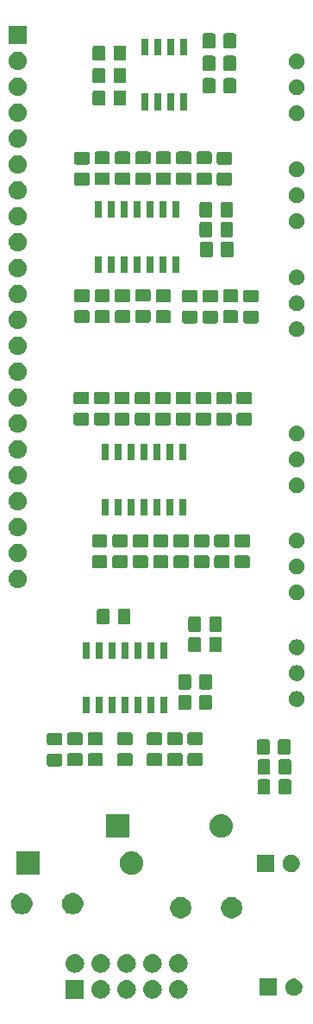
<source format=gbr>
%TF.GenerationSoftware,KiCad,Pcbnew,(5.0.1)-3*%
%TF.CreationDate,2020-04-22T20:20:14+01:00*%
%TF.ProjectId,rear,726561722E6B696361645F7063620000,rev?*%
%TF.SameCoordinates,Original*%
%TF.FileFunction,Soldermask,Top*%
%TF.FilePolarity,Negative*%
%FSLAX46Y46*%
G04 Gerber Fmt 4.6, Leading zero omitted, Abs format (unit mm)*
G04 Created by KiCad (PCBNEW (5.0.1)-3) date 22/04/2020 20:20:14*
%MOMM*%
%LPD*%
G01*
G04 APERTURE LIST*
%ADD10C,0.200000*%
G04 APERTURE END LIST*
D10*
G36*
X72859294Y-114698633D02*
X73031694Y-114750931D01*
X73031696Y-114750932D01*
X73190583Y-114835859D01*
X73190585Y-114835860D01*
X73190584Y-114835860D01*
X73329849Y-114950151D01*
X73444140Y-115089416D01*
X73529069Y-115248306D01*
X73581367Y-115420706D01*
X73599025Y-115600000D01*
X73581367Y-115779294D01*
X73529069Y-115951694D01*
X73529068Y-115951696D01*
X73444141Y-116110583D01*
X73329849Y-116249849D01*
X73190583Y-116364141D01*
X73031696Y-116449068D01*
X73031694Y-116449069D01*
X72859294Y-116501367D01*
X72724931Y-116514600D01*
X72635069Y-116514600D01*
X72500706Y-116501367D01*
X72328306Y-116449069D01*
X72328304Y-116449068D01*
X72169417Y-116364141D01*
X72030151Y-116249849D01*
X71915859Y-116110583D01*
X71830932Y-115951696D01*
X71830931Y-115951694D01*
X71778633Y-115779294D01*
X71760975Y-115600000D01*
X71778633Y-115420706D01*
X71830931Y-115248306D01*
X71915860Y-115089416D01*
X72030151Y-114950151D01*
X72169416Y-114835860D01*
X72169415Y-114835860D01*
X72169417Y-114835859D01*
X72328304Y-114750932D01*
X72328306Y-114750931D01*
X72500706Y-114698633D01*
X72635069Y-114685400D01*
X72724931Y-114685400D01*
X72859294Y-114698633D01*
X72859294Y-114698633D01*
G37*
G36*
X70319294Y-114698633D02*
X70491694Y-114750931D01*
X70491696Y-114750932D01*
X70650583Y-114835859D01*
X70650585Y-114835860D01*
X70650584Y-114835860D01*
X70789849Y-114950151D01*
X70904140Y-115089416D01*
X70989069Y-115248306D01*
X71041367Y-115420706D01*
X71059025Y-115600000D01*
X71041367Y-115779294D01*
X70989069Y-115951694D01*
X70989068Y-115951696D01*
X70904141Y-116110583D01*
X70789849Y-116249849D01*
X70650583Y-116364141D01*
X70491696Y-116449068D01*
X70491694Y-116449069D01*
X70319294Y-116501367D01*
X70184931Y-116514600D01*
X70095069Y-116514600D01*
X69960706Y-116501367D01*
X69788306Y-116449069D01*
X69788304Y-116449068D01*
X69629417Y-116364141D01*
X69490151Y-116249849D01*
X69375859Y-116110583D01*
X69290932Y-115951696D01*
X69290931Y-115951694D01*
X69238633Y-115779294D01*
X69220975Y-115600000D01*
X69238633Y-115420706D01*
X69290931Y-115248306D01*
X69375860Y-115089416D01*
X69490151Y-114950151D01*
X69629416Y-114835860D01*
X69629415Y-114835860D01*
X69629417Y-114835859D01*
X69788304Y-114750932D01*
X69788306Y-114750931D01*
X69960706Y-114698633D01*
X70095069Y-114685400D01*
X70184931Y-114685400D01*
X70319294Y-114698633D01*
X70319294Y-114698633D01*
G37*
G36*
X68514600Y-116514600D02*
X66685400Y-116514600D01*
X66685400Y-114685400D01*
X68514600Y-114685400D01*
X68514600Y-116514600D01*
X68514600Y-116514600D01*
G37*
G36*
X77939294Y-114698633D02*
X78111694Y-114750931D01*
X78111696Y-114750932D01*
X78270583Y-114835859D01*
X78270585Y-114835860D01*
X78270584Y-114835860D01*
X78409849Y-114950151D01*
X78524140Y-115089416D01*
X78609069Y-115248306D01*
X78661367Y-115420706D01*
X78679025Y-115600000D01*
X78661367Y-115779294D01*
X78609069Y-115951694D01*
X78609068Y-115951696D01*
X78524141Y-116110583D01*
X78409849Y-116249849D01*
X78270583Y-116364141D01*
X78111696Y-116449068D01*
X78111694Y-116449069D01*
X77939294Y-116501367D01*
X77804931Y-116514600D01*
X77715069Y-116514600D01*
X77580706Y-116501367D01*
X77408306Y-116449069D01*
X77408304Y-116449068D01*
X77249417Y-116364141D01*
X77110151Y-116249849D01*
X76995859Y-116110583D01*
X76910932Y-115951696D01*
X76910931Y-115951694D01*
X76858633Y-115779294D01*
X76840975Y-115600000D01*
X76858633Y-115420706D01*
X76910931Y-115248306D01*
X76995860Y-115089416D01*
X77110151Y-114950151D01*
X77249416Y-114835860D01*
X77249415Y-114835860D01*
X77249417Y-114835859D01*
X77408304Y-114750932D01*
X77408306Y-114750931D01*
X77580706Y-114698633D01*
X77715069Y-114685400D01*
X77804931Y-114685400D01*
X77939294Y-114698633D01*
X77939294Y-114698633D01*
G37*
G36*
X75399294Y-114698633D02*
X75571694Y-114750931D01*
X75571696Y-114750932D01*
X75730583Y-114835859D01*
X75730585Y-114835860D01*
X75730584Y-114835860D01*
X75869849Y-114950151D01*
X75984140Y-115089416D01*
X76069069Y-115248306D01*
X76121367Y-115420706D01*
X76139025Y-115600000D01*
X76121367Y-115779294D01*
X76069069Y-115951694D01*
X76069068Y-115951696D01*
X75984141Y-116110583D01*
X75869849Y-116249849D01*
X75730583Y-116364141D01*
X75571696Y-116449068D01*
X75571694Y-116449069D01*
X75399294Y-116501367D01*
X75264931Y-116514600D01*
X75175069Y-116514600D01*
X75040706Y-116501367D01*
X74868306Y-116449069D01*
X74868304Y-116449068D01*
X74709417Y-116364141D01*
X74570151Y-116249849D01*
X74455859Y-116110583D01*
X74370932Y-115951696D01*
X74370931Y-115951694D01*
X74318633Y-115779294D01*
X74300975Y-115600000D01*
X74318633Y-115420706D01*
X74370931Y-115248306D01*
X74455860Y-115089416D01*
X74570151Y-114950151D01*
X74709416Y-114835860D01*
X74709415Y-114835860D01*
X74709417Y-114835859D01*
X74868304Y-114750932D01*
X74868306Y-114750931D01*
X75040706Y-114698633D01*
X75175069Y-114685400D01*
X75264931Y-114685400D01*
X75399294Y-114698633D01*
X75399294Y-114698633D01*
G37*
G36*
X87451000Y-116251000D02*
X85749000Y-116251000D01*
X85749000Y-114549000D01*
X87451000Y-114549000D01*
X87451000Y-116251000D01*
X87451000Y-116251000D01*
G37*
G36*
X89348228Y-114581703D02*
X89503100Y-114645853D01*
X89642481Y-114738985D01*
X89761015Y-114857519D01*
X89854147Y-114996900D01*
X89918297Y-115151772D01*
X89951000Y-115316184D01*
X89951000Y-115483816D01*
X89918297Y-115648228D01*
X89854147Y-115803100D01*
X89761015Y-115942481D01*
X89642481Y-116061015D01*
X89503100Y-116154147D01*
X89348228Y-116218297D01*
X89183816Y-116251000D01*
X89016184Y-116251000D01*
X88851772Y-116218297D01*
X88696900Y-116154147D01*
X88557519Y-116061015D01*
X88438985Y-115942481D01*
X88345853Y-115803100D01*
X88281703Y-115648228D01*
X88249000Y-115483816D01*
X88249000Y-115316184D01*
X88281703Y-115151772D01*
X88345853Y-114996900D01*
X88438985Y-114857519D01*
X88557519Y-114738985D01*
X88696900Y-114645853D01*
X88851772Y-114581703D01*
X89016184Y-114549000D01*
X89183816Y-114549000D01*
X89348228Y-114581703D01*
X89348228Y-114581703D01*
G37*
G36*
X75399294Y-112158633D02*
X75571694Y-112210931D01*
X75571696Y-112210932D01*
X75730583Y-112295859D01*
X75730585Y-112295860D01*
X75730584Y-112295860D01*
X75869849Y-112410151D01*
X75984140Y-112549416D01*
X76069069Y-112708306D01*
X76121367Y-112880706D01*
X76139025Y-113060000D01*
X76121367Y-113239294D01*
X76069069Y-113411694D01*
X76069068Y-113411696D01*
X75984141Y-113570583D01*
X75869849Y-113709849D01*
X75730583Y-113824141D01*
X75571696Y-113909068D01*
X75571694Y-113909069D01*
X75399294Y-113961367D01*
X75264931Y-113974600D01*
X75175069Y-113974600D01*
X75040706Y-113961367D01*
X74868306Y-113909069D01*
X74868304Y-113909068D01*
X74709417Y-113824141D01*
X74570151Y-113709849D01*
X74455859Y-113570583D01*
X74370932Y-113411696D01*
X74370931Y-113411694D01*
X74318633Y-113239294D01*
X74300975Y-113060000D01*
X74318633Y-112880706D01*
X74370931Y-112708306D01*
X74455860Y-112549416D01*
X74570151Y-112410151D01*
X74709416Y-112295860D01*
X74709415Y-112295860D01*
X74709417Y-112295859D01*
X74868304Y-112210932D01*
X74868306Y-112210931D01*
X75040706Y-112158633D01*
X75175069Y-112145400D01*
X75264931Y-112145400D01*
X75399294Y-112158633D01*
X75399294Y-112158633D01*
G37*
G36*
X67779294Y-112158633D02*
X67951694Y-112210931D01*
X67951696Y-112210932D01*
X68110583Y-112295859D01*
X68110585Y-112295860D01*
X68110584Y-112295860D01*
X68249849Y-112410151D01*
X68364140Y-112549416D01*
X68449069Y-112708306D01*
X68501367Y-112880706D01*
X68519025Y-113060000D01*
X68501367Y-113239294D01*
X68449069Y-113411694D01*
X68449068Y-113411696D01*
X68364141Y-113570583D01*
X68249849Y-113709849D01*
X68110583Y-113824141D01*
X67951696Y-113909068D01*
X67951694Y-113909069D01*
X67779294Y-113961367D01*
X67644931Y-113974600D01*
X67555069Y-113974600D01*
X67420706Y-113961367D01*
X67248306Y-113909069D01*
X67248304Y-113909068D01*
X67089417Y-113824141D01*
X66950151Y-113709849D01*
X66835859Y-113570583D01*
X66750932Y-113411696D01*
X66750931Y-113411694D01*
X66698633Y-113239294D01*
X66680975Y-113060000D01*
X66698633Y-112880706D01*
X66750931Y-112708306D01*
X66835860Y-112549416D01*
X66950151Y-112410151D01*
X67089416Y-112295860D01*
X67089415Y-112295860D01*
X67089417Y-112295859D01*
X67248304Y-112210932D01*
X67248306Y-112210931D01*
X67420706Y-112158633D01*
X67555069Y-112145400D01*
X67644931Y-112145400D01*
X67779294Y-112158633D01*
X67779294Y-112158633D01*
G37*
G36*
X77939294Y-112158633D02*
X78111694Y-112210931D01*
X78111696Y-112210932D01*
X78270583Y-112295859D01*
X78270585Y-112295860D01*
X78270584Y-112295860D01*
X78409849Y-112410151D01*
X78524140Y-112549416D01*
X78609069Y-112708306D01*
X78661367Y-112880706D01*
X78679025Y-113060000D01*
X78661367Y-113239294D01*
X78609069Y-113411694D01*
X78609068Y-113411696D01*
X78524141Y-113570583D01*
X78409849Y-113709849D01*
X78270583Y-113824141D01*
X78111696Y-113909068D01*
X78111694Y-113909069D01*
X77939294Y-113961367D01*
X77804931Y-113974600D01*
X77715069Y-113974600D01*
X77580706Y-113961367D01*
X77408306Y-113909069D01*
X77408304Y-113909068D01*
X77249417Y-113824141D01*
X77110151Y-113709849D01*
X76995859Y-113570583D01*
X76910932Y-113411696D01*
X76910931Y-113411694D01*
X76858633Y-113239294D01*
X76840975Y-113060000D01*
X76858633Y-112880706D01*
X76910931Y-112708306D01*
X76995860Y-112549416D01*
X77110151Y-112410151D01*
X77249416Y-112295860D01*
X77249415Y-112295860D01*
X77249417Y-112295859D01*
X77408304Y-112210932D01*
X77408306Y-112210931D01*
X77580706Y-112158633D01*
X77715069Y-112145400D01*
X77804931Y-112145400D01*
X77939294Y-112158633D01*
X77939294Y-112158633D01*
G37*
G36*
X70319294Y-112158633D02*
X70491694Y-112210931D01*
X70491696Y-112210932D01*
X70650583Y-112295859D01*
X70650585Y-112295860D01*
X70650584Y-112295860D01*
X70789849Y-112410151D01*
X70904140Y-112549416D01*
X70989069Y-112708306D01*
X71041367Y-112880706D01*
X71059025Y-113060000D01*
X71041367Y-113239294D01*
X70989069Y-113411694D01*
X70989068Y-113411696D01*
X70904141Y-113570583D01*
X70789849Y-113709849D01*
X70650583Y-113824141D01*
X70491696Y-113909068D01*
X70491694Y-113909069D01*
X70319294Y-113961367D01*
X70184931Y-113974600D01*
X70095069Y-113974600D01*
X69960706Y-113961367D01*
X69788306Y-113909069D01*
X69788304Y-113909068D01*
X69629417Y-113824141D01*
X69490151Y-113709849D01*
X69375859Y-113570583D01*
X69290932Y-113411696D01*
X69290931Y-113411694D01*
X69238633Y-113239294D01*
X69220975Y-113060000D01*
X69238633Y-112880706D01*
X69290931Y-112708306D01*
X69375860Y-112549416D01*
X69490151Y-112410151D01*
X69629416Y-112295860D01*
X69629415Y-112295860D01*
X69629417Y-112295859D01*
X69788304Y-112210932D01*
X69788306Y-112210931D01*
X69960706Y-112158633D01*
X70095069Y-112145400D01*
X70184931Y-112145400D01*
X70319294Y-112158633D01*
X70319294Y-112158633D01*
G37*
G36*
X72859294Y-112158633D02*
X73031694Y-112210931D01*
X73031696Y-112210932D01*
X73190583Y-112295859D01*
X73190585Y-112295860D01*
X73190584Y-112295860D01*
X73329849Y-112410151D01*
X73444140Y-112549416D01*
X73529069Y-112708306D01*
X73581367Y-112880706D01*
X73599025Y-113060000D01*
X73581367Y-113239294D01*
X73529069Y-113411694D01*
X73529068Y-113411696D01*
X73444141Y-113570583D01*
X73329849Y-113709849D01*
X73190583Y-113824141D01*
X73031696Y-113909068D01*
X73031694Y-113909069D01*
X72859294Y-113961367D01*
X72724931Y-113974600D01*
X72635069Y-113974600D01*
X72500706Y-113961367D01*
X72328306Y-113909069D01*
X72328304Y-113909068D01*
X72169417Y-113824141D01*
X72030151Y-113709849D01*
X71915859Y-113570583D01*
X71830932Y-113411696D01*
X71830931Y-113411694D01*
X71778633Y-113239294D01*
X71760975Y-113060000D01*
X71778633Y-112880706D01*
X71830931Y-112708306D01*
X71915860Y-112549416D01*
X72030151Y-112410151D01*
X72169416Y-112295860D01*
X72169415Y-112295860D01*
X72169417Y-112295859D01*
X72328304Y-112210932D01*
X72328306Y-112210931D01*
X72500706Y-112158633D01*
X72635069Y-112145400D01*
X72724931Y-112145400D01*
X72859294Y-112158633D01*
X72859294Y-112158633D01*
G37*
G36*
X83306565Y-106589389D02*
X83497834Y-106668615D01*
X83669976Y-106783637D01*
X83816363Y-106930024D01*
X83931385Y-107102166D01*
X84010611Y-107293435D01*
X84051000Y-107496484D01*
X84051000Y-107703516D01*
X84010611Y-107906565D01*
X83931385Y-108097834D01*
X83816363Y-108269976D01*
X83669976Y-108416363D01*
X83497834Y-108531385D01*
X83306565Y-108610611D01*
X83103516Y-108651000D01*
X82896484Y-108651000D01*
X82693435Y-108610611D01*
X82502166Y-108531385D01*
X82330024Y-108416363D01*
X82183637Y-108269976D01*
X82068615Y-108097834D01*
X81989389Y-107906565D01*
X81949000Y-107703516D01*
X81949000Y-107496484D01*
X81989389Y-107293435D01*
X82068615Y-107102166D01*
X82183637Y-106930024D01*
X82330024Y-106783637D01*
X82502166Y-106668615D01*
X82693435Y-106589389D01*
X82896484Y-106549000D01*
X83103516Y-106549000D01*
X83306565Y-106589389D01*
X83306565Y-106589389D01*
G37*
G36*
X78306565Y-106589389D02*
X78497834Y-106668615D01*
X78669976Y-106783637D01*
X78816363Y-106930024D01*
X78931385Y-107102166D01*
X79010611Y-107293435D01*
X79051000Y-107496484D01*
X79051000Y-107703516D01*
X79010611Y-107906565D01*
X78931385Y-108097834D01*
X78816363Y-108269976D01*
X78669976Y-108416363D01*
X78497834Y-108531385D01*
X78306565Y-108610611D01*
X78103516Y-108651000D01*
X77896484Y-108651000D01*
X77693435Y-108610611D01*
X77502166Y-108531385D01*
X77330024Y-108416363D01*
X77183637Y-108269976D01*
X77068615Y-108097834D01*
X76989389Y-107906565D01*
X76949000Y-107703516D01*
X76949000Y-107496484D01*
X76989389Y-107293435D01*
X77068615Y-107102166D01*
X77183637Y-106930024D01*
X77330024Y-106783637D01*
X77502166Y-106668615D01*
X77693435Y-106589389D01*
X77896484Y-106549000D01*
X78103516Y-106549000D01*
X78306565Y-106589389D01*
X78306565Y-106589389D01*
G37*
G36*
X67706565Y-106189389D02*
X67897834Y-106268615D01*
X68069976Y-106383637D01*
X68216363Y-106530024D01*
X68331385Y-106702166D01*
X68410611Y-106893435D01*
X68451000Y-107096484D01*
X68451000Y-107303516D01*
X68410611Y-107506565D01*
X68331385Y-107697834D01*
X68216363Y-107869976D01*
X68069976Y-108016363D01*
X67897834Y-108131385D01*
X67706565Y-108210611D01*
X67503516Y-108251000D01*
X67296484Y-108251000D01*
X67093435Y-108210611D01*
X66902166Y-108131385D01*
X66730024Y-108016363D01*
X66583637Y-107869976D01*
X66468615Y-107697834D01*
X66389389Y-107506565D01*
X66349000Y-107303516D01*
X66349000Y-107096484D01*
X66389389Y-106893435D01*
X66468615Y-106702166D01*
X66583637Y-106530024D01*
X66730024Y-106383637D01*
X66902166Y-106268615D01*
X67093435Y-106189389D01*
X67296484Y-106149000D01*
X67503516Y-106149000D01*
X67706565Y-106189389D01*
X67706565Y-106189389D01*
G37*
G36*
X62706565Y-106189389D02*
X62897834Y-106268615D01*
X63069976Y-106383637D01*
X63216363Y-106530024D01*
X63331385Y-106702166D01*
X63410611Y-106893435D01*
X63451000Y-107096484D01*
X63451000Y-107303516D01*
X63410611Y-107506565D01*
X63331385Y-107697834D01*
X63216363Y-107869976D01*
X63069976Y-108016363D01*
X62897834Y-108131385D01*
X62706565Y-108210611D01*
X62503516Y-108251000D01*
X62296484Y-108251000D01*
X62093435Y-108210611D01*
X61902166Y-108131385D01*
X61730024Y-108016363D01*
X61583637Y-107869976D01*
X61468615Y-107697834D01*
X61389389Y-107506565D01*
X61349000Y-107303516D01*
X61349000Y-107096484D01*
X61389389Y-106893435D01*
X61468615Y-106702166D01*
X61583637Y-106530024D01*
X61730024Y-106383637D01*
X61902166Y-106268615D01*
X62093435Y-106189389D01*
X62296484Y-106149000D01*
X62503516Y-106149000D01*
X62706565Y-106189389D01*
X62706565Y-106189389D01*
G37*
G36*
X64151000Y-104351000D02*
X61849000Y-104351000D01*
X61849000Y-102049000D01*
X64151000Y-102049000D01*
X64151000Y-104351000D01*
X64151000Y-104351000D01*
G37*
G36*
X73284180Y-102055662D02*
X73385635Y-102065654D01*
X73602600Y-102131470D01*
X73602602Y-102131471D01*
X73602605Y-102131472D01*
X73802556Y-102238347D01*
X73977818Y-102382182D01*
X74121653Y-102557444D01*
X74228528Y-102757395D01*
X74228529Y-102757398D01*
X74228530Y-102757400D01*
X74294346Y-102974365D01*
X74316569Y-103200000D01*
X74294346Y-103425635D01*
X74228530Y-103642600D01*
X74228528Y-103642605D01*
X74121653Y-103842556D01*
X73977818Y-104017818D01*
X73802556Y-104161653D01*
X73602605Y-104268528D01*
X73602602Y-104268529D01*
X73602600Y-104268530D01*
X73385635Y-104334346D01*
X73284180Y-104344338D01*
X73216545Y-104351000D01*
X73103455Y-104351000D01*
X73035820Y-104344338D01*
X72934365Y-104334346D01*
X72717400Y-104268530D01*
X72717398Y-104268529D01*
X72717395Y-104268528D01*
X72517444Y-104161653D01*
X72342182Y-104017818D01*
X72198347Y-103842556D01*
X72091472Y-103642605D01*
X72091470Y-103642600D01*
X72025654Y-103425635D01*
X72003431Y-103200000D01*
X72025654Y-102974365D01*
X72091470Y-102757400D01*
X72091471Y-102757398D01*
X72091472Y-102757395D01*
X72198347Y-102557444D01*
X72342182Y-102382182D01*
X72517444Y-102238347D01*
X72717395Y-102131472D01*
X72717398Y-102131471D01*
X72717400Y-102131470D01*
X72934365Y-102065654D01*
X73035820Y-102055662D01*
X73103455Y-102049000D01*
X73216545Y-102049000D01*
X73284180Y-102055662D01*
X73284180Y-102055662D01*
G37*
G36*
X89098228Y-102431703D02*
X89253100Y-102495853D01*
X89392481Y-102588985D01*
X89511015Y-102707519D01*
X89604147Y-102846900D01*
X89668297Y-103001772D01*
X89701000Y-103166184D01*
X89701000Y-103333816D01*
X89668297Y-103498228D01*
X89604147Y-103653100D01*
X89511015Y-103792481D01*
X89392481Y-103911015D01*
X89253100Y-104004147D01*
X89098228Y-104068297D01*
X88933816Y-104101000D01*
X88766184Y-104101000D01*
X88601772Y-104068297D01*
X88446900Y-104004147D01*
X88307519Y-103911015D01*
X88188985Y-103792481D01*
X88095853Y-103653100D01*
X88031703Y-103498228D01*
X87999000Y-103333816D01*
X87999000Y-103166184D01*
X88031703Y-103001772D01*
X88095853Y-102846900D01*
X88188985Y-102707519D01*
X88307519Y-102588985D01*
X88446900Y-102495853D01*
X88601772Y-102431703D01*
X88766184Y-102399000D01*
X88933816Y-102399000D01*
X89098228Y-102431703D01*
X89098228Y-102431703D01*
G37*
G36*
X87201000Y-104101000D02*
X85499000Y-104101000D01*
X85499000Y-102399000D01*
X87201000Y-102399000D01*
X87201000Y-104101000D01*
X87201000Y-104101000D01*
G37*
G36*
X82084180Y-98455662D02*
X82185635Y-98465654D01*
X82402600Y-98531470D01*
X82402602Y-98531471D01*
X82402605Y-98531472D01*
X82602556Y-98638347D01*
X82777818Y-98782182D01*
X82921653Y-98957444D01*
X83028528Y-99157395D01*
X83028529Y-99157398D01*
X83028530Y-99157400D01*
X83094346Y-99374365D01*
X83116569Y-99600000D01*
X83094346Y-99825635D01*
X83028530Y-100042600D01*
X83028528Y-100042605D01*
X82921653Y-100242556D01*
X82777818Y-100417818D01*
X82602556Y-100561653D01*
X82402605Y-100668528D01*
X82402602Y-100668529D01*
X82402600Y-100668530D01*
X82185635Y-100734346D01*
X82084180Y-100744338D01*
X82016545Y-100751000D01*
X81903455Y-100751000D01*
X81835820Y-100744338D01*
X81734365Y-100734346D01*
X81517400Y-100668530D01*
X81517398Y-100668529D01*
X81517395Y-100668528D01*
X81317444Y-100561653D01*
X81142182Y-100417818D01*
X80998347Y-100242556D01*
X80891472Y-100042605D01*
X80891470Y-100042600D01*
X80825654Y-99825635D01*
X80803431Y-99600000D01*
X80825654Y-99374365D01*
X80891470Y-99157400D01*
X80891471Y-99157398D01*
X80891472Y-99157395D01*
X80998347Y-98957444D01*
X81142182Y-98782182D01*
X81317444Y-98638347D01*
X81517395Y-98531472D01*
X81517398Y-98531471D01*
X81517400Y-98531470D01*
X81734365Y-98465654D01*
X81835820Y-98455662D01*
X81903455Y-98449000D01*
X82016545Y-98449000D01*
X82084180Y-98455662D01*
X82084180Y-98455662D01*
G37*
G36*
X72951000Y-100751000D02*
X70649000Y-100751000D01*
X70649000Y-98449000D01*
X72951000Y-98449000D01*
X72951000Y-100751000D01*
X72951000Y-100751000D01*
G37*
G36*
X86638677Y-95003465D02*
X86676364Y-95014898D01*
X86711103Y-95033466D01*
X86741548Y-95058452D01*
X86766534Y-95088897D01*
X86785102Y-95123636D01*
X86796535Y-95161323D01*
X86801000Y-95206661D01*
X86801000Y-96293339D01*
X86796535Y-96338677D01*
X86785102Y-96376364D01*
X86766534Y-96411103D01*
X86741548Y-96441548D01*
X86711103Y-96466534D01*
X86676364Y-96485102D01*
X86638677Y-96496535D01*
X86593339Y-96501000D01*
X85756661Y-96501000D01*
X85711323Y-96496535D01*
X85673636Y-96485102D01*
X85638897Y-96466534D01*
X85608452Y-96441548D01*
X85583466Y-96411103D01*
X85564898Y-96376364D01*
X85553465Y-96338677D01*
X85549000Y-96293339D01*
X85549000Y-95206661D01*
X85553465Y-95161323D01*
X85564898Y-95123636D01*
X85583466Y-95088897D01*
X85608452Y-95058452D01*
X85638897Y-95033466D01*
X85673636Y-95014898D01*
X85711323Y-95003465D01*
X85756661Y-94999000D01*
X86593339Y-94999000D01*
X86638677Y-95003465D01*
X86638677Y-95003465D01*
G37*
G36*
X88688677Y-95003465D02*
X88726364Y-95014898D01*
X88761103Y-95033466D01*
X88791548Y-95058452D01*
X88816534Y-95088897D01*
X88835102Y-95123636D01*
X88846535Y-95161323D01*
X88851000Y-95206661D01*
X88851000Y-96293339D01*
X88846535Y-96338677D01*
X88835102Y-96376364D01*
X88816534Y-96411103D01*
X88791548Y-96441548D01*
X88761103Y-96466534D01*
X88726364Y-96485102D01*
X88688677Y-96496535D01*
X88643339Y-96501000D01*
X87806661Y-96501000D01*
X87761323Y-96496535D01*
X87723636Y-96485102D01*
X87688897Y-96466534D01*
X87658452Y-96441548D01*
X87633466Y-96411103D01*
X87614898Y-96376364D01*
X87603465Y-96338677D01*
X87599000Y-96293339D01*
X87599000Y-95206661D01*
X87603465Y-95161323D01*
X87614898Y-95123636D01*
X87633466Y-95088897D01*
X87658452Y-95058452D01*
X87688897Y-95033466D01*
X87723636Y-95014898D01*
X87761323Y-95003465D01*
X87806661Y-94999000D01*
X88643339Y-94999000D01*
X88688677Y-95003465D01*
X88688677Y-95003465D01*
G37*
G36*
X88688677Y-93053465D02*
X88726364Y-93064898D01*
X88761103Y-93083466D01*
X88791548Y-93108452D01*
X88816534Y-93138897D01*
X88835102Y-93173636D01*
X88846535Y-93211323D01*
X88851000Y-93256661D01*
X88851000Y-94343339D01*
X88846535Y-94388677D01*
X88835102Y-94426364D01*
X88816534Y-94461103D01*
X88791548Y-94491548D01*
X88761103Y-94516534D01*
X88726364Y-94535102D01*
X88688677Y-94546535D01*
X88643339Y-94551000D01*
X87806661Y-94551000D01*
X87761323Y-94546535D01*
X87723636Y-94535102D01*
X87688897Y-94516534D01*
X87658452Y-94491548D01*
X87633466Y-94461103D01*
X87614898Y-94426364D01*
X87603465Y-94388677D01*
X87599000Y-94343339D01*
X87599000Y-93256661D01*
X87603465Y-93211323D01*
X87614898Y-93173636D01*
X87633466Y-93138897D01*
X87658452Y-93108452D01*
X87688897Y-93083466D01*
X87723636Y-93064898D01*
X87761323Y-93053465D01*
X87806661Y-93049000D01*
X88643339Y-93049000D01*
X88688677Y-93053465D01*
X88688677Y-93053465D01*
G37*
G36*
X86638677Y-93053465D02*
X86676364Y-93064898D01*
X86711103Y-93083466D01*
X86741548Y-93108452D01*
X86766534Y-93138897D01*
X86785102Y-93173636D01*
X86796535Y-93211323D01*
X86801000Y-93256661D01*
X86801000Y-94343339D01*
X86796535Y-94388677D01*
X86785102Y-94426364D01*
X86766534Y-94461103D01*
X86741548Y-94491548D01*
X86711103Y-94516534D01*
X86676364Y-94535102D01*
X86638677Y-94546535D01*
X86593339Y-94551000D01*
X85756661Y-94551000D01*
X85711323Y-94546535D01*
X85673636Y-94535102D01*
X85638897Y-94516534D01*
X85608452Y-94491548D01*
X85583466Y-94461103D01*
X85564898Y-94426364D01*
X85553465Y-94388677D01*
X85549000Y-94343339D01*
X85549000Y-93256661D01*
X85553465Y-93211323D01*
X85564898Y-93173636D01*
X85583466Y-93138897D01*
X85608452Y-93108452D01*
X85638897Y-93083466D01*
X85673636Y-93064898D01*
X85711323Y-93053465D01*
X85756661Y-93049000D01*
X86593339Y-93049000D01*
X86638677Y-93053465D01*
X86638677Y-93053465D01*
G37*
G36*
X66212856Y-92486589D02*
X66250543Y-92498022D01*
X66285282Y-92516590D01*
X66315727Y-92541576D01*
X66340713Y-92572021D01*
X66359281Y-92606760D01*
X66370714Y-92644447D01*
X66375179Y-92689785D01*
X66375179Y-93526463D01*
X66370714Y-93571801D01*
X66359281Y-93609488D01*
X66340713Y-93644227D01*
X66315727Y-93674672D01*
X66285282Y-93699658D01*
X66250543Y-93718226D01*
X66212856Y-93729659D01*
X66167518Y-93734124D01*
X65080840Y-93734124D01*
X65035502Y-93729659D01*
X64997815Y-93718226D01*
X64963076Y-93699658D01*
X64932631Y-93674672D01*
X64907645Y-93644227D01*
X64889077Y-93609488D01*
X64877644Y-93571801D01*
X64873179Y-93526463D01*
X64873179Y-92689785D01*
X64877644Y-92644447D01*
X64889077Y-92606760D01*
X64907645Y-92572021D01*
X64932631Y-92541576D01*
X64963076Y-92516590D01*
X64997815Y-92498022D01*
X65035502Y-92486589D01*
X65080840Y-92482124D01*
X66167518Y-92482124D01*
X66212856Y-92486589D01*
X66212856Y-92486589D01*
G37*
G36*
X73112856Y-92461589D02*
X73150543Y-92473022D01*
X73185282Y-92491590D01*
X73215727Y-92516576D01*
X73240713Y-92547021D01*
X73259281Y-92581760D01*
X73270714Y-92619447D01*
X73275179Y-92664785D01*
X73275179Y-93501463D01*
X73270714Y-93546801D01*
X73259281Y-93584488D01*
X73240713Y-93619227D01*
X73215727Y-93649672D01*
X73185282Y-93674658D01*
X73150543Y-93693226D01*
X73112856Y-93704659D01*
X73067518Y-93709124D01*
X71980840Y-93709124D01*
X71935502Y-93704659D01*
X71897815Y-93693226D01*
X71863076Y-93674658D01*
X71832631Y-93649672D01*
X71807645Y-93619227D01*
X71789077Y-93584488D01*
X71777644Y-93546801D01*
X71773179Y-93501463D01*
X71773179Y-92664785D01*
X71777644Y-92619447D01*
X71789077Y-92581760D01*
X71807645Y-92547021D01*
X71832631Y-92516576D01*
X71863076Y-92491590D01*
X71897815Y-92473022D01*
X71935502Y-92461589D01*
X71980840Y-92457124D01*
X73067518Y-92457124D01*
X73112856Y-92461589D01*
X73112856Y-92461589D01*
G37*
G36*
X78012856Y-92461589D02*
X78050543Y-92473022D01*
X78085282Y-92491590D01*
X78115727Y-92516576D01*
X78140713Y-92547021D01*
X78159281Y-92581760D01*
X78170714Y-92619447D01*
X78175179Y-92664785D01*
X78175179Y-93501463D01*
X78170714Y-93546801D01*
X78159281Y-93584488D01*
X78140713Y-93619227D01*
X78115727Y-93649672D01*
X78085282Y-93674658D01*
X78050543Y-93693226D01*
X78012856Y-93704659D01*
X77967518Y-93709124D01*
X76880840Y-93709124D01*
X76835502Y-93704659D01*
X76797815Y-93693226D01*
X76763076Y-93674658D01*
X76732631Y-93649672D01*
X76707645Y-93619227D01*
X76689077Y-93584488D01*
X76677644Y-93546801D01*
X76673179Y-93501463D01*
X76673179Y-92664785D01*
X76677644Y-92619447D01*
X76689077Y-92581760D01*
X76707645Y-92547021D01*
X76732631Y-92516576D01*
X76763076Y-92491590D01*
X76797815Y-92473022D01*
X76835502Y-92461589D01*
X76880840Y-92457124D01*
X77967518Y-92457124D01*
X78012856Y-92461589D01*
X78012856Y-92461589D01*
G37*
G36*
X76012856Y-92461589D02*
X76050543Y-92473022D01*
X76085282Y-92491590D01*
X76115727Y-92516576D01*
X76140713Y-92547021D01*
X76159281Y-92581760D01*
X76170714Y-92619447D01*
X76175179Y-92664785D01*
X76175179Y-93501463D01*
X76170714Y-93546801D01*
X76159281Y-93584488D01*
X76140713Y-93619227D01*
X76115727Y-93649672D01*
X76085282Y-93674658D01*
X76050543Y-93693226D01*
X76012856Y-93704659D01*
X75967518Y-93709124D01*
X74880840Y-93709124D01*
X74835502Y-93704659D01*
X74797815Y-93693226D01*
X74763076Y-93674658D01*
X74732631Y-93649672D01*
X74707645Y-93619227D01*
X74689077Y-93584488D01*
X74677644Y-93546801D01*
X74673179Y-93501463D01*
X74673179Y-92664785D01*
X74677644Y-92619447D01*
X74689077Y-92581760D01*
X74707645Y-92547021D01*
X74732631Y-92516576D01*
X74763076Y-92491590D01*
X74797815Y-92473022D01*
X74835502Y-92461589D01*
X74880840Y-92457124D01*
X75967518Y-92457124D01*
X76012856Y-92461589D01*
X76012856Y-92461589D01*
G37*
G36*
X70212856Y-92461589D02*
X70250543Y-92473022D01*
X70285282Y-92491590D01*
X70315727Y-92516576D01*
X70340713Y-92547021D01*
X70359281Y-92581760D01*
X70370714Y-92619447D01*
X70375179Y-92664785D01*
X70375179Y-93501463D01*
X70370714Y-93546801D01*
X70359281Y-93584488D01*
X70340713Y-93619227D01*
X70315727Y-93649672D01*
X70285282Y-93674658D01*
X70250543Y-93693226D01*
X70212856Y-93704659D01*
X70167518Y-93709124D01*
X69080840Y-93709124D01*
X69035502Y-93704659D01*
X68997815Y-93693226D01*
X68963076Y-93674658D01*
X68932631Y-93649672D01*
X68907645Y-93619227D01*
X68889077Y-93584488D01*
X68877644Y-93546801D01*
X68873179Y-93501463D01*
X68873179Y-92664785D01*
X68877644Y-92619447D01*
X68889077Y-92581760D01*
X68907645Y-92547021D01*
X68932631Y-92516576D01*
X68963076Y-92491590D01*
X68997815Y-92473022D01*
X69035502Y-92461589D01*
X69080840Y-92457124D01*
X70167518Y-92457124D01*
X70212856Y-92461589D01*
X70212856Y-92461589D01*
G37*
G36*
X68212856Y-92461589D02*
X68250543Y-92473022D01*
X68285282Y-92491590D01*
X68315727Y-92516576D01*
X68340713Y-92547021D01*
X68359281Y-92581760D01*
X68370714Y-92619447D01*
X68375179Y-92664785D01*
X68375179Y-93501463D01*
X68370714Y-93546801D01*
X68359281Y-93584488D01*
X68340713Y-93619227D01*
X68315727Y-93649672D01*
X68285282Y-93674658D01*
X68250543Y-93693226D01*
X68212856Y-93704659D01*
X68167518Y-93709124D01*
X67080840Y-93709124D01*
X67035502Y-93704659D01*
X66997815Y-93693226D01*
X66963076Y-93674658D01*
X66932631Y-93649672D01*
X66907645Y-93619227D01*
X66889077Y-93584488D01*
X66877644Y-93546801D01*
X66873179Y-93501463D01*
X66873179Y-92664785D01*
X66877644Y-92619447D01*
X66889077Y-92581760D01*
X66907645Y-92547021D01*
X66932631Y-92516576D01*
X66963076Y-92491590D01*
X66997815Y-92473022D01*
X67035502Y-92461589D01*
X67080840Y-92457124D01*
X68167518Y-92457124D01*
X68212856Y-92461589D01*
X68212856Y-92461589D01*
G37*
G36*
X80012856Y-92436589D02*
X80050543Y-92448022D01*
X80085282Y-92466590D01*
X80115727Y-92491576D01*
X80140713Y-92522021D01*
X80159281Y-92556760D01*
X80170714Y-92594447D01*
X80175179Y-92639785D01*
X80175179Y-93476463D01*
X80170714Y-93521801D01*
X80159281Y-93559488D01*
X80140713Y-93594227D01*
X80115727Y-93624672D01*
X80085282Y-93649658D01*
X80050543Y-93668226D01*
X80012856Y-93679659D01*
X79967518Y-93684124D01*
X78880840Y-93684124D01*
X78835502Y-93679659D01*
X78797815Y-93668226D01*
X78763076Y-93649658D01*
X78732631Y-93624672D01*
X78707645Y-93594227D01*
X78689077Y-93559488D01*
X78677644Y-93521801D01*
X78673179Y-93476463D01*
X78673179Y-92639785D01*
X78677644Y-92594447D01*
X78689077Y-92556760D01*
X78707645Y-92522021D01*
X78732631Y-92491576D01*
X78763076Y-92466590D01*
X78797815Y-92448022D01*
X78835502Y-92436589D01*
X78880840Y-92432124D01*
X79967518Y-92432124D01*
X80012856Y-92436589D01*
X80012856Y-92436589D01*
G37*
G36*
X88638677Y-91103465D02*
X88676364Y-91114898D01*
X88711103Y-91133466D01*
X88741548Y-91158452D01*
X88766534Y-91188897D01*
X88785102Y-91223636D01*
X88796535Y-91261323D01*
X88801000Y-91306661D01*
X88801000Y-92393339D01*
X88796535Y-92438677D01*
X88785102Y-92476364D01*
X88766534Y-92511103D01*
X88741548Y-92541548D01*
X88711103Y-92566534D01*
X88676364Y-92585102D01*
X88638677Y-92596535D01*
X88593339Y-92601000D01*
X87756661Y-92601000D01*
X87711323Y-92596535D01*
X87673636Y-92585102D01*
X87638897Y-92566534D01*
X87608452Y-92541548D01*
X87583466Y-92511103D01*
X87564898Y-92476364D01*
X87553465Y-92438677D01*
X87549000Y-92393339D01*
X87549000Y-91306661D01*
X87553465Y-91261323D01*
X87564898Y-91223636D01*
X87583466Y-91188897D01*
X87608452Y-91158452D01*
X87638897Y-91133466D01*
X87673636Y-91114898D01*
X87711323Y-91103465D01*
X87756661Y-91099000D01*
X88593339Y-91099000D01*
X88638677Y-91103465D01*
X88638677Y-91103465D01*
G37*
G36*
X86588677Y-91103465D02*
X86626364Y-91114898D01*
X86661103Y-91133466D01*
X86691548Y-91158452D01*
X86716534Y-91188897D01*
X86735102Y-91223636D01*
X86746535Y-91261323D01*
X86751000Y-91306661D01*
X86751000Y-92393339D01*
X86746535Y-92438677D01*
X86735102Y-92476364D01*
X86716534Y-92511103D01*
X86691548Y-92541548D01*
X86661103Y-92566534D01*
X86626364Y-92585102D01*
X86588677Y-92596535D01*
X86543339Y-92601000D01*
X85706661Y-92601000D01*
X85661323Y-92596535D01*
X85623636Y-92585102D01*
X85588897Y-92566534D01*
X85558452Y-92541548D01*
X85533466Y-92511103D01*
X85514898Y-92476364D01*
X85503465Y-92438677D01*
X85499000Y-92393339D01*
X85499000Y-91306661D01*
X85503465Y-91261323D01*
X85514898Y-91223636D01*
X85533466Y-91188897D01*
X85558452Y-91158452D01*
X85588897Y-91133466D01*
X85623636Y-91114898D01*
X85661323Y-91103465D01*
X85706661Y-91099000D01*
X86543339Y-91099000D01*
X86588677Y-91103465D01*
X86588677Y-91103465D01*
G37*
G36*
X66212856Y-90436589D02*
X66250543Y-90448022D01*
X66285282Y-90466590D01*
X66315727Y-90491576D01*
X66340713Y-90522021D01*
X66359281Y-90556760D01*
X66370714Y-90594447D01*
X66375179Y-90639785D01*
X66375179Y-91476463D01*
X66370714Y-91521801D01*
X66359281Y-91559488D01*
X66340713Y-91594227D01*
X66315727Y-91624672D01*
X66285282Y-91649658D01*
X66250543Y-91668226D01*
X66212856Y-91679659D01*
X66167518Y-91684124D01*
X65080840Y-91684124D01*
X65035502Y-91679659D01*
X64997815Y-91668226D01*
X64963076Y-91649658D01*
X64932631Y-91624672D01*
X64907645Y-91594227D01*
X64889077Y-91559488D01*
X64877644Y-91521801D01*
X64873179Y-91476463D01*
X64873179Y-90639785D01*
X64877644Y-90594447D01*
X64889077Y-90556760D01*
X64907645Y-90522021D01*
X64932631Y-90491576D01*
X64963076Y-90466590D01*
X64997815Y-90448022D01*
X65035502Y-90436589D01*
X65080840Y-90432124D01*
X66167518Y-90432124D01*
X66212856Y-90436589D01*
X66212856Y-90436589D01*
G37*
G36*
X73112856Y-90411589D02*
X73150543Y-90423022D01*
X73185282Y-90441590D01*
X73215727Y-90466576D01*
X73240713Y-90497021D01*
X73259281Y-90531760D01*
X73270714Y-90569447D01*
X73275179Y-90614785D01*
X73275179Y-91451463D01*
X73270714Y-91496801D01*
X73259281Y-91534488D01*
X73240713Y-91569227D01*
X73215727Y-91599672D01*
X73185282Y-91624658D01*
X73150543Y-91643226D01*
X73112856Y-91654659D01*
X73067518Y-91659124D01*
X71980840Y-91659124D01*
X71935502Y-91654659D01*
X71897815Y-91643226D01*
X71863076Y-91624658D01*
X71832631Y-91599672D01*
X71807645Y-91569227D01*
X71789077Y-91534488D01*
X71777644Y-91496801D01*
X71773179Y-91451463D01*
X71773179Y-90614785D01*
X71777644Y-90569447D01*
X71789077Y-90531760D01*
X71807645Y-90497021D01*
X71832631Y-90466576D01*
X71863076Y-90441590D01*
X71897815Y-90423022D01*
X71935502Y-90411589D01*
X71980840Y-90407124D01*
X73067518Y-90407124D01*
X73112856Y-90411589D01*
X73112856Y-90411589D01*
G37*
G36*
X76012856Y-90411589D02*
X76050543Y-90423022D01*
X76085282Y-90441590D01*
X76115727Y-90466576D01*
X76140713Y-90497021D01*
X76159281Y-90531760D01*
X76170714Y-90569447D01*
X76175179Y-90614785D01*
X76175179Y-91451463D01*
X76170714Y-91496801D01*
X76159281Y-91534488D01*
X76140713Y-91569227D01*
X76115727Y-91599672D01*
X76085282Y-91624658D01*
X76050543Y-91643226D01*
X76012856Y-91654659D01*
X75967518Y-91659124D01*
X74880840Y-91659124D01*
X74835502Y-91654659D01*
X74797815Y-91643226D01*
X74763076Y-91624658D01*
X74732631Y-91599672D01*
X74707645Y-91569227D01*
X74689077Y-91534488D01*
X74677644Y-91496801D01*
X74673179Y-91451463D01*
X74673179Y-90614785D01*
X74677644Y-90569447D01*
X74689077Y-90531760D01*
X74707645Y-90497021D01*
X74732631Y-90466576D01*
X74763076Y-90441590D01*
X74797815Y-90423022D01*
X74835502Y-90411589D01*
X74880840Y-90407124D01*
X75967518Y-90407124D01*
X76012856Y-90411589D01*
X76012856Y-90411589D01*
G37*
G36*
X68212856Y-90411589D02*
X68250543Y-90423022D01*
X68285282Y-90441590D01*
X68315727Y-90466576D01*
X68340713Y-90497021D01*
X68359281Y-90531760D01*
X68370714Y-90569447D01*
X68375179Y-90614785D01*
X68375179Y-91451463D01*
X68370714Y-91496801D01*
X68359281Y-91534488D01*
X68340713Y-91569227D01*
X68315727Y-91599672D01*
X68285282Y-91624658D01*
X68250543Y-91643226D01*
X68212856Y-91654659D01*
X68167518Y-91659124D01*
X67080840Y-91659124D01*
X67035502Y-91654659D01*
X66997815Y-91643226D01*
X66963076Y-91624658D01*
X66932631Y-91599672D01*
X66907645Y-91569227D01*
X66889077Y-91534488D01*
X66877644Y-91496801D01*
X66873179Y-91451463D01*
X66873179Y-90614785D01*
X66877644Y-90569447D01*
X66889077Y-90531760D01*
X66907645Y-90497021D01*
X66932631Y-90466576D01*
X66963076Y-90441590D01*
X66997815Y-90423022D01*
X67035502Y-90411589D01*
X67080840Y-90407124D01*
X68167518Y-90407124D01*
X68212856Y-90411589D01*
X68212856Y-90411589D01*
G37*
G36*
X78012856Y-90411589D02*
X78050543Y-90423022D01*
X78085282Y-90441590D01*
X78115727Y-90466576D01*
X78140713Y-90497021D01*
X78159281Y-90531760D01*
X78170714Y-90569447D01*
X78175179Y-90614785D01*
X78175179Y-91451463D01*
X78170714Y-91496801D01*
X78159281Y-91534488D01*
X78140713Y-91569227D01*
X78115727Y-91599672D01*
X78085282Y-91624658D01*
X78050543Y-91643226D01*
X78012856Y-91654659D01*
X77967518Y-91659124D01*
X76880840Y-91659124D01*
X76835502Y-91654659D01*
X76797815Y-91643226D01*
X76763076Y-91624658D01*
X76732631Y-91599672D01*
X76707645Y-91569227D01*
X76689077Y-91534488D01*
X76677644Y-91496801D01*
X76673179Y-91451463D01*
X76673179Y-90614785D01*
X76677644Y-90569447D01*
X76689077Y-90531760D01*
X76707645Y-90497021D01*
X76732631Y-90466576D01*
X76763076Y-90441590D01*
X76797815Y-90423022D01*
X76835502Y-90411589D01*
X76880840Y-90407124D01*
X77967518Y-90407124D01*
X78012856Y-90411589D01*
X78012856Y-90411589D01*
G37*
G36*
X70212856Y-90411589D02*
X70250543Y-90423022D01*
X70285282Y-90441590D01*
X70315727Y-90466576D01*
X70340713Y-90497021D01*
X70359281Y-90531760D01*
X70370714Y-90569447D01*
X70375179Y-90614785D01*
X70375179Y-91451463D01*
X70370714Y-91496801D01*
X70359281Y-91534488D01*
X70340713Y-91569227D01*
X70315727Y-91599672D01*
X70285282Y-91624658D01*
X70250543Y-91643226D01*
X70212856Y-91654659D01*
X70167518Y-91659124D01*
X69080840Y-91659124D01*
X69035502Y-91654659D01*
X68997815Y-91643226D01*
X68963076Y-91624658D01*
X68932631Y-91599672D01*
X68907645Y-91569227D01*
X68889077Y-91534488D01*
X68877644Y-91496801D01*
X68873179Y-91451463D01*
X68873179Y-90614785D01*
X68877644Y-90569447D01*
X68889077Y-90531760D01*
X68907645Y-90497021D01*
X68932631Y-90466576D01*
X68963076Y-90441590D01*
X68997815Y-90423022D01*
X69035502Y-90411589D01*
X69080840Y-90407124D01*
X70167518Y-90407124D01*
X70212856Y-90411589D01*
X70212856Y-90411589D01*
G37*
G36*
X80012856Y-90386589D02*
X80050543Y-90398022D01*
X80085282Y-90416590D01*
X80115727Y-90441576D01*
X80140713Y-90472021D01*
X80159281Y-90506760D01*
X80170714Y-90544447D01*
X80175179Y-90589785D01*
X80175179Y-91426463D01*
X80170714Y-91471801D01*
X80159281Y-91509488D01*
X80140713Y-91544227D01*
X80115727Y-91574672D01*
X80085282Y-91599658D01*
X80050543Y-91618226D01*
X80012856Y-91629659D01*
X79967518Y-91634124D01*
X78880840Y-91634124D01*
X78835502Y-91629659D01*
X78797815Y-91618226D01*
X78763076Y-91599658D01*
X78732631Y-91574672D01*
X78707645Y-91544227D01*
X78689077Y-91509488D01*
X78677644Y-91471801D01*
X78673179Y-91426463D01*
X78673179Y-90589785D01*
X78677644Y-90544447D01*
X78689077Y-90506760D01*
X78707645Y-90472021D01*
X78732631Y-90441576D01*
X78763076Y-90416590D01*
X78797815Y-90398022D01*
X78835502Y-90386589D01*
X78880840Y-90382124D01*
X79967518Y-90382124D01*
X80012856Y-90386589D01*
X80012856Y-90386589D01*
G37*
G36*
X72875179Y-88559124D02*
X72173179Y-88559124D01*
X72173179Y-86957124D01*
X72875179Y-86957124D01*
X72875179Y-88559124D01*
X72875179Y-88559124D01*
G37*
G36*
X69065179Y-88559124D02*
X68363179Y-88559124D01*
X68363179Y-86957124D01*
X69065179Y-86957124D01*
X69065179Y-88559124D01*
X69065179Y-88559124D01*
G37*
G36*
X76685179Y-88559124D02*
X75983179Y-88559124D01*
X75983179Y-86957124D01*
X76685179Y-86957124D01*
X76685179Y-88559124D01*
X76685179Y-88559124D01*
G37*
G36*
X75415179Y-88559124D02*
X74713179Y-88559124D01*
X74713179Y-86957124D01*
X75415179Y-86957124D01*
X75415179Y-88559124D01*
X75415179Y-88559124D01*
G37*
G36*
X74145179Y-88559124D02*
X73443179Y-88559124D01*
X73443179Y-86957124D01*
X74145179Y-86957124D01*
X74145179Y-88559124D01*
X74145179Y-88559124D01*
G37*
G36*
X71605179Y-88559124D02*
X70903179Y-88559124D01*
X70903179Y-86957124D01*
X71605179Y-86957124D01*
X71605179Y-88559124D01*
X71605179Y-88559124D01*
G37*
G36*
X70335179Y-88559124D02*
X69633179Y-88559124D01*
X69633179Y-86957124D01*
X70335179Y-86957124D01*
X70335179Y-88559124D01*
X70335179Y-88559124D01*
G37*
G36*
X78862856Y-86711589D02*
X78900543Y-86723022D01*
X78935282Y-86741590D01*
X78965727Y-86766576D01*
X78990713Y-86797021D01*
X79009281Y-86831760D01*
X79020714Y-86869447D01*
X79025179Y-86914785D01*
X79025179Y-88001463D01*
X79020714Y-88046801D01*
X79009281Y-88084488D01*
X78990713Y-88119227D01*
X78965727Y-88149672D01*
X78935282Y-88174658D01*
X78900543Y-88193226D01*
X78862856Y-88204659D01*
X78817518Y-88209124D01*
X77980840Y-88209124D01*
X77935502Y-88204659D01*
X77897815Y-88193226D01*
X77863076Y-88174658D01*
X77832631Y-88149672D01*
X77807645Y-88119227D01*
X77789077Y-88084488D01*
X77777644Y-88046801D01*
X77773179Y-88001463D01*
X77773179Y-86914785D01*
X77777644Y-86869447D01*
X77789077Y-86831760D01*
X77807645Y-86797021D01*
X77832631Y-86766576D01*
X77863076Y-86741590D01*
X77897815Y-86723022D01*
X77935502Y-86711589D01*
X77980840Y-86707124D01*
X78817518Y-86707124D01*
X78862856Y-86711589D01*
X78862856Y-86711589D01*
G37*
G36*
X80912856Y-86711589D02*
X80950543Y-86723022D01*
X80985282Y-86741590D01*
X81015727Y-86766576D01*
X81040713Y-86797021D01*
X81059281Y-86831760D01*
X81070714Y-86869447D01*
X81075179Y-86914785D01*
X81075179Y-88001463D01*
X81070714Y-88046801D01*
X81059281Y-88084488D01*
X81040713Y-88119227D01*
X81015727Y-88149672D01*
X80985282Y-88174658D01*
X80950543Y-88193226D01*
X80912856Y-88204659D01*
X80867518Y-88209124D01*
X80030840Y-88209124D01*
X79985502Y-88204659D01*
X79947815Y-88193226D01*
X79913076Y-88174658D01*
X79882631Y-88149672D01*
X79857645Y-88119227D01*
X79839077Y-88084488D01*
X79827644Y-88046801D01*
X79823179Y-88001463D01*
X79823179Y-86914785D01*
X79827644Y-86869447D01*
X79839077Y-86831760D01*
X79857645Y-86797021D01*
X79882631Y-86766576D01*
X79913076Y-86741590D01*
X79947815Y-86723022D01*
X79985502Y-86711589D01*
X80030840Y-86707124D01*
X80867518Y-86707124D01*
X80912856Y-86711589D01*
X80912856Y-86711589D01*
G37*
G36*
X89525589Y-86368876D02*
X89624893Y-86388629D01*
X89765206Y-86446748D01*
X89891484Y-86531125D01*
X89998875Y-86638516D01*
X90083252Y-86764794D01*
X90141371Y-86905107D01*
X90171000Y-87054063D01*
X90171000Y-87205937D01*
X90141371Y-87354893D01*
X90083252Y-87495206D01*
X89998875Y-87621484D01*
X89891484Y-87728875D01*
X89765206Y-87813252D01*
X89624893Y-87871371D01*
X89525589Y-87891124D01*
X89475938Y-87901000D01*
X89324062Y-87901000D01*
X89274411Y-87891124D01*
X89175107Y-87871371D01*
X89034794Y-87813252D01*
X88908516Y-87728875D01*
X88801125Y-87621484D01*
X88716748Y-87495206D01*
X88658629Y-87354893D01*
X88629000Y-87205937D01*
X88629000Y-87054063D01*
X88658629Y-86905107D01*
X88716748Y-86764794D01*
X88801125Y-86638516D01*
X88908516Y-86531125D01*
X89034794Y-86446748D01*
X89175107Y-86388629D01*
X89274411Y-86368876D01*
X89324062Y-86359000D01*
X89475938Y-86359000D01*
X89525589Y-86368876D01*
X89525589Y-86368876D01*
G37*
G36*
X78862856Y-84711589D02*
X78900543Y-84723022D01*
X78935282Y-84741590D01*
X78965727Y-84766576D01*
X78990713Y-84797021D01*
X79009281Y-84831760D01*
X79020714Y-84869447D01*
X79025179Y-84914785D01*
X79025179Y-86001463D01*
X79020714Y-86046801D01*
X79009281Y-86084488D01*
X78990713Y-86119227D01*
X78965727Y-86149672D01*
X78935282Y-86174658D01*
X78900543Y-86193226D01*
X78862856Y-86204659D01*
X78817518Y-86209124D01*
X77980840Y-86209124D01*
X77935502Y-86204659D01*
X77897815Y-86193226D01*
X77863076Y-86174658D01*
X77832631Y-86149672D01*
X77807645Y-86119227D01*
X77789077Y-86084488D01*
X77777644Y-86046801D01*
X77773179Y-86001463D01*
X77773179Y-84914785D01*
X77777644Y-84869447D01*
X77789077Y-84831760D01*
X77807645Y-84797021D01*
X77832631Y-84766576D01*
X77863076Y-84741590D01*
X77897815Y-84723022D01*
X77935502Y-84711589D01*
X77980840Y-84707124D01*
X78817518Y-84707124D01*
X78862856Y-84711589D01*
X78862856Y-84711589D01*
G37*
G36*
X80912856Y-84711589D02*
X80950543Y-84723022D01*
X80985282Y-84741590D01*
X81015727Y-84766576D01*
X81040713Y-84797021D01*
X81059281Y-84831760D01*
X81070714Y-84869447D01*
X81075179Y-84914785D01*
X81075179Y-86001463D01*
X81070714Y-86046801D01*
X81059281Y-86084488D01*
X81040713Y-86119227D01*
X81015727Y-86149672D01*
X80985282Y-86174658D01*
X80950543Y-86193226D01*
X80912856Y-86204659D01*
X80867518Y-86209124D01*
X80030840Y-86209124D01*
X79985502Y-86204659D01*
X79947815Y-86193226D01*
X79913076Y-86174658D01*
X79882631Y-86149672D01*
X79857645Y-86119227D01*
X79839077Y-86084488D01*
X79827644Y-86046801D01*
X79823179Y-86001463D01*
X79823179Y-84914785D01*
X79827644Y-84869447D01*
X79839077Y-84831760D01*
X79857645Y-84797021D01*
X79882631Y-84766576D01*
X79913076Y-84741590D01*
X79947815Y-84723022D01*
X79985502Y-84711589D01*
X80030840Y-84707124D01*
X80867518Y-84707124D01*
X80912856Y-84711589D01*
X80912856Y-84711589D01*
G37*
G36*
X89525589Y-83828876D02*
X89624893Y-83848629D01*
X89765206Y-83906748D01*
X89891484Y-83991125D01*
X89998875Y-84098516D01*
X90083252Y-84224794D01*
X90141371Y-84365107D01*
X90171000Y-84514063D01*
X90171000Y-84665937D01*
X90141371Y-84814893D01*
X90083252Y-84955206D01*
X89998875Y-85081484D01*
X89891484Y-85188875D01*
X89765206Y-85273252D01*
X89624893Y-85331371D01*
X89525589Y-85351124D01*
X89475938Y-85361000D01*
X89324062Y-85361000D01*
X89274411Y-85351124D01*
X89175107Y-85331371D01*
X89034794Y-85273252D01*
X88908516Y-85188875D01*
X88801125Y-85081484D01*
X88716748Y-84955206D01*
X88658629Y-84814893D01*
X88629000Y-84665937D01*
X88629000Y-84514063D01*
X88658629Y-84365107D01*
X88716748Y-84224794D01*
X88801125Y-84098516D01*
X88908516Y-83991125D01*
X89034794Y-83906748D01*
X89175107Y-83848629D01*
X89274411Y-83828876D01*
X89324062Y-83819000D01*
X89475938Y-83819000D01*
X89525589Y-83828876D01*
X89525589Y-83828876D01*
G37*
G36*
X71605179Y-83159124D02*
X70903179Y-83159124D01*
X70903179Y-81557124D01*
X71605179Y-81557124D01*
X71605179Y-83159124D01*
X71605179Y-83159124D01*
G37*
G36*
X76685179Y-83159124D02*
X75983179Y-83159124D01*
X75983179Y-81557124D01*
X76685179Y-81557124D01*
X76685179Y-83159124D01*
X76685179Y-83159124D01*
G37*
G36*
X69065179Y-83159124D02*
X68363179Y-83159124D01*
X68363179Y-81557124D01*
X69065179Y-81557124D01*
X69065179Y-83159124D01*
X69065179Y-83159124D01*
G37*
G36*
X70335179Y-83159124D02*
X69633179Y-83159124D01*
X69633179Y-81557124D01*
X70335179Y-81557124D01*
X70335179Y-83159124D01*
X70335179Y-83159124D01*
G37*
G36*
X75415179Y-83159124D02*
X74713179Y-83159124D01*
X74713179Y-81557124D01*
X75415179Y-81557124D01*
X75415179Y-83159124D01*
X75415179Y-83159124D01*
G37*
G36*
X74145179Y-83159124D02*
X73443179Y-83159124D01*
X73443179Y-81557124D01*
X74145179Y-81557124D01*
X74145179Y-83159124D01*
X74145179Y-83159124D01*
G37*
G36*
X72875179Y-83159124D02*
X72173179Y-83159124D01*
X72173179Y-81557124D01*
X72875179Y-81557124D01*
X72875179Y-83159124D01*
X72875179Y-83159124D01*
G37*
G36*
X89525589Y-81288876D02*
X89624893Y-81308629D01*
X89765206Y-81366748D01*
X89891484Y-81451125D01*
X89998875Y-81558516D01*
X90083252Y-81684794D01*
X90141371Y-81825107D01*
X90171000Y-81974063D01*
X90171000Y-82125937D01*
X90141371Y-82274893D01*
X90083252Y-82415206D01*
X89998875Y-82541484D01*
X89891484Y-82648875D01*
X89765206Y-82733252D01*
X89624893Y-82791371D01*
X89525589Y-82811124D01*
X89475938Y-82821000D01*
X89324062Y-82821000D01*
X89274411Y-82811124D01*
X89175107Y-82791371D01*
X89034794Y-82733252D01*
X88908516Y-82648875D01*
X88801125Y-82541484D01*
X88716748Y-82415206D01*
X88658629Y-82274893D01*
X88629000Y-82125937D01*
X88629000Y-81974063D01*
X88658629Y-81825107D01*
X88716748Y-81684794D01*
X88801125Y-81558516D01*
X88908516Y-81451125D01*
X89034794Y-81366748D01*
X89175107Y-81308629D01*
X89274411Y-81288876D01*
X89324062Y-81279000D01*
X89475938Y-81279000D01*
X89525589Y-81288876D01*
X89525589Y-81288876D01*
G37*
G36*
X79838677Y-81053465D02*
X79876364Y-81064898D01*
X79911103Y-81083466D01*
X79941548Y-81108452D01*
X79966534Y-81138897D01*
X79985102Y-81173636D01*
X79996535Y-81211323D01*
X80001000Y-81256661D01*
X80001000Y-82343339D01*
X79996535Y-82388677D01*
X79985102Y-82426364D01*
X79966534Y-82461103D01*
X79941548Y-82491548D01*
X79911103Y-82516534D01*
X79876364Y-82535102D01*
X79838677Y-82546535D01*
X79793339Y-82551000D01*
X78956661Y-82551000D01*
X78911323Y-82546535D01*
X78873636Y-82535102D01*
X78838897Y-82516534D01*
X78808452Y-82491548D01*
X78783466Y-82461103D01*
X78764898Y-82426364D01*
X78753465Y-82388677D01*
X78749000Y-82343339D01*
X78749000Y-81256661D01*
X78753465Y-81211323D01*
X78764898Y-81173636D01*
X78783466Y-81138897D01*
X78808452Y-81108452D01*
X78838897Y-81083466D01*
X78873636Y-81064898D01*
X78911323Y-81053465D01*
X78956661Y-81049000D01*
X79793339Y-81049000D01*
X79838677Y-81053465D01*
X79838677Y-81053465D01*
G37*
G36*
X81888677Y-81053465D02*
X81926364Y-81064898D01*
X81961103Y-81083466D01*
X81991548Y-81108452D01*
X82016534Y-81138897D01*
X82035102Y-81173636D01*
X82046535Y-81211323D01*
X82051000Y-81256661D01*
X82051000Y-82343339D01*
X82046535Y-82388677D01*
X82035102Y-82426364D01*
X82016534Y-82461103D01*
X81991548Y-82491548D01*
X81961103Y-82516534D01*
X81926364Y-82535102D01*
X81888677Y-82546535D01*
X81843339Y-82551000D01*
X81006661Y-82551000D01*
X80961323Y-82546535D01*
X80923636Y-82535102D01*
X80888897Y-82516534D01*
X80858452Y-82491548D01*
X80833466Y-82461103D01*
X80814898Y-82426364D01*
X80803465Y-82388677D01*
X80799000Y-82343339D01*
X80799000Y-81256661D01*
X80803465Y-81211323D01*
X80814898Y-81173636D01*
X80833466Y-81138897D01*
X80858452Y-81108452D01*
X80888897Y-81083466D01*
X80923636Y-81064898D01*
X80961323Y-81053465D01*
X81006661Y-81049000D01*
X81843339Y-81049000D01*
X81888677Y-81053465D01*
X81888677Y-81053465D01*
G37*
G36*
X81888677Y-79053465D02*
X81926364Y-79064898D01*
X81961103Y-79083466D01*
X81991548Y-79108452D01*
X82016534Y-79138897D01*
X82035102Y-79173636D01*
X82046535Y-79211323D01*
X82051000Y-79256661D01*
X82051000Y-80343339D01*
X82046535Y-80388677D01*
X82035102Y-80426364D01*
X82016534Y-80461103D01*
X81991548Y-80491548D01*
X81961103Y-80516534D01*
X81926364Y-80535102D01*
X81888677Y-80546535D01*
X81843339Y-80551000D01*
X81006661Y-80551000D01*
X80961323Y-80546535D01*
X80923636Y-80535102D01*
X80888897Y-80516534D01*
X80858452Y-80491548D01*
X80833466Y-80461103D01*
X80814898Y-80426364D01*
X80803465Y-80388677D01*
X80799000Y-80343339D01*
X80799000Y-79256661D01*
X80803465Y-79211323D01*
X80814898Y-79173636D01*
X80833466Y-79138897D01*
X80858452Y-79108452D01*
X80888897Y-79083466D01*
X80923636Y-79064898D01*
X80961323Y-79053465D01*
X81006661Y-79049000D01*
X81843339Y-79049000D01*
X81888677Y-79053465D01*
X81888677Y-79053465D01*
G37*
G36*
X79838677Y-79053465D02*
X79876364Y-79064898D01*
X79911103Y-79083466D01*
X79941548Y-79108452D01*
X79966534Y-79138897D01*
X79985102Y-79173636D01*
X79996535Y-79211323D01*
X80001000Y-79256661D01*
X80001000Y-80343339D01*
X79996535Y-80388677D01*
X79985102Y-80426364D01*
X79966534Y-80461103D01*
X79941548Y-80491548D01*
X79911103Y-80516534D01*
X79876364Y-80535102D01*
X79838677Y-80546535D01*
X79793339Y-80551000D01*
X78956661Y-80551000D01*
X78911323Y-80546535D01*
X78873636Y-80535102D01*
X78838897Y-80516534D01*
X78808452Y-80491548D01*
X78783466Y-80461103D01*
X78764898Y-80426364D01*
X78753465Y-80388677D01*
X78749000Y-80343339D01*
X78749000Y-79256661D01*
X78753465Y-79211323D01*
X78764898Y-79173636D01*
X78783466Y-79138897D01*
X78808452Y-79108452D01*
X78838897Y-79083466D01*
X78873636Y-79064898D01*
X78911323Y-79053465D01*
X78956661Y-79049000D01*
X79793339Y-79049000D01*
X79838677Y-79053465D01*
X79838677Y-79053465D01*
G37*
G36*
X72912856Y-78311589D02*
X72950543Y-78323022D01*
X72985282Y-78341590D01*
X73015727Y-78366576D01*
X73040713Y-78397021D01*
X73059281Y-78431760D01*
X73070714Y-78469447D01*
X73075179Y-78514785D01*
X73075179Y-79601463D01*
X73070714Y-79646801D01*
X73059281Y-79684488D01*
X73040713Y-79719227D01*
X73015727Y-79749672D01*
X72985282Y-79774658D01*
X72950543Y-79793226D01*
X72912856Y-79804659D01*
X72867518Y-79809124D01*
X72030840Y-79809124D01*
X71985502Y-79804659D01*
X71947815Y-79793226D01*
X71913076Y-79774658D01*
X71882631Y-79749672D01*
X71857645Y-79719227D01*
X71839077Y-79684488D01*
X71827644Y-79646801D01*
X71823179Y-79601463D01*
X71823179Y-78514785D01*
X71827644Y-78469447D01*
X71839077Y-78431760D01*
X71857645Y-78397021D01*
X71882631Y-78366576D01*
X71913076Y-78341590D01*
X71947815Y-78323022D01*
X71985502Y-78311589D01*
X72030840Y-78307124D01*
X72867518Y-78307124D01*
X72912856Y-78311589D01*
X72912856Y-78311589D01*
G37*
G36*
X70862856Y-78311589D02*
X70900543Y-78323022D01*
X70935282Y-78341590D01*
X70965727Y-78366576D01*
X70990713Y-78397021D01*
X71009281Y-78431760D01*
X71020714Y-78469447D01*
X71025179Y-78514785D01*
X71025179Y-79601463D01*
X71020714Y-79646801D01*
X71009281Y-79684488D01*
X70990713Y-79719227D01*
X70965727Y-79749672D01*
X70935282Y-79774658D01*
X70900543Y-79793226D01*
X70862856Y-79804659D01*
X70817518Y-79809124D01*
X69980840Y-79809124D01*
X69935502Y-79804659D01*
X69897815Y-79793226D01*
X69863076Y-79774658D01*
X69832631Y-79749672D01*
X69807645Y-79719227D01*
X69789077Y-79684488D01*
X69777644Y-79646801D01*
X69773179Y-79601463D01*
X69773179Y-78514785D01*
X69777644Y-78469447D01*
X69789077Y-78431760D01*
X69807645Y-78397021D01*
X69832631Y-78366576D01*
X69863076Y-78341590D01*
X69897815Y-78323022D01*
X69935502Y-78311589D01*
X69980840Y-78307124D01*
X70817518Y-78307124D01*
X70862856Y-78311589D01*
X70862856Y-78311589D01*
G37*
G36*
X89525589Y-75918876D02*
X89624893Y-75938629D01*
X89765206Y-75996748D01*
X89891484Y-76081125D01*
X89998875Y-76188516D01*
X90083252Y-76314794D01*
X90141371Y-76455107D01*
X90171000Y-76604063D01*
X90171000Y-76755937D01*
X90141371Y-76904893D01*
X90083252Y-77045206D01*
X89998875Y-77171484D01*
X89891484Y-77278875D01*
X89765206Y-77363252D01*
X89624893Y-77421371D01*
X89525589Y-77441124D01*
X89475938Y-77451000D01*
X89324062Y-77451000D01*
X89274411Y-77441124D01*
X89175107Y-77421371D01*
X89034794Y-77363252D01*
X88908516Y-77278875D01*
X88801125Y-77171484D01*
X88716748Y-77045206D01*
X88658629Y-76904893D01*
X88629000Y-76755937D01*
X88629000Y-76604063D01*
X88658629Y-76455107D01*
X88716748Y-76314794D01*
X88801125Y-76188516D01*
X88908516Y-76081125D01*
X89034794Y-75996748D01*
X89175107Y-75938629D01*
X89274411Y-75918876D01*
X89324062Y-75909000D01*
X89475938Y-75909000D01*
X89525589Y-75918876D01*
X89525589Y-75918876D01*
G37*
G36*
X62110442Y-74445518D02*
X62176627Y-74452037D01*
X62289853Y-74486384D01*
X62346467Y-74503557D01*
X62485087Y-74577652D01*
X62502991Y-74587222D01*
X62538729Y-74616552D01*
X62640186Y-74699814D01*
X62723448Y-74801271D01*
X62752778Y-74837009D01*
X62752779Y-74837011D01*
X62836443Y-74993533D01*
X62836443Y-74993534D01*
X62887963Y-75163373D01*
X62905359Y-75340000D01*
X62887963Y-75516627D01*
X62853616Y-75629853D01*
X62836443Y-75686467D01*
X62762348Y-75825087D01*
X62752778Y-75842991D01*
X62723448Y-75878729D01*
X62640186Y-75980186D01*
X62538729Y-76063448D01*
X62502991Y-76092778D01*
X62502989Y-76092779D01*
X62346467Y-76176443D01*
X62306667Y-76188516D01*
X62176627Y-76227963D01*
X62110443Y-76234481D01*
X62044260Y-76241000D01*
X61955740Y-76241000D01*
X61889557Y-76234481D01*
X61823373Y-76227963D01*
X61693333Y-76188516D01*
X61653533Y-76176443D01*
X61497011Y-76092779D01*
X61497009Y-76092778D01*
X61461271Y-76063448D01*
X61359814Y-75980186D01*
X61276552Y-75878729D01*
X61247222Y-75842991D01*
X61237652Y-75825087D01*
X61163557Y-75686467D01*
X61146384Y-75629853D01*
X61112037Y-75516627D01*
X61094641Y-75340000D01*
X61112037Y-75163373D01*
X61163557Y-74993534D01*
X61163557Y-74993533D01*
X61247221Y-74837011D01*
X61247222Y-74837009D01*
X61276552Y-74801271D01*
X61359814Y-74699814D01*
X61461271Y-74616552D01*
X61497009Y-74587222D01*
X61514913Y-74577652D01*
X61653533Y-74503557D01*
X61710147Y-74486384D01*
X61823373Y-74452037D01*
X61889558Y-74445518D01*
X61955740Y-74439000D01*
X62044260Y-74439000D01*
X62110442Y-74445518D01*
X62110442Y-74445518D01*
G37*
G36*
X89525589Y-73378876D02*
X89624893Y-73398629D01*
X89765206Y-73456748D01*
X89891484Y-73541125D01*
X89998875Y-73648516D01*
X90083252Y-73774794D01*
X90141371Y-73915107D01*
X90171000Y-74064063D01*
X90171000Y-74215937D01*
X90141371Y-74364893D01*
X90083252Y-74505206D01*
X89998875Y-74631484D01*
X89891484Y-74738875D01*
X89765206Y-74823252D01*
X89624893Y-74881371D01*
X89525589Y-74901124D01*
X89475938Y-74911000D01*
X89324062Y-74911000D01*
X89274411Y-74901124D01*
X89175107Y-74881371D01*
X89034794Y-74823252D01*
X88908516Y-74738875D01*
X88801125Y-74631484D01*
X88716748Y-74505206D01*
X88658629Y-74364893D01*
X88629000Y-74215937D01*
X88629000Y-74064063D01*
X88658629Y-73915107D01*
X88716748Y-73774794D01*
X88801125Y-73648516D01*
X88908516Y-73541125D01*
X89034794Y-73456748D01*
X89175107Y-73398629D01*
X89274411Y-73378876D01*
X89324062Y-73369000D01*
X89475938Y-73369000D01*
X89525589Y-73378876D01*
X89525589Y-73378876D01*
G37*
G36*
X78638677Y-73053465D02*
X78676364Y-73064898D01*
X78711103Y-73083466D01*
X78741548Y-73108452D01*
X78766534Y-73138897D01*
X78785102Y-73173636D01*
X78796535Y-73211323D01*
X78801000Y-73256661D01*
X78801000Y-74093339D01*
X78796535Y-74138677D01*
X78785102Y-74176364D01*
X78766534Y-74211103D01*
X78741548Y-74241548D01*
X78711103Y-74266534D01*
X78676364Y-74285102D01*
X78638677Y-74296535D01*
X78593339Y-74301000D01*
X77506661Y-74301000D01*
X77461323Y-74296535D01*
X77423636Y-74285102D01*
X77388897Y-74266534D01*
X77358452Y-74241548D01*
X77333466Y-74211103D01*
X77314898Y-74176364D01*
X77303465Y-74138677D01*
X77299000Y-74093339D01*
X77299000Y-73256661D01*
X77303465Y-73211323D01*
X77314898Y-73173636D01*
X77333466Y-73138897D01*
X77358452Y-73108452D01*
X77388897Y-73083466D01*
X77423636Y-73064898D01*
X77461323Y-73053465D01*
X77506661Y-73049000D01*
X78593339Y-73049000D01*
X78638677Y-73053465D01*
X78638677Y-73053465D01*
G37*
G36*
X70638677Y-73053465D02*
X70676364Y-73064898D01*
X70711103Y-73083466D01*
X70741548Y-73108452D01*
X70766534Y-73138897D01*
X70785102Y-73173636D01*
X70796535Y-73211323D01*
X70801000Y-73256661D01*
X70801000Y-74093339D01*
X70796535Y-74138677D01*
X70785102Y-74176364D01*
X70766534Y-74211103D01*
X70741548Y-74241548D01*
X70711103Y-74266534D01*
X70676364Y-74285102D01*
X70638677Y-74296535D01*
X70593339Y-74301000D01*
X69506661Y-74301000D01*
X69461323Y-74296535D01*
X69423636Y-74285102D01*
X69388897Y-74266534D01*
X69358452Y-74241548D01*
X69333466Y-74211103D01*
X69314898Y-74176364D01*
X69303465Y-74138677D01*
X69299000Y-74093339D01*
X69299000Y-73256661D01*
X69303465Y-73211323D01*
X69314898Y-73173636D01*
X69333466Y-73138897D01*
X69358452Y-73108452D01*
X69388897Y-73083466D01*
X69423636Y-73064898D01*
X69461323Y-73053465D01*
X69506661Y-73049000D01*
X70593339Y-73049000D01*
X70638677Y-73053465D01*
X70638677Y-73053465D01*
G37*
G36*
X72638677Y-73053465D02*
X72676364Y-73064898D01*
X72711103Y-73083466D01*
X72741548Y-73108452D01*
X72766534Y-73138897D01*
X72785102Y-73173636D01*
X72796535Y-73211323D01*
X72801000Y-73256661D01*
X72801000Y-74093339D01*
X72796535Y-74138677D01*
X72785102Y-74176364D01*
X72766534Y-74211103D01*
X72741548Y-74241548D01*
X72711103Y-74266534D01*
X72676364Y-74285102D01*
X72638677Y-74296535D01*
X72593339Y-74301000D01*
X71506661Y-74301000D01*
X71461323Y-74296535D01*
X71423636Y-74285102D01*
X71388897Y-74266534D01*
X71358452Y-74241548D01*
X71333466Y-74211103D01*
X71314898Y-74176364D01*
X71303465Y-74138677D01*
X71299000Y-74093339D01*
X71299000Y-73256661D01*
X71303465Y-73211323D01*
X71314898Y-73173636D01*
X71333466Y-73138897D01*
X71358452Y-73108452D01*
X71388897Y-73083466D01*
X71423636Y-73064898D01*
X71461323Y-73053465D01*
X71506661Y-73049000D01*
X72593339Y-73049000D01*
X72638677Y-73053465D01*
X72638677Y-73053465D01*
G37*
G36*
X76638677Y-73053465D02*
X76676364Y-73064898D01*
X76711103Y-73083466D01*
X76741548Y-73108452D01*
X76766534Y-73138897D01*
X76785102Y-73173636D01*
X76796535Y-73211323D01*
X76801000Y-73256661D01*
X76801000Y-74093339D01*
X76796535Y-74138677D01*
X76785102Y-74176364D01*
X76766534Y-74211103D01*
X76741548Y-74241548D01*
X76711103Y-74266534D01*
X76676364Y-74285102D01*
X76638677Y-74296535D01*
X76593339Y-74301000D01*
X75506661Y-74301000D01*
X75461323Y-74296535D01*
X75423636Y-74285102D01*
X75388897Y-74266534D01*
X75358452Y-74241548D01*
X75333466Y-74211103D01*
X75314898Y-74176364D01*
X75303465Y-74138677D01*
X75299000Y-74093339D01*
X75299000Y-73256661D01*
X75303465Y-73211323D01*
X75314898Y-73173636D01*
X75333466Y-73138897D01*
X75358452Y-73108452D01*
X75388897Y-73083466D01*
X75423636Y-73064898D01*
X75461323Y-73053465D01*
X75506661Y-73049000D01*
X76593339Y-73049000D01*
X76638677Y-73053465D01*
X76638677Y-73053465D01*
G37*
G36*
X82638677Y-73053465D02*
X82676364Y-73064898D01*
X82711103Y-73083466D01*
X82741548Y-73108452D01*
X82766534Y-73138897D01*
X82785102Y-73173636D01*
X82796535Y-73211323D01*
X82801000Y-73256661D01*
X82801000Y-74093339D01*
X82796535Y-74138677D01*
X82785102Y-74176364D01*
X82766534Y-74211103D01*
X82741548Y-74241548D01*
X82711103Y-74266534D01*
X82676364Y-74285102D01*
X82638677Y-74296535D01*
X82593339Y-74301000D01*
X81506661Y-74301000D01*
X81461323Y-74296535D01*
X81423636Y-74285102D01*
X81388897Y-74266534D01*
X81358452Y-74241548D01*
X81333466Y-74211103D01*
X81314898Y-74176364D01*
X81303465Y-74138677D01*
X81299000Y-74093339D01*
X81299000Y-73256661D01*
X81303465Y-73211323D01*
X81314898Y-73173636D01*
X81333466Y-73138897D01*
X81358452Y-73108452D01*
X81388897Y-73083466D01*
X81423636Y-73064898D01*
X81461323Y-73053465D01*
X81506661Y-73049000D01*
X82593339Y-73049000D01*
X82638677Y-73053465D01*
X82638677Y-73053465D01*
G37*
G36*
X84638677Y-73053465D02*
X84676364Y-73064898D01*
X84711103Y-73083466D01*
X84741548Y-73108452D01*
X84766534Y-73138897D01*
X84785102Y-73173636D01*
X84796535Y-73211323D01*
X84801000Y-73256661D01*
X84801000Y-74093339D01*
X84796535Y-74138677D01*
X84785102Y-74176364D01*
X84766534Y-74211103D01*
X84741548Y-74241548D01*
X84711103Y-74266534D01*
X84676364Y-74285102D01*
X84638677Y-74296535D01*
X84593339Y-74301000D01*
X83506661Y-74301000D01*
X83461323Y-74296535D01*
X83423636Y-74285102D01*
X83388897Y-74266534D01*
X83358452Y-74241548D01*
X83333466Y-74211103D01*
X83314898Y-74176364D01*
X83303465Y-74138677D01*
X83299000Y-74093339D01*
X83299000Y-73256661D01*
X83303465Y-73211323D01*
X83314898Y-73173636D01*
X83333466Y-73138897D01*
X83358452Y-73108452D01*
X83388897Y-73083466D01*
X83423636Y-73064898D01*
X83461323Y-73053465D01*
X83506661Y-73049000D01*
X84593339Y-73049000D01*
X84638677Y-73053465D01*
X84638677Y-73053465D01*
G37*
G36*
X74638677Y-73053465D02*
X74676364Y-73064898D01*
X74711103Y-73083466D01*
X74741548Y-73108452D01*
X74766534Y-73138897D01*
X74785102Y-73173636D01*
X74796535Y-73211323D01*
X74801000Y-73256661D01*
X74801000Y-74093339D01*
X74796535Y-74138677D01*
X74785102Y-74176364D01*
X74766534Y-74211103D01*
X74741548Y-74241548D01*
X74711103Y-74266534D01*
X74676364Y-74285102D01*
X74638677Y-74296535D01*
X74593339Y-74301000D01*
X73506661Y-74301000D01*
X73461323Y-74296535D01*
X73423636Y-74285102D01*
X73388897Y-74266534D01*
X73358452Y-74241548D01*
X73333466Y-74211103D01*
X73314898Y-74176364D01*
X73303465Y-74138677D01*
X73299000Y-74093339D01*
X73299000Y-73256661D01*
X73303465Y-73211323D01*
X73314898Y-73173636D01*
X73333466Y-73138897D01*
X73358452Y-73108452D01*
X73388897Y-73083466D01*
X73423636Y-73064898D01*
X73461323Y-73053465D01*
X73506661Y-73049000D01*
X74593339Y-73049000D01*
X74638677Y-73053465D01*
X74638677Y-73053465D01*
G37*
G36*
X80638677Y-73053465D02*
X80676364Y-73064898D01*
X80711103Y-73083466D01*
X80741548Y-73108452D01*
X80766534Y-73138897D01*
X80785102Y-73173636D01*
X80796535Y-73211323D01*
X80801000Y-73256661D01*
X80801000Y-74093339D01*
X80796535Y-74138677D01*
X80785102Y-74176364D01*
X80766534Y-74211103D01*
X80741548Y-74241548D01*
X80711103Y-74266534D01*
X80676364Y-74285102D01*
X80638677Y-74296535D01*
X80593339Y-74301000D01*
X79506661Y-74301000D01*
X79461323Y-74296535D01*
X79423636Y-74285102D01*
X79388897Y-74266534D01*
X79358452Y-74241548D01*
X79333466Y-74211103D01*
X79314898Y-74176364D01*
X79303465Y-74138677D01*
X79299000Y-74093339D01*
X79299000Y-73256661D01*
X79303465Y-73211323D01*
X79314898Y-73173636D01*
X79333466Y-73138897D01*
X79358452Y-73108452D01*
X79388897Y-73083466D01*
X79423636Y-73064898D01*
X79461323Y-73053465D01*
X79506661Y-73049000D01*
X80593339Y-73049000D01*
X80638677Y-73053465D01*
X80638677Y-73053465D01*
G37*
G36*
X62110443Y-71905519D02*
X62176627Y-71912037D01*
X62289853Y-71946384D01*
X62346467Y-71963557D01*
X62474373Y-72031925D01*
X62502991Y-72047222D01*
X62538729Y-72076552D01*
X62640186Y-72159814D01*
X62701972Y-72235102D01*
X62752778Y-72297009D01*
X62752779Y-72297011D01*
X62836443Y-72453533D01*
X62836443Y-72453534D01*
X62887963Y-72623373D01*
X62905359Y-72800000D01*
X62887963Y-72976627D01*
X62866009Y-73049000D01*
X62836443Y-73146467D01*
X62777542Y-73256661D01*
X62752778Y-73302991D01*
X62737856Y-73321173D01*
X62640186Y-73440186D01*
X62538729Y-73523448D01*
X62502991Y-73552778D01*
X62502989Y-73552779D01*
X62346467Y-73636443D01*
X62306667Y-73648516D01*
X62176627Y-73687963D01*
X62110442Y-73694482D01*
X62044260Y-73701000D01*
X61955740Y-73701000D01*
X61889558Y-73694482D01*
X61823373Y-73687963D01*
X61693333Y-73648516D01*
X61653533Y-73636443D01*
X61497011Y-73552779D01*
X61497009Y-73552778D01*
X61461271Y-73523448D01*
X61359814Y-73440186D01*
X61262144Y-73321173D01*
X61247222Y-73302991D01*
X61222458Y-73256661D01*
X61163557Y-73146467D01*
X61133991Y-73049000D01*
X61112037Y-72976627D01*
X61094641Y-72800000D01*
X61112037Y-72623373D01*
X61163557Y-72453534D01*
X61163557Y-72453533D01*
X61247221Y-72297011D01*
X61247222Y-72297009D01*
X61298028Y-72235102D01*
X61359814Y-72159814D01*
X61461271Y-72076552D01*
X61497009Y-72047222D01*
X61525627Y-72031925D01*
X61653533Y-71963557D01*
X61710147Y-71946384D01*
X61823373Y-71912037D01*
X61889557Y-71905519D01*
X61955740Y-71899000D01*
X62044260Y-71899000D01*
X62110443Y-71905519D01*
X62110443Y-71905519D01*
G37*
G36*
X89525589Y-70838876D02*
X89624893Y-70858629D01*
X89765206Y-70916748D01*
X89891484Y-71001125D01*
X89998875Y-71108516D01*
X90083252Y-71234794D01*
X90141371Y-71375107D01*
X90171000Y-71524063D01*
X90171000Y-71675937D01*
X90141371Y-71824893D01*
X90083252Y-71965206D01*
X89998875Y-72091484D01*
X89891484Y-72198875D01*
X89765206Y-72283252D01*
X89624893Y-72341371D01*
X89525589Y-72361124D01*
X89475938Y-72371000D01*
X89324062Y-72371000D01*
X89274411Y-72361124D01*
X89175107Y-72341371D01*
X89034794Y-72283252D01*
X88908516Y-72198875D01*
X88801125Y-72091484D01*
X88716748Y-71965206D01*
X88658629Y-71824893D01*
X88629000Y-71675937D01*
X88629000Y-71524063D01*
X88658629Y-71375107D01*
X88716748Y-71234794D01*
X88801125Y-71108516D01*
X88908516Y-71001125D01*
X89034794Y-70916748D01*
X89175107Y-70858629D01*
X89274411Y-70838876D01*
X89324062Y-70829000D01*
X89475938Y-70829000D01*
X89525589Y-70838876D01*
X89525589Y-70838876D01*
G37*
G36*
X76638677Y-71003465D02*
X76676364Y-71014898D01*
X76711103Y-71033466D01*
X76741548Y-71058452D01*
X76766534Y-71088897D01*
X76785102Y-71123636D01*
X76796535Y-71161323D01*
X76801000Y-71206661D01*
X76801000Y-72043339D01*
X76796535Y-72088677D01*
X76785102Y-72126364D01*
X76766534Y-72161103D01*
X76741548Y-72191548D01*
X76711103Y-72216534D01*
X76676364Y-72235102D01*
X76638677Y-72246535D01*
X76593339Y-72251000D01*
X75506661Y-72251000D01*
X75461323Y-72246535D01*
X75423636Y-72235102D01*
X75388897Y-72216534D01*
X75358452Y-72191548D01*
X75333466Y-72161103D01*
X75314898Y-72126364D01*
X75303465Y-72088677D01*
X75299000Y-72043339D01*
X75299000Y-71206661D01*
X75303465Y-71161323D01*
X75314898Y-71123636D01*
X75333466Y-71088897D01*
X75358452Y-71058452D01*
X75388897Y-71033466D01*
X75423636Y-71014898D01*
X75461323Y-71003465D01*
X75506661Y-70999000D01*
X76593339Y-70999000D01*
X76638677Y-71003465D01*
X76638677Y-71003465D01*
G37*
G36*
X80638677Y-71003465D02*
X80676364Y-71014898D01*
X80711103Y-71033466D01*
X80741548Y-71058452D01*
X80766534Y-71088897D01*
X80785102Y-71123636D01*
X80796535Y-71161323D01*
X80801000Y-71206661D01*
X80801000Y-72043339D01*
X80796535Y-72088677D01*
X80785102Y-72126364D01*
X80766534Y-72161103D01*
X80741548Y-72191548D01*
X80711103Y-72216534D01*
X80676364Y-72235102D01*
X80638677Y-72246535D01*
X80593339Y-72251000D01*
X79506661Y-72251000D01*
X79461323Y-72246535D01*
X79423636Y-72235102D01*
X79388897Y-72216534D01*
X79358452Y-72191548D01*
X79333466Y-72161103D01*
X79314898Y-72126364D01*
X79303465Y-72088677D01*
X79299000Y-72043339D01*
X79299000Y-71206661D01*
X79303465Y-71161323D01*
X79314898Y-71123636D01*
X79333466Y-71088897D01*
X79358452Y-71058452D01*
X79388897Y-71033466D01*
X79423636Y-71014898D01*
X79461323Y-71003465D01*
X79506661Y-70999000D01*
X80593339Y-70999000D01*
X80638677Y-71003465D01*
X80638677Y-71003465D01*
G37*
G36*
X82638677Y-71003465D02*
X82676364Y-71014898D01*
X82711103Y-71033466D01*
X82741548Y-71058452D01*
X82766534Y-71088897D01*
X82785102Y-71123636D01*
X82796535Y-71161323D01*
X82801000Y-71206661D01*
X82801000Y-72043339D01*
X82796535Y-72088677D01*
X82785102Y-72126364D01*
X82766534Y-72161103D01*
X82741548Y-72191548D01*
X82711103Y-72216534D01*
X82676364Y-72235102D01*
X82638677Y-72246535D01*
X82593339Y-72251000D01*
X81506661Y-72251000D01*
X81461323Y-72246535D01*
X81423636Y-72235102D01*
X81388897Y-72216534D01*
X81358452Y-72191548D01*
X81333466Y-72161103D01*
X81314898Y-72126364D01*
X81303465Y-72088677D01*
X81299000Y-72043339D01*
X81299000Y-71206661D01*
X81303465Y-71161323D01*
X81314898Y-71123636D01*
X81333466Y-71088897D01*
X81358452Y-71058452D01*
X81388897Y-71033466D01*
X81423636Y-71014898D01*
X81461323Y-71003465D01*
X81506661Y-70999000D01*
X82593339Y-70999000D01*
X82638677Y-71003465D01*
X82638677Y-71003465D01*
G37*
G36*
X74638677Y-71003465D02*
X74676364Y-71014898D01*
X74711103Y-71033466D01*
X74741548Y-71058452D01*
X74766534Y-71088897D01*
X74785102Y-71123636D01*
X74796535Y-71161323D01*
X74801000Y-71206661D01*
X74801000Y-72043339D01*
X74796535Y-72088677D01*
X74785102Y-72126364D01*
X74766534Y-72161103D01*
X74741548Y-72191548D01*
X74711103Y-72216534D01*
X74676364Y-72235102D01*
X74638677Y-72246535D01*
X74593339Y-72251000D01*
X73506661Y-72251000D01*
X73461323Y-72246535D01*
X73423636Y-72235102D01*
X73388897Y-72216534D01*
X73358452Y-72191548D01*
X73333466Y-72161103D01*
X73314898Y-72126364D01*
X73303465Y-72088677D01*
X73299000Y-72043339D01*
X73299000Y-71206661D01*
X73303465Y-71161323D01*
X73314898Y-71123636D01*
X73333466Y-71088897D01*
X73358452Y-71058452D01*
X73388897Y-71033466D01*
X73423636Y-71014898D01*
X73461323Y-71003465D01*
X73506661Y-70999000D01*
X74593339Y-70999000D01*
X74638677Y-71003465D01*
X74638677Y-71003465D01*
G37*
G36*
X84638677Y-71003465D02*
X84676364Y-71014898D01*
X84711103Y-71033466D01*
X84741548Y-71058452D01*
X84766534Y-71088897D01*
X84785102Y-71123636D01*
X84796535Y-71161323D01*
X84801000Y-71206661D01*
X84801000Y-72043339D01*
X84796535Y-72088677D01*
X84785102Y-72126364D01*
X84766534Y-72161103D01*
X84741548Y-72191548D01*
X84711103Y-72216534D01*
X84676364Y-72235102D01*
X84638677Y-72246535D01*
X84593339Y-72251000D01*
X83506661Y-72251000D01*
X83461323Y-72246535D01*
X83423636Y-72235102D01*
X83388897Y-72216534D01*
X83358452Y-72191548D01*
X83333466Y-72161103D01*
X83314898Y-72126364D01*
X83303465Y-72088677D01*
X83299000Y-72043339D01*
X83299000Y-71206661D01*
X83303465Y-71161323D01*
X83314898Y-71123636D01*
X83333466Y-71088897D01*
X83358452Y-71058452D01*
X83388897Y-71033466D01*
X83423636Y-71014898D01*
X83461323Y-71003465D01*
X83506661Y-70999000D01*
X84593339Y-70999000D01*
X84638677Y-71003465D01*
X84638677Y-71003465D01*
G37*
G36*
X78638677Y-71003465D02*
X78676364Y-71014898D01*
X78711103Y-71033466D01*
X78741548Y-71058452D01*
X78766534Y-71088897D01*
X78785102Y-71123636D01*
X78796535Y-71161323D01*
X78801000Y-71206661D01*
X78801000Y-72043339D01*
X78796535Y-72088677D01*
X78785102Y-72126364D01*
X78766534Y-72161103D01*
X78741548Y-72191548D01*
X78711103Y-72216534D01*
X78676364Y-72235102D01*
X78638677Y-72246535D01*
X78593339Y-72251000D01*
X77506661Y-72251000D01*
X77461323Y-72246535D01*
X77423636Y-72235102D01*
X77388897Y-72216534D01*
X77358452Y-72191548D01*
X77333466Y-72161103D01*
X77314898Y-72126364D01*
X77303465Y-72088677D01*
X77299000Y-72043339D01*
X77299000Y-71206661D01*
X77303465Y-71161323D01*
X77314898Y-71123636D01*
X77333466Y-71088897D01*
X77358452Y-71058452D01*
X77388897Y-71033466D01*
X77423636Y-71014898D01*
X77461323Y-71003465D01*
X77506661Y-70999000D01*
X78593339Y-70999000D01*
X78638677Y-71003465D01*
X78638677Y-71003465D01*
G37*
G36*
X72638677Y-71003465D02*
X72676364Y-71014898D01*
X72711103Y-71033466D01*
X72741548Y-71058452D01*
X72766534Y-71088897D01*
X72785102Y-71123636D01*
X72796535Y-71161323D01*
X72801000Y-71206661D01*
X72801000Y-72043339D01*
X72796535Y-72088677D01*
X72785102Y-72126364D01*
X72766534Y-72161103D01*
X72741548Y-72191548D01*
X72711103Y-72216534D01*
X72676364Y-72235102D01*
X72638677Y-72246535D01*
X72593339Y-72251000D01*
X71506661Y-72251000D01*
X71461323Y-72246535D01*
X71423636Y-72235102D01*
X71388897Y-72216534D01*
X71358452Y-72191548D01*
X71333466Y-72161103D01*
X71314898Y-72126364D01*
X71303465Y-72088677D01*
X71299000Y-72043339D01*
X71299000Y-71206661D01*
X71303465Y-71161323D01*
X71314898Y-71123636D01*
X71333466Y-71088897D01*
X71358452Y-71058452D01*
X71388897Y-71033466D01*
X71423636Y-71014898D01*
X71461323Y-71003465D01*
X71506661Y-70999000D01*
X72593339Y-70999000D01*
X72638677Y-71003465D01*
X72638677Y-71003465D01*
G37*
G36*
X70638677Y-71003465D02*
X70676364Y-71014898D01*
X70711103Y-71033466D01*
X70741548Y-71058452D01*
X70766534Y-71088897D01*
X70785102Y-71123636D01*
X70796535Y-71161323D01*
X70801000Y-71206661D01*
X70801000Y-72043339D01*
X70796535Y-72088677D01*
X70785102Y-72126364D01*
X70766534Y-72161103D01*
X70741548Y-72191548D01*
X70711103Y-72216534D01*
X70676364Y-72235102D01*
X70638677Y-72246535D01*
X70593339Y-72251000D01*
X69506661Y-72251000D01*
X69461323Y-72246535D01*
X69423636Y-72235102D01*
X69388897Y-72216534D01*
X69358452Y-72191548D01*
X69333466Y-72161103D01*
X69314898Y-72126364D01*
X69303465Y-72088677D01*
X69299000Y-72043339D01*
X69299000Y-71206661D01*
X69303465Y-71161323D01*
X69314898Y-71123636D01*
X69333466Y-71088897D01*
X69358452Y-71058452D01*
X69388897Y-71033466D01*
X69423636Y-71014898D01*
X69461323Y-71003465D01*
X69506661Y-70999000D01*
X70593339Y-70999000D01*
X70638677Y-71003465D01*
X70638677Y-71003465D01*
G37*
G36*
X62110443Y-69365519D02*
X62176627Y-69372037D01*
X62289853Y-69406384D01*
X62346467Y-69423557D01*
X62485087Y-69497652D01*
X62502991Y-69507222D01*
X62538729Y-69536552D01*
X62640186Y-69619814D01*
X62723448Y-69721271D01*
X62752778Y-69757009D01*
X62752779Y-69757011D01*
X62836443Y-69913533D01*
X62836443Y-69913534D01*
X62887963Y-70083373D01*
X62905359Y-70260000D01*
X62887963Y-70436627D01*
X62853616Y-70549853D01*
X62836443Y-70606467D01*
X62762348Y-70745087D01*
X62752778Y-70762991D01*
X62723448Y-70798729D01*
X62640186Y-70900186D01*
X62538729Y-70983448D01*
X62502991Y-71012778D01*
X62502989Y-71012779D01*
X62346467Y-71096443D01*
X62306667Y-71108516D01*
X62176627Y-71147963D01*
X62110443Y-71154481D01*
X62044260Y-71161000D01*
X61955740Y-71161000D01*
X61889557Y-71154481D01*
X61823373Y-71147963D01*
X61693333Y-71108516D01*
X61653533Y-71096443D01*
X61497011Y-71012779D01*
X61497009Y-71012778D01*
X61461271Y-70983448D01*
X61359814Y-70900186D01*
X61276552Y-70798729D01*
X61247222Y-70762991D01*
X61237652Y-70745087D01*
X61163557Y-70606467D01*
X61146384Y-70549853D01*
X61112037Y-70436627D01*
X61094641Y-70260000D01*
X61112037Y-70083373D01*
X61163557Y-69913534D01*
X61163557Y-69913533D01*
X61247221Y-69757011D01*
X61247222Y-69757009D01*
X61276552Y-69721271D01*
X61359814Y-69619814D01*
X61461271Y-69536552D01*
X61497009Y-69507222D01*
X61514913Y-69497652D01*
X61653533Y-69423557D01*
X61710147Y-69406384D01*
X61823373Y-69372037D01*
X61889557Y-69365519D01*
X61955740Y-69359000D01*
X62044260Y-69359000D01*
X62110443Y-69365519D01*
X62110443Y-69365519D01*
G37*
G36*
X78561000Y-69151000D02*
X77859000Y-69151000D01*
X77859000Y-67549000D01*
X78561000Y-67549000D01*
X78561000Y-69151000D01*
X78561000Y-69151000D01*
G37*
G36*
X77291000Y-69151000D02*
X76589000Y-69151000D01*
X76589000Y-67549000D01*
X77291000Y-67549000D01*
X77291000Y-69151000D01*
X77291000Y-69151000D01*
G37*
G36*
X70941000Y-69151000D02*
X70239000Y-69151000D01*
X70239000Y-67549000D01*
X70941000Y-67549000D01*
X70941000Y-69151000D01*
X70941000Y-69151000D01*
G37*
G36*
X72211000Y-69151000D02*
X71509000Y-69151000D01*
X71509000Y-67549000D01*
X72211000Y-67549000D01*
X72211000Y-69151000D01*
X72211000Y-69151000D01*
G37*
G36*
X74751000Y-69151000D02*
X74049000Y-69151000D01*
X74049000Y-67549000D01*
X74751000Y-67549000D01*
X74751000Y-69151000D01*
X74751000Y-69151000D01*
G37*
G36*
X73481000Y-69151000D02*
X72779000Y-69151000D01*
X72779000Y-67549000D01*
X73481000Y-67549000D01*
X73481000Y-69151000D01*
X73481000Y-69151000D01*
G37*
G36*
X76021000Y-69151000D02*
X75319000Y-69151000D01*
X75319000Y-67549000D01*
X76021000Y-67549000D01*
X76021000Y-69151000D01*
X76021000Y-69151000D01*
G37*
G36*
X62110442Y-66825518D02*
X62176627Y-66832037D01*
X62279526Y-66863251D01*
X62346467Y-66883557D01*
X62472642Y-66951000D01*
X62502991Y-66967222D01*
X62538729Y-66996552D01*
X62640186Y-67079814D01*
X62723448Y-67181271D01*
X62752778Y-67217009D01*
X62752779Y-67217011D01*
X62836443Y-67373533D01*
X62836443Y-67373534D01*
X62887963Y-67543373D01*
X62905359Y-67720000D01*
X62887963Y-67896627D01*
X62853616Y-68009853D01*
X62836443Y-68066467D01*
X62762348Y-68205087D01*
X62752778Y-68222991D01*
X62723448Y-68258729D01*
X62640186Y-68360186D01*
X62538729Y-68443448D01*
X62502991Y-68472778D01*
X62502989Y-68472779D01*
X62346467Y-68556443D01*
X62289853Y-68573616D01*
X62176627Y-68607963D01*
X62110442Y-68614482D01*
X62044260Y-68621000D01*
X61955740Y-68621000D01*
X61889558Y-68614482D01*
X61823373Y-68607963D01*
X61710147Y-68573616D01*
X61653533Y-68556443D01*
X61497011Y-68472779D01*
X61497009Y-68472778D01*
X61461271Y-68443448D01*
X61359814Y-68360186D01*
X61276552Y-68258729D01*
X61247222Y-68222991D01*
X61237652Y-68205087D01*
X61163557Y-68066467D01*
X61146384Y-68009853D01*
X61112037Y-67896627D01*
X61094641Y-67720000D01*
X61112037Y-67543373D01*
X61163557Y-67373534D01*
X61163557Y-67373533D01*
X61247221Y-67217011D01*
X61247222Y-67217009D01*
X61276552Y-67181271D01*
X61359814Y-67079814D01*
X61461271Y-66996552D01*
X61497009Y-66967222D01*
X61527358Y-66951000D01*
X61653533Y-66883557D01*
X61720474Y-66863251D01*
X61823373Y-66832037D01*
X61889558Y-66825518D01*
X61955740Y-66819000D01*
X62044260Y-66819000D01*
X62110442Y-66825518D01*
X62110442Y-66825518D01*
G37*
G36*
X89525589Y-65418876D02*
X89624893Y-65438629D01*
X89765206Y-65496748D01*
X89891484Y-65581125D01*
X89998875Y-65688516D01*
X90083252Y-65814794D01*
X90141371Y-65955107D01*
X90171000Y-66104063D01*
X90171000Y-66255937D01*
X90141371Y-66404893D01*
X90083252Y-66545206D01*
X89998875Y-66671484D01*
X89891484Y-66778875D01*
X89765206Y-66863252D01*
X89624893Y-66921371D01*
X89525589Y-66941124D01*
X89475938Y-66951000D01*
X89324062Y-66951000D01*
X89274411Y-66941124D01*
X89175107Y-66921371D01*
X89034794Y-66863252D01*
X88908516Y-66778875D01*
X88801125Y-66671484D01*
X88716748Y-66545206D01*
X88658629Y-66404893D01*
X88629000Y-66255937D01*
X88629000Y-66104063D01*
X88658629Y-65955107D01*
X88716748Y-65814794D01*
X88801125Y-65688516D01*
X88908516Y-65581125D01*
X89034794Y-65496748D01*
X89175107Y-65438629D01*
X89274411Y-65418876D01*
X89324062Y-65409000D01*
X89475938Y-65409000D01*
X89525589Y-65418876D01*
X89525589Y-65418876D01*
G37*
G36*
X62110443Y-64285519D02*
X62176627Y-64292037D01*
X62279526Y-64323251D01*
X62346467Y-64343557D01*
X62472642Y-64411000D01*
X62502991Y-64427222D01*
X62538729Y-64456552D01*
X62640186Y-64539814D01*
X62723448Y-64641271D01*
X62752778Y-64677009D01*
X62752779Y-64677011D01*
X62836443Y-64833533D01*
X62836443Y-64833534D01*
X62887963Y-65003373D01*
X62905359Y-65180000D01*
X62887963Y-65356627D01*
X62872076Y-65409000D01*
X62836443Y-65526467D01*
X62762348Y-65665087D01*
X62752778Y-65682991D01*
X62723448Y-65718729D01*
X62640186Y-65820186D01*
X62538729Y-65903448D01*
X62502991Y-65932778D01*
X62502989Y-65932779D01*
X62346467Y-66016443D01*
X62289853Y-66033616D01*
X62176627Y-66067963D01*
X62110442Y-66074482D01*
X62044260Y-66081000D01*
X61955740Y-66081000D01*
X61889558Y-66074482D01*
X61823373Y-66067963D01*
X61710147Y-66033616D01*
X61653533Y-66016443D01*
X61497011Y-65932779D01*
X61497009Y-65932778D01*
X61461271Y-65903448D01*
X61359814Y-65820186D01*
X61276552Y-65718729D01*
X61247222Y-65682991D01*
X61237652Y-65665087D01*
X61163557Y-65526467D01*
X61127924Y-65409000D01*
X61112037Y-65356627D01*
X61094641Y-65180000D01*
X61112037Y-65003373D01*
X61163557Y-64833534D01*
X61163557Y-64833533D01*
X61247221Y-64677011D01*
X61247222Y-64677009D01*
X61276552Y-64641271D01*
X61359814Y-64539814D01*
X61461271Y-64456552D01*
X61497009Y-64427222D01*
X61527358Y-64411000D01*
X61653533Y-64343557D01*
X61720474Y-64323251D01*
X61823373Y-64292037D01*
X61889557Y-64285519D01*
X61955740Y-64279000D01*
X62044260Y-64279000D01*
X62110443Y-64285519D01*
X62110443Y-64285519D01*
G37*
G36*
X89525589Y-62878876D02*
X89624893Y-62898629D01*
X89765206Y-62956748D01*
X89891484Y-63041125D01*
X89998875Y-63148516D01*
X90083252Y-63274794D01*
X90141371Y-63415107D01*
X90171000Y-63564063D01*
X90171000Y-63715937D01*
X90141371Y-63864893D01*
X90083252Y-64005206D01*
X89998875Y-64131484D01*
X89891484Y-64238875D01*
X89765206Y-64323252D01*
X89624893Y-64381371D01*
X89525589Y-64401124D01*
X89475938Y-64411000D01*
X89324062Y-64411000D01*
X89274411Y-64401124D01*
X89175107Y-64381371D01*
X89034794Y-64323252D01*
X88908516Y-64238875D01*
X88801125Y-64131484D01*
X88716748Y-64005206D01*
X88658629Y-63864893D01*
X88629000Y-63715937D01*
X88629000Y-63564063D01*
X88658629Y-63415107D01*
X88716748Y-63274794D01*
X88801125Y-63148516D01*
X88908516Y-63041125D01*
X89034794Y-62956748D01*
X89175107Y-62898629D01*
X89274411Y-62878876D01*
X89324062Y-62869000D01*
X89475938Y-62869000D01*
X89525589Y-62878876D01*
X89525589Y-62878876D01*
G37*
G36*
X76021000Y-63751000D02*
X75319000Y-63751000D01*
X75319000Y-62149000D01*
X76021000Y-62149000D01*
X76021000Y-63751000D01*
X76021000Y-63751000D01*
G37*
G36*
X74751000Y-63751000D02*
X74049000Y-63751000D01*
X74049000Y-62149000D01*
X74751000Y-62149000D01*
X74751000Y-63751000D01*
X74751000Y-63751000D01*
G37*
G36*
X70941000Y-63751000D02*
X70239000Y-63751000D01*
X70239000Y-62149000D01*
X70941000Y-62149000D01*
X70941000Y-63751000D01*
X70941000Y-63751000D01*
G37*
G36*
X72211000Y-63751000D02*
X71509000Y-63751000D01*
X71509000Y-62149000D01*
X72211000Y-62149000D01*
X72211000Y-63751000D01*
X72211000Y-63751000D01*
G37*
G36*
X77291000Y-63751000D02*
X76589000Y-63751000D01*
X76589000Y-62149000D01*
X77291000Y-62149000D01*
X77291000Y-63751000D01*
X77291000Y-63751000D01*
G37*
G36*
X73481000Y-63751000D02*
X72779000Y-63751000D01*
X72779000Y-62149000D01*
X73481000Y-62149000D01*
X73481000Y-63751000D01*
X73481000Y-63751000D01*
G37*
G36*
X78561000Y-63751000D02*
X77859000Y-63751000D01*
X77859000Y-62149000D01*
X78561000Y-62149000D01*
X78561000Y-63751000D01*
X78561000Y-63751000D01*
G37*
G36*
X62110442Y-61745518D02*
X62176627Y-61752037D01*
X62279526Y-61783251D01*
X62346467Y-61803557D01*
X62472642Y-61871000D01*
X62502991Y-61887222D01*
X62538729Y-61916552D01*
X62640186Y-61999814D01*
X62723448Y-62101271D01*
X62752778Y-62137009D01*
X62752779Y-62137011D01*
X62836443Y-62293533D01*
X62836443Y-62293534D01*
X62887963Y-62463373D01*
X62905359Y-62640000D01*
X62887963Y-62816627D01*
X62872076Y-62869000D01*
X62836443Y-62986467D01*
X62762348Y-63125087D01*
X62752778Y-63142991D01*
X62723448Y-63178729D01*
X62640186Y-63280186D01*
X62538729Y-63363448D01*
X62502991Y-63392778D01*
X62502989Y-63392779D01*
X62346467Y-63476443D01*
X62289853Y-63493616D01*
X62176627Y-63527963D01*
X62110443Y-63534481D01*
X62044260Y-63541000D01*
X61955740Y-63541000D01*
X61889557Y-63534481D01*
X61823373Y-63527963D01*
X61710147Y-63493616D01*
X61653533Y-63476443D01*
X61497011Y-63392779D01*
X61497009Y-63392778D01*
X61461271Y-63363448D01*
X61359814Y-63280186D01*
X61276552Y-63178729D01*
X61247222Y-63142991D01*
X61237652Y-63125087D01*
X61163557Y-62986467D01*
X61127924Y-62869000D01*
X61112037Y-62816627D01*
X61094641Y-62640000D01*
X61112037Y-62463373D01*
X61163557Y-62293534D01*
X61163557Y-62293533D01*
X61247221Y-62137011D01*
X61247222Y-62137009D01*
X61276552Y-62101271D01*
X61359814Y-61999814D01*
X61461271Y-61916552D01*
X61497009Y-61887222D01*
X61527358Y-61871000D01*
X61653533Y-61803557D01*
X61720474Y-61783251D01*
X61823373Y-61752037D01*
X61889558Y-61745518D01*
X61955740Y-61739000D01*
X62044260Y-61739000D01*
X62110442Y-61745518D01*
X62110442Y-61745518D01*
G37*
G36*
X89525589Y-60338876D02*
X89624893Y-60358629D01*
X89765206Y-60416748D01*
X89891484Y-60501125D01*
X89998875Y-60608516D01*
X90083252Y-60734794D01*
X90141371Y-60875107D01*
X90171000Y-61024063D01*
X90171000Y-61175937D01*
X90141371Y-61324893D01*
X90083252Y-61465206D01*
X89998875Y-61591484D01*
X89891484Y-61698875D01*
X89765206Y-61783252D01*
X89624893Y-61841371D01*
X89525589Y-61861124D01*
X89475938Y-61871000D01*
X89324062Y-61871000D01*
X89274411Y-61861124D01*
X89175107Y-61841371D01*
X89034794Y-61783252D01*
X88908516Y-61698875D01*
X88801125Y-61591484D01*
X88716748Y-61465206D01*
X88658629Y-61324893D01*
X88629000Y-61175937D01*
X88629000Y-61024063D01*
X88658629Y-60875107D01*
X88716748Y-60734794D01*
X88801125Y-60608516D01*
X88908516Y-60501125D01*
X89034794Y-60416748D01*
X89175107Y-60358629D01*
X89274411Y-60338876D01*
X89324062Y-60329000D01*
X89475938Y-60329000D01*
X89525589Y-60338876D01*
X89525589Y-60338876D01*
G37*
G36*
X62110443Y-59205519D02*
X62176627Y-59212037D01*
X62289853Y-59246384D01*
X62346467Y-59263557D01*
X62354919Y-59268075D01*
X62502991Y-59347222D01*
X62538729Y-59376552D01*
X62640186Y-59459814D01*
X62723448Y-59561271D01*
X62752778Y-59597009D01*
X62752779Y-59597011D01*
X62836443Y-59753533D01*
X62836443Y-59753534D01*
X62887963Y-59923373D01*
X62905359Y-60100000D01*
X62887963Y-60276627D01*
X62872076Y-60329000D01*
X62836443Y-60446467D01*
X62762348Y-60585087D01*
X62752778Y-60602991D01*
X62723448Y-60638729D01*
X62640186Y-60740186D01*
X62538729Y-60823448D01*
X62502991Y-60852778D01*
X62502989Y-60852779D01*
X62346467Y-60936443D01*
X62289853Y-60953616D01*
X62176627Y-60987963D01*
X62110443Y-60994481D01*
X62044260Y-61001000D01*
X61955740Y-61001000D01*
X61889557Y-60994481D01*
X61823373Y-60987963D01*
X61710147Y-60953616D01*
X61653533Y-60936443D01*
X61497011Y-60852779D01*
X61497009Y-60852778D01*
X61461271Y-60823448D01*
X61359814Y-60740186D01*
X61276552Y-60638729D01*
X61247222Y-60602991D01*
X61237652Y-60585087D01*
X61163557Y-60446467D01*
X61127924Y-60329000D01*
X61112037Y-60276627D01*
X61094641Y-60100000D01*
X61112037Y-59923373D01*
X61163557Y-59753534D01*
X61163557Y-59753533D01*
X61247221Y-59597011D01*
X61247222Y-59597009D01*
X61276552Y-59561271D01*
X61359814Y-59459814D01*
X61461271Y-59376552D01*
X61497009Y-59347222D01*
X61645081Y-59268075D01*
X61653533Y-59263557D01*
X61710147Y-59246384D01*
X61823373Y-59212037D01*
X61889557Y-59205519D01*
X61955740Y-59199000D01*
X62044260Y-59199000D01*
X62110443Y-59205519D01*
X62110443Y-59205519D01*
G37*
G36*
X68838677Y-59053465D02*
X68876364Y-59064898D01*
X68911103Y-59083466D01*
X68941548Y-59108452D01*
X68966534Y-59138897D01*
X68985102Y-59173636D01*
X68996535Y-59211323D01*
X69001000Y-59256661D01*
X69001000Y-60093339D01*
X68996535Y-60138677D01*
X68985102Y-60176364D01*
X68966534Y-60211103D01*
X68941548Y-60241548D01*
X68911103Y-60266534D01*
X68876364Y-60285102D01*
X68838677Y-60296535D01*
X68793339Y-60301000D01*
X67706661Y-60301000D01*
X67661323Y-60296535D01*
X67623636Y-60285102D01*
X67588897Y-60266534D01*
X67558452Y-60241548D01*
X67533466Y-60211103D01*
X67514898Y-60176364D01*
X67503465Y-60138677D01*
X67499000Y-60093339D01*
X67499000Y-59256661D01*
X67503465Y-59211323D01*
X67514898Y-59173636D01*
X67533466Y-59138897D01*
X67558452Y-59108452D01*
X67588897Y-59083466D01*
X67623636Y-59064898D01*
X67661323Y-59053465D01*
X67706661Y-59049000D01*
X68793339Y-59049000D01*
X68838677Y-59053465D01*
X68838677Y-59053465D01*
G37*
G36*
X84838677Y-59053465D02*
X84876364Y-59064898D01*
X84911103Y-59083466D01*
X84941548Y-59108452D01*
X84966534Y-59138897D01*
X84985102Y-59173636D01*
X84996535Y-59211323D01*
X85001000Y-59256661D01*
X85001000Y-60093339D01*
X84996535Y-60138677D01*
X84985102Y-60176364D01*
X84966534Y-60211103D01*
X84941548Y-60241548D01*
X84911103Y-60266534D01*
X84876364Y-60285102D01*
X84838677Y-60296535D01*
X84793339Y-60301000D01*
X83706661Y-60301000D01*
X83661323Y-60296535D01*
X83623636Y-60285102D01*
X83588897Y-60266534D01*
X83558452Y-60241548D01*
X83533466Y-60211103D01*
X83514898Y-60176364D01*
X83503465Y-60138677D01*
X83499000Y-60093339D01*
X83499000Y-59256661D01*
X83503465Y-59211323D01*
X83514898Y-59173636D01*
X83533466Y-59138897D01*
X83558452Y-59108452D01*
X83588897Y-59083466D01*
X83623636Y-59064898D01*
X83661323Y-59053465D01*
X83706661Y-59049000D01*
X84793339Y-59049000D01*
X84838677Y-59053465D01*
X84838677Y-59053465D01*
G37*
G36*
X74838677Y-59053465D02*
X74876364Y-59064898D01*
X74911103Y-59083466D01*
X74941548Y-59108452D01*
X74966534Y-59138897D01*
X74985102Y-59173636D01*
X74996535Y-59211323D01*
X75001000Y-59256661D01*
X75001000Y-60093339D01*
X74996535Y-60138677D01*
X74985102Y-60176364D01*
X74966534Y-60211103D01*
X74941548Y-60241548D01*
X74911103Y-60266534D01*
X74876364Y-60285102D01*
X74838677Y-60296535D01*
X74793339Y-60301000D01*
X73706661Y-60301000D01*
X73661323Y-60296535D01*
X73623636Y-60285102D01*
X73588897Y-60266534D01*
X73558452Y-60241548D01*
X73533466Y-60211103D01*
X73514898Y-60176364D01*
X73503465Y-60138677D01*
X73499000Y-60093339D01*
X73499000Y-59256661D01*
X73503465Y-59211323D01*
X73514898Y-59173636D01*
X73533466Y-59138897D01*
X73558452Y-59108452D01*
X73588897Y-59083466D01*
X73623636Y-59064898D01*
X73661323Y-59053465D01*
X73706661Y-59049000D01*
X74793339Y-59049000D01*
X74838677Y-59053465D01*
X74838677Y-59053465D01*
G37*
G36*
X80838677Y-59053465D02*
X80876364Y-59064898D01*
X80911103Y-59083466D01*
X80941548Y-59108452D01*
X80966534Y-59138897D01*
X80985102Y-59173636D01*
X80996535Y-59211323D01*
X81001000Y-59256661D01*
X81001000Y-60093339D01*
X80996535Y-60138677D01*
X80985102Y-60176364D01*
X80966534Y-60211103D01*
X80941548Y-60241548D01*
X80911103Y-60266534D01*
X80876364Y-60285102D01*
X80838677Y-60296535D01*
X80793339Y-60301000D01*
X79706661Y-60301000D01*
X79661323Y-60296535D01*
X79623636Y-60285102D01*
X79588897Y-60266534D01*
X79558452Y-60241548D01*
X79533466Y-60211103D01*
X79514898Y-60176364D01*
X79503465Y-60138677D01*
X79499000Y-60093339D01*
X79499000Y-59256661D01*
X79503465Y-59211323D01*
X79514898Y-59173636D01*
X79533466Y-59138897D01*
X79558452Y-59108452D01*
X79588897Y-59083466D01*
X79623636Y-59064898D01*
X79661323Y-59053465D01*
X79706661Y-59049000D01*
X80793339Y-59049000D01*
X80838677Y-59053465D01*
X80838677Y-59053465D01*
G37*
G36*
X72838677Y-59053465D02*
X72876364Y-59064898D01*
X72911103Y-59083466D01*
X72941548Y-59108452D01*
X72966534Y-59138897D01*
X72985102Y-59173636D01*
X72996535Y-59211323D01*
X73001000Y-59256661D01*
X73001000Y-60093339D01*
X72996535Y-60138677D01*
X72985102Y-60176364D01*
X72966534Y-60211103D01*
X72941548Y-60241548D01*
X72911103Y-60266534D01*
X72876364Y-60285102D01*
X72838677Y-60296535D01*
X72793339Y-60301000D01*
X71706661Y-60301000D01*
X71661323Y-60296535D01*
X71623636Y-60285102D01*
X71588897Y-60266534D01*
X71558452Y-60241548D01*
X71533466Y-60211103D01*
X71514898Y-60176364D01*
X71503465Y-60138677D01*
X71499000Y-60093339D01*
X71499000Y-59256661D01*
X71503465Y-59211323D01*
X71514898Y-59173636D01*
X71533466Y-59138897D01*
X71558452Y-59108452D01*
X71588897Y-59083466D01*
X71623636Y-59064898D01*
X71661323Y-59053465D01*
X71706661Y-59049000D01*
X72793339Y-59049000D01*
X72838677Y-59053465D01*
X72838677Y-59053465D01*
G37*
G36*
X82838677Y-59053465D02*
X82876364Y-59064898D01*
X82911103Y-59083466D01*
X82941548Y-59108452D01*
X82966534Y-59138897D01*
X82985102Y-59173636D01*
X82996535Y-59211323D01*
X83001000Y-59256661D01*
X83001000Y-60093339D01*
X82996535Y-60138677D01*
X82985102Y-60176364D01*
X82966534Y-60211103D01*
X82941548Y-60241548D01*
X82911103Y-60266534D01*
X82876364Y-60285102D01*
X82838677Y-60296535D01*
X82793339Y-60301000D01*
X81706661Y-60301000D01*
X81661323Y-60296535D01*
X81623636Y-60285102D01*
X81588897Y-60266534D01*
X81558452Y-60241548D01*
X81533466Y-60211103D01*
X81514898Y-60176364D01*
X81503465Y-60138677D01*
X81499000Y-60093339D01*
X81499000Y-59256661D01*
X81503465Y-59211323D01*
X81514898Y-59173636D01*
X81533466Y-59138897D01*
X81558452Y-59108452D01*
X81588897Y-59083466D01*
X81623636Y-59064898D01*
X81661323Y-59053465D01*
X81706661Y-59049000D01*
X82793339Y-59049000D01*
X82838677Y-59053465D01*
X82838677Y-59053465D01*
G37*
G36*
X78838677Y-59053465D02*
X78876364Y-59064898D01*
X78911103Y-59083466D01*
X78941548Y-59108452D01*
X78966534Y-59138897D01*
X78985102Y-59173636D01*
X78996535Y-59211323D01*
X79001000Y-59256661D01*
X79001000Y-60093339D01*
X78996535Y-60138677D01*
X78985102Y-60176364D01*
X78966534Y-60211103D01*
X78941548Y-60241548D01*
X78911103Y-60266534D01*
X78876364Y-60285102D01*
X78838677Y-60296535D01*
X78793339Y-60301000D01*
X77706661Y-60301000D01*
X77661323Y-60296535D01*
X77623636Y-60285102D01*
X77588897Y-60266534D01*
X77558452Y-60241548D01*
X77533466Y-60211103D01*
X77514898Y-60176364D01*
X77503465Y-60138677D01*
X77499000Y-60093339D01*
X77499000Y-59256661D01*
X77503465Y-59211323D01*
X77514898Y-59173636D01*
X77533466Y-59138897D01*
X77558452Y-59108452D01*
X77588897Y-59083466D01*
X77623636Y-59064898D01*
X77661323Y-59053465D01*
X77706661Y-59049000D01*
X78793339Y-59049000D01*
X78838677Y-59053465D01*
X78838677Y-59053465D01*
G37*
G36*
X76838677Y-59053465D02*
X76876364Y-59064898D01*
X76911103Y-59083466D01*
X76941548Y-59108452D01*
X76966534Y-59138897D01*
X76985102Y-59173636D01*
X76996535Y-59211323D01*
X77001000Y-59256661D01*
X77001000Y-60093339D01*
X76996535Y-60138677D01*
X76985102Y-60176364D01*
X76966534Y-60211103D01*
X76941548Y-60241548D01*
X76911103Y-60266534D01*
X76876364Y-60285102D01*
X76838677Y-60296535D01*
X76793339Y-60301000D01*
X75706661Y-60301000D01*
X75661323Y-60296535D01*
X75623636Y-60285102D01*
X75588897Y-60266534D01*
X75558452Y-60241548D01*
X75533466Y-60211103D01*
X75514898Y-60176364D01*
X75503465Y-60138677D01*
X75499000Y-60093339D01*
X75499000Y-59256661D01*
X75503465Y-59211323D01*
X75514898Y-59173636D01*
X75533466Y-59138897D01*
X75558452Y-59108452D01*
X75588897Y-59083466D01*
X75623636Y-59064898D01*
X75661323Y-59053465D01*
X75706661Y-59049000D01*
X76793339Y-59049000D01*
X76838677Y-59053465D01*
X76838677Y-59053465D01*
G37*
G36*
X70838677Y-59053465D02*
X70876364Y-59064898D01*
X70911103Y-59083466D01*
X70941548Y-59108452D01*
X70966534Y-59138897D01*
X70985102Y-59173636D01*
X70996535Y-59211323D01*
X71001000Y-59256661D01*
X71001000Y-60093339D01*
X70996535Y-60138677D01*
X70985102Y-60176364D01*
X70966534Y-60211103D01*
X70941548Y-60241548D01*
X70911103Y-60266534D01*
X70876364Y-60285102D01*
X70838677Y-60296535D01*
X70793339Y-60301000D01*
X69706661Y-60301000D01*
X69661323Y-60296535D01*
X69623636Y-60285102D01*
X69588897Y-60266534D01*
X69558452Y-60241548D01*
X69533466Y-60211103D01*
X69514898Y-60176364D01*
X69503465Y-60138677D01*
X69499000Y-60093339D01*
X69499000Y-59256661D01*
X69503465Y-59211323D01*
X69514898Y-59173636D01*
X69533466Y-59138897D01*
X69558452Y-59108452D01*
X69588897Y-59083466D01*
X69623636Y-59064898D01*
X69661323Y-59053465D01*
X69706661Y-59049000D01*
X70793339Y-59049000D01*
X70838677Y-59053465D01*
X70838677Y-59053465D01*
G37*
G36*
X62110442Y-56665518D02*
X62176627Y-56672037D01*
X62289853Y-56706384D01*
X62346467Y-56723557D01*
X62485087Y-56797652D01*
X62502991Y-56807222D01*
X62538729Y-56836552D01*
X62640186Y-56919814D01*
X62709463Y-57004230D01*
X62752778Y-57057009D01*
X62752779Y-57057011D01*
X62836443Y-57213533D01*
X62853616Y-57270147D01*
X62887963Y-57383373D01*
X62905359Y-57560000D01*
X62887963Y-57736627D01*
X62853616Y-57849853D01*
X62836443Y-57906467D01*
X62797765Y-57978827D01*
X62752778Y-58062991D01*
X62736371Y-58082983D01*
X62640186Y-58200186D01*
X62538729Y-58283448D01*
X62502991Y-58312778D01*
X62502989Y-58312779D01*
X62346467Y-58396443D01*
X62289853Y-58413616D01*
X62176627Y-58447963D01*
X62110442Y-58454482D01*
X62044260Y-58461000D01*
X61955740Y-58461000D01*
X61889558Y-58454482D01*
X61823373Y-58447963D01*
X61710147Y-58413616D01*
X61653533Y-58396443D01*
X61497011Y-58312779D01*
X61497009Y-58312778D01*
X61461271Y-58283448D01*
X61359814Y-58200186D01*
X61263629Y-58082983D01*
X61247222Y-58062991D01*
X61202235Y-57978827D01*
X61163557Y-57906467D01*
X61146384Y-57849853D01*
X61112037Y-57736627D01*
X61094641Y-57560000D01*
X61112037Y-57383373D01*
X61146384Y-57270147D01*
X61163557Y-57213533D01*
X61247221Y-57057011D01*
X61247222Y-57057009D01*
X61290537Y-57004230D01*
X61359814Y-56919814D01*
X61461271Y-56836552D01*
X61497009Y-56807222D01*
X61514913Y-56797652D01*
X61653533Y-56723557D01*
X61710147Y-56706384D01*
X61823373Y-56672037D01*
X61889558Y-56665518D01*
X61955740Y-56659000D01*
X62044260Y-56659000D01*
X62110442Y-56665518D01*
X62110442Y-56665518D01*
G37*
G36*
X76838677Y-57003465D02*
X76876364Y-57014898D01*
X76911103Y-57033466D01*
X76941548Y-57058452D01*
X76966534Y-57088897D01*
X76985102Y-57123636D01*
X76996535Y-57161323D01*
X77001000Y-57206661D01*
X77001000Y-58043339D01*
X76996535Y-58088677D01*
X76985102Y-58126364D01*
X76966534Y-58161103D01*
X76941548Y-58191548D01*
X76911103Y-58216534D01*
X76876364Y-58235102D01*
X76838677Y-58246535D01*
X76793339Y-58251000D01*
X75706661Y-58251000D01*
X75661323Y-58246535D01*
X75623636Y-58235102D01*
X75588897Y-58216534D01*
X75558452Y-58191548D01*
X75533466Y-58161103D01*
X75514898Y-58126364D01*
X75503465Y-58088677D01*
X75499000Y-58043339D01*
X75499000Y-57206661D01*
X75503465Y-57161323D01*
X75514898Y-57123636D01*
X75533466Y-57088897D01*
X75558452Y-57058452D01*
X75588897Y-57033466D01*
X75623636Y-57014898D01*
X75661323Y-57003465D01*
X75706661Y-56999000D01*
X76793339Y-56999000D01*
X76838677Y-57003465D01*
X76838677Y-57003465D01*
G37*
G36*
X82838677Y-57003465D02*
X82876364Y-57014898D01*
X82911103Y-57033466D01*
X82941548Y-57058452D01*
X82966534Y-57088897D01*
X82985102Y-57123636D01*
X82996535Y-57161323D01*
X83001000Y-57206661D01*
X83001000Y-58043339D01*
X82996535Y-58088677D01*
X82985102Y-58126364D01*
X82966534Y-58161103D01*
X82941548Y-58191548D01*
X82911103Y-58216534D01*
X82876364Y-58235102D01*
X82838677Y-58246535D01*
X82793339Y-58251000D01*
X81706661Y-58251000D01*
X81661323Y-58246535D01*
X81623636Y-58235102D01*
X81588897Y-58216534D01*
X81558452Y-58191548D01*
X81533466Y-58161103D01*
X81514898Y-58126364D01*
X81503465Y-58088677D01*
X81499000Y-58043339D01*
X81499000Y-57206661D01*
X81503465Y-57161323D01*
X81514898Y-57123636D01*
X81533466Y-57088897D01*
X81558452Y-57058452D01*
X81588897Y-57033466D01*
X81623636Y-57014898D01*
X81661323Y-57003465D01*
X81706661Y-56999000D01*
X82793339Y-56999000D01*
X82838677Y-57003465D01*
X82838677Y-57003465D01*
G37*
G36*
X80838677Y-57003465D02*
X80876364Y-57014898D01*
X80911103Y-57033466D01*
X80941548Y-57058452D01*
X80966534Y-57088897D01*
X80985102Y-57123636D01*
X80996535Y-57161323D01*
X81001000Y-57206661D01*
X81001000Y-58043339D01*
X80996535Y-58088677D01*
X80985102Y-58126364D01*
X80966534Y-58161103D01*
X80941548Y-58191548D01*
X80911103Y-58216534D01*
X80876364Y-58235102D01*
X80838677Y-58246535D01*
X80793339Y-58251000D01*
X79706661Y-58251000D01*
X79661323Y-58246535D01*
X79623636Y-58235102D01*
X79588897Y-58216534D01*
X79558452Y-58191548D01*
X79533466Y-58161103D01*
X79514898Y-58126364D01*
X79503465Y-58088677D01*
X79499000Y-58043339D01*
X79499000Y-57206661D01*
X79503465Y-57161323D01*
X79514898Y-57123636D01*
X79533466Y-57088897D01*
X79558452Y-57058452D01*
X79588897Y-57033466D01*
X79623636Y-57014898D01*
X79661323Y-57003465D01*
X79706661Y-56999000D01*
X80793339Y-56999000D01*
X80838677Y-57003465D01*
X80838677Y-57003465D01*
G37*
G36*
X68838677Y-57003465D02*
X68876364Y-57014898D01*
X68911103Y-57033466D01*
X68941548Y-57058452D01*
X68966534Y-57088897D01*
X68985102Y-57123636D01*
X68996535Y-57161323D01*
X69001000Y-57206661D01*
X69001000Y-58043339D01*
X68996535Y-58088677D01*
X68985102Y-58126364D01*
X68966534Y-58161103D01*
X68941548Y-58191548D01*
X68911103Y-58216534D01*
X68876364Y-58235102D01*
X68838677Y-58246535D01*
X68793339Y-58251000D01*
X67706661Y-58251000D01*
X67661323Y-58246535D01*
X67623636Y-58235102D01*
X67588897Y-58216534D01*
X67558452Y-58191548D01*
X67533466Y-58161103D01*
X67514898Y-58126364D01*
X67503465Y-58088677D01*
X67499000Y-58043339D01*
X67499000Y-57206661D01*
X67503465Y-57161323D01*
X67514898Y-57123636D01*
X67533466Y-57088897D01*
X67558452Y-57058452D01*
X67588897Y-57033466D01*
X67623636Y-57014898D01*
X67661323Y-57003465D01*
X67706661Y-56999000D01*
X68793339Y-56999000D01*
X68838677Y-57003465D01*
X68838677Y-57003465D01*
G37*
G36*
X74838677Y-57003465D02*
X74876364Y-57014898D01*
X74911103Y-57033466D01*
X74941548Y-57058452D01*
X74966534Y-57088897D01*
X74985102Y-57123636D01*
X74996535Y-57161323D01*
X75001000Y-57206661D01*
X75001000Y-58043339D01*
X74996535Y-58088677D01*
X74985102Y-58126364D01*
X74966534Y-58161103D01*
X74941548Y-58191548D01*
X74911103Y-58216534D01*
X74876364Y-58235102D01*
X74838677Y-58246535D01*
X74793339Y-58251000D01*
X73706661Y-58251000D01*
X73661323Y-58246535D01*
X73623636Y-58235102D01*
X73588897Y-58216534D01*
X73558452Y-58191548D01*
X73533466Y-58161103D01*
X73514898Y-58126364D01*
X73503465Y-58088677D01*
X73499000Y-58043339D01*
X73499000Y-57206661D01*
X73503465Y-57161323D01*
X73514898Y-57123636D01*
X73533466Y-57088897D01*
X73558452Y-57058452D01*
X73588897Y-57033466D01*
X73623636Y-57014898D01*
X73661323Y-57003465D01*
X73706661Y-56999000D01*
X74793339Y-56999000D01*
X74838677Y-57003465D01*
X74838677Y-57003465D01*
G37*
G36*
X84838677Y-57003465D02*
X84876364Y-57014898D01*
X84911103Y-57033466D01*
X84941548Y-57058452D01*
X84966534Y-57088897D01*
X84985102Y-57123636D01*
X84996535Y-57161323D01*
X85001000Y-57206661D01*
X85001000Y-58043339D01*
X84996535Y-58088677D01*
X84985102Y-58126364D01*
X84966534Y-58161103D01*
X84941548Y-58191548D01*
X84911103Y-58216534D01*
X84876364Y-58235102D01*
X84838677Y-58246535D01*
X84793339Y-58251000D01*
X83706661Y-58251000D01*
X83661323Y-58246535D01*
X83623636Y-58235102D01*
X83588897Y-58216534D01*
X83558452Y-58191548D01*
X83533466Y-58161103D01*
X83514898Y-58126364D01*
X83503465Y-58088677D01*
X83499000Y-58043339D01*
X83499000Y-57206661D01*
X83503465Y-57161323D01*
X83514898Y-57123636D01*
X83533466Y-57088897D01*
X83558452Y-57058452D01*
X83588897Y-57033466D01*
X83623636Y-57014898D01*
X83661323Y-57003465D01*
X83706661Y-56999000D01*
X84793339Y-56999000D01*
X84838677Y-57003465D01*
X84838677Y-57003465D01*
G37*
G36*
X72838677Y-57003465D02*
X72876364Y-57014898D01*
X72911103Y-57033466D01*
X72941548Y-57058452D01*
X72966534Y-57088897D01*
X72985102Y-57123636D01*
X72996535Y-57161323D01*
X73001000Y-57206661D01*
X73001000Y-58043339D01*
X72996535Y-58088677D01*
X72985102Y-58126364D01*
X72966534Y-58161103D01*
X72941548Y-58191548D01*
X72911103Y-58216534D01*
X72876364Y-58235102D01*
X72838677Y-58246535D01*
X72793339Y-58251000D01*
X71706661Y-58251000D01*
X71661323Y-58246535D01*
X71623636Y-58235102D01*
X71588897Y-58216534D01*
X71558452Y-58191548D01*
X71533466Y-58161103D01*
X71514898Y-58126364D01*
X71503465Y-58088677D01*
X71499000Y-58043339D01*
X71499000Y-57206661D01*
X71503465Y-57161323D01*
X71514898Y-57123636D01*
X71533466Y-57088897D01*
X71558452Y-57058452D01*
X71588897Y-57033466D01*
X71623636Y-57014898D01*
X71661323Y-57003465D01*
X71706661Y-56999000D01*
X72793339Y-56999000D01*
X72838677Y-57003465D01*
X72838677Y-57003465D01*
G37*
G36*
X70838677Y-57003465D02*
X70876364Y-57014898D01*
X70911103Y-57033466D01*
X70941548Y-57058452D01*
X70966534Y-57088897D01*
X70985102Y-57123636D01*
X70996535Y-57161323D01*
X71001000Y-57206661D01*
X71001000Y-58043339D01*
X70996535Y-58088677D01*
X70985102Y-58126364D01*
X70966534Y-58161103D01*
X70941548Y-58191548D01*
X70911103Y-58216534D01*
X70876364Y-58235102D01*
X70838677Y-58246535D01*
X70793339Y-58251000D01*
X69706661Y-58251000D01*
X69661323Y-58246535D01*
X69623636Y-58235102D01*
X69588897Y-58216534D01*
X69558452Y-58191548D01*
X69533466Y-58161103D01*
X69514898Y-58126364D01*
X69503465Y-58088677D01*
X69499000Y-58043339D01*
X69499000Y-57206661D01*
X69503465Y-57161323D01*
X69514898Y-57123636D01*
X69533466Y-57088897D01*
X69558452Y-57058452D01*
X69588897Y-57033466D01*
X69623636Y-57014898D01*
X69661323Y-57003465D01*
X69706661Y-56999000D01*
X70793339Y-56999000D01*
X70838677Y-57003465D01*
X70838677Y-57003465D01*
G37*
G36*
X78838677Y-57003465D02*
X78876364Y-57014898D01*
X78911103Y-57033466D01*
X78941548Y-57058452D01*
X78966534Y-57088897D01*
X78985102Y-57123636D01*
X78996535Y-57161323D01*
X79001000Y-57206661D01*
X79001000Y-58043339D01*
X78996535Y-58088677D01*
X78985102Y-58126364D01*
X78966534Y-58161103D01*
X78941548Y-58191548D01*
X78911103Y-58216534D01*
X78876364Y-58235102D01*
X78838677Y-58246535D01*
X78793339Y-58251000D01*
X77706661Y-58251000D01*
X77661323Y-58246535D01*
X77623636Y-58235102D01*
X77588897Y-58216534D01*
X77558452Y-58191548D01*
X77533466Y-58161103D01*
X77514898Y-58126364D01*
X77503465Y-58088677D01*
X77499000Y-58043339D01*
X77499000Y-57206661D01*
X77503465Y-57161323D01*
X77514898Y-57123636D01*
X77533466Y-57088897D01*
X77558452Y-57058452D01*
X77588897Y-57033466D01*
X77623636Y-57014898D01*
X77661323Y-57003465D01*
X77706661Y-56999000D01*
X78793339Y-56999000D01*
X78838677Y-57003465D01*
X78838677Y-57003465D01*
G37*
G36*
X62110443Y-54125519D02*
X62176627Y-54132037D01*
X62289853Y-54166384D01*
X62346467Y-54183557D01*
X62485087Y-54257652D01*
X62502991Y-54267222D01*
X62538729Y-54296552D01*
X62640186Y-54379814D01*
X62723448Y-54481271D01*
X62752778Y-54517009D01*
X62752779Y-54517011D01*
X62836443Y-54673533D01*
X62836443Y-54673534D01*
X62887963Y-54843373D01*
X62905359Y-55020000D01*
X62887963Y-55196627D01*
X62853616Y-55309853D01*
X62836443Y-55366467D01*
X62762348Y-55505087D01*
X62752778Y-55522991D01*
X62723448Y-55558729D01*
X62640186Y-55660186D01*
X62538729Y-55743448D01*
X62502991Y-55772778D01*
X62502989Y-55772779D01*
X62346467Y-55856443D01*
X62289853Y-55873616D01*
X62176627Y-55907963D01*
X62110443Y-55914481D01*
X62044260Y-55921000D01*
X61955740Y-55921000D01*
X61889557Y-55914481D01*
X61823373Y-55907963D01*
X61710147Y-55873616D01*
X61653533Y-55856443D01*
X61497011Y-55772779D01*
X61497009Y-55772778D01*
X61461271Y-55743448D01*
X61359814Y-55660186D01*
X61276552Y-55558729D01*
X61247222Y-55522991D01*
X61237652Y-55505087D01*
X61163557Y-55366467D01*
X61146384Y-55309853D01*
X61112037Y-55196627D01*
X61094641Y-55020000D01*
X61112037Y-54843373D01*
X61163557Y-54673534D01*
X61163557Y-54673533D01*
X61247221Y-54517011D01*
X61247222Y-54517009D01*
X61276552Y-54481271D01*
X61359814Y-54379814D01*
X61461271Y-54296552D01*
X61497009Y-54267222D01*
X61514913Y-54257652D01*
X61653533Y-54183557D01*
X61710147Y-54166384D01*
X61823373Y-54132037D01*
X61889557Y-54125519D01*
X61955740Y-54119000D01*
X62044260Y-54119000D01*
X62110443Y-54125519D01*
X62110443Y-54125519D01*
G37*
G36*
X62110442Y-51585518D02*
X62176627Y-51592037D01*
X62273328Y-51621371D01*
X62346467Y-51643557D01*
X62485087Y-51717652D01*
X62502991Y-51727222D01*
X62538729Y-51756552D01*
X62640186Y-51839814D01*
X62723448Y-51941271D01*
X62752778Y-51977009D01*
X62752779Y-51977011D01*
X62836443Y-52133533D01*
X62836443Y-52133534D01*
X62887963Y-52303373D01*
X62905359Y-52480000D01*
X62887963Y-52656627D01*
X62853616Y-52769853D01*
X62836443Y-52826467D01*
X62762348Y-52965087D01*
X62752778Y-52982991D01*
X62723448Y-53018729D01*
X62640186Y-53120186D01*
X62538729Y-53203448D01*
X62502991Y-53232778D01*
X62502989Y-53232779D01*
X62346467Y-53316443D01*
X62289853Y-53333616D01*
X62176627Y-53367963D01*
X62110443Y-53374481D01*
X62044260Y-53381000D01*
X61955740Y-53381000D01*
X61889557Y-53374481D01*
X61823373Y-53367963D01*
X61710147Y-53333616D01*
X61653533Y-53316443D01*
X61497011Y-53232779D01*
X61497009Y-53232778D01*
X61461271Y-53203448D01*
X61359814Y-53120186D01*
X61276552Y-53018729D01*
X61247222Y-52982991D01*
X61237652Y-52965087D01*
X61163557Y-52826467D01*
X61146384Y-52769853D01*
X61112037Y-52656627D01*
X61094641Y-52480000D01*
X61112037Y-52303373D01*
X61163557Y-52133534D01*
X61163557Y-52133533D01*
X61247221Y-51977011D01*
X61247222Y-51977009D01*
X61276552Y-51941271D01*
X61359814Y-51839814D01*
X61461271Y-51756552D01*
X61497009Y-51727222D01*
X61514913Y-51717652D01*
X61653533Y-51643557D01*
X61726672Y-51621371D01*
X61823373Y-51592037D01*
X61889558Y-51585518D01*
X61955740Y-51579000D01*
X62044260Y-51579000D01*
X62110442Y-51585518D01*
X62110442Y-51585518D01*
G37*
G36*
X89514271Y-50116625D02*
X89624893Y-50138629D01*
X89765206Y-50196748D01*
X89891484Y-50281125D01*
X89998875Y-50388516D01*
X90083252Y-50514794D01*
X90141371Y-50655107D01*
X90171000Y-50804063D01*
X90171000Y-50955937D01*
X90141371Y-51104893D01*
X90083252Y-51245206D01*
X89998875Y-51371484D01*
X89891484Y-51478875D01*
X89765206Y-51563252D01*
X89624893Y-51621371D01*
X89525589Y-51641124D01*
X89475938Y-51651000D01*
X89324062Y-51651000D01*
X89274411Y-51641124D01*
X89175107Y-51621371D01*
X89034794Y-51563252D01*
X88908516Y-51478875D01*
X88801125Y-51371484D01*
X88716748Y-51245206D01*
X88658629Y-51104893D01*
X88629000Y-50955937D01*
X88629000Y-50804063D01*
X88658629Y-50655107D01*
X88716748Y-50514794D01*
X88801125Y-50388516D01*
X88908516Y-50281125D01*
X89034794Y-50196748D01*
X89175107Y-50138629D01*
X89285729Y-50116625D01*
X89324062Y-50109000D01*
X89475938Y-50109000D01*
X89514271Y-50116625D01*
X89514271Y-50116625D01*
G37*
G36*
X62102315Y-49044718D02*
X62176627Y-49052037D01*
X62280235Y-49083466D01*
X62346467Y-49103557D01*
X62470700Y-49169962D01*
X62502991Y-49187222D01*
X62526677Y-49206661D01*
X62640186Y-49299814D01*
X62723448Y-49401271D01*
X62752778Y-49437009D01*
X62752779Y-49437011D01*
X62836443Y-49593533D01*
X62836443Y-49593534D01*
X62887963Y-49763373D01*
X62905359Y-49940000D01*
X62887963Y-50116627D01*
X62863658Y-50196749D01*
X62836443Y-50286467D01*
X62781896Y-50388516D01*
X62752778Y-50442991D01*
X62723448Y-50478729D01*
X62640186Y-50580186D01*
X62538729Y-50663448D01*
X62502991Y-50692778D01*
X62502989Y-50692779D01*
X62346467Y-50776443D01*
X62289853Y-50793616D01*
X62176627Y-50827963D01*
X62110442Y-50834482D01*
X62044260Y-50841000D01*
X61955740Y-50841000D01*
X61889557Y-50834481D01*
X61823373Y-50827963D01*
X61710147Y-50793616D01*
X61653533Y-50776443D01*
X61497011Y-50692779D01*
X61497009Y-50692778D01*
X61461271Y-50663448D01*
X61359814Y-50580186D01*
X61276552Y-50478729D01*
X61247222Y-50442991D01*
X61218104Y-50388516D01*
X61163557Y-50286467D01*
X61136342Y-50196749D01*
X61112037Y-50116627D01*
X61094641Y-49940000D01*
X61112037Y-49763373D01*
X61163557Y-49593534D01*
X61163557Y-49593533D01*
X61247221Y-49437011D01*
X61247222Y-49437009D01*
X61276552Y-49401271D01*
X61359814Y-49299814D01*
X61473323Y-49206661D01*
X61497009Y-49187222D01*
X61529300Y-49169962D01*
X61653533Y-49103557D01*
X61719765Y-49083466D01*
X61823373Y-49052037D01*
X61897685Y-49044718D01*
X61955740Y-49039000D01*
X62044260Y-49039000D01*
X62102315Y-49044718D01*
X62102315Y-49044718D01*
G37*
G36*
X85488677Y-49053465D02*
X85526364Y-49064898D01*
X85561103Y-49083466D01*
X85591548Y-49108452D01*
X85616534Y-49138897D01*
X85635102Y-49173636D01*
X85646535Y-49211323D01*
X85651000Y-49256661D01*
X85651000Y-50093339D01*
X85646535Y-50138677D01*
X85635102Y-50176364D01*
X85616534Y-50211103D01*
X85591548Y-50241548D01*
X85561103Y-50266534D01*
X85526364Y-50285102D01*
X85488677Y-50296535D01*
X85443339Y-50301000D01*
X84356661Y-50301000D01*
X84311323Y-50296535D01*
X84273636Y-50285102D01*
X84238897Y-50266534D01*
X84208452Y-50241548D01*
X84183466Y-50211103D01*
X84164898Y-50176364D01*
X84153465Y-50138677D01*
X84149000Y-50093339D01*
X84149000Y-49256661D01*
X84153465Y-49211323D01*
X84164898Y-49173636D01*
X84183466Y-49138897D01*
X84208452Y-49108452D01*
X84238897Y-49083466D01*
X84273636Y-49064898D01*
X84311323Y-49053465D01*
X84356661Y-49049000D01*
X85443339Y-49049000D01*
X85488677Y-49053465D01*
X85488677Y-49053465D01*
G37*
G36*
X81488677Y-49053465D02*
X81526364Y-49064898D01*
X81561103Y-49083466D01*
X81591548Y-49108452D01*
X81616534Y-49138897D01*
X81635102Y-49173636D01*
X81646535Y-49211323D01*
X81651000Y-49256661D01*
X81651000Y-50093339D01*
X81646535Y-50138677D01*
X81635102Y-50176364D01*
X81616534Y-50211103D01*
X81591548Y-50241548D01*
X81561103Y-50266534D01*
X81526364Y-50285102D01*
X81488677Y-50296535D01*
X81443339Y-50301000D01*
X80356661Y-50301000D01*
X80311323Y-50296535D01*
X80273636Y-50285102D01*
X80238897Y-50266534D01*
X80208452Y-50241548D01*
X80183466Y-50211103D01*
X80164898Y-50176364D01*
X80153465Y-50138677D01*
X80149000Y-50093339D01*
X80149000Y-49256661D01*
X80153465Y-49211323D01*
X80164898Y-49173636D01*
X80183466Y-49138897D01*
X80208452Y-49108452D01*
X80238897Y-49083466D01*
X80273636Y-49064898D01*
X80311323Y-49053465D01*
X80356661Y-49049000D01*
X81443339Y-49049000D01*
X81488677Y-49053465D01*
X81488677Y-49053465D01*
G37*
G36*
X79488677Y-49053465D02*
X79526364Y-49064898D01*
X79561103Y-49083466D01*
X79591548Y-49108452D01*
X79616534Y-49138897D01*
X79635102Y-49173636D01*
X79646535Y-49211323D01*
X79651000Y-49256661D01*
X79651000Y-50093339D01*
X79646535Y-50138677D01*
X79635102Y-50176364D01*
X79616534Y-50211103D01*
X79591548Y-50241548D01*
X79561103Y-50266534D01*
X79526364Y-50285102D01*
X79488677Y-50296535D01*
X79443339Y-50301000D01*
X78356661Y-50301000D01*
X78311323Y-50296535D01*
X78273636Y-50285102D01*
X78238897Y-50266534D01*
X78208452Y-50241548D01*
X78183466Y-50211103D01*
X78164898Y-50176364D01*
X78153465Y-50138677D01*
X78149000Y-50093339D01*
X78149000Y-49256661D01*
X78153465Y-49211323D01*
X78164898Y-49173636D01*
X78183466Y-49138897D01*
X78208452Y-49108452D01*
X78238897Y-49083466D01*
X78273636Y-49064898D01*
X78311323Y-49053465D01*
X78356661Y-49049000D01*
X79443339Y-49049000D01*
X79488677Y-49053465D01*
X79488677Y-49053465D01*
G37*
G36*
X83488677Y-49028465D02*
X83526364Y-49039898D01*
X83561103Y-49058466D01*
X83591548Y-49083452D01*
X83616534Y-49113897D01*
X83635102Y-49148636D01*
X83646535Y-49186323D01*
X83651000Y-49231661D01*
X83651000Y-50068339D01*
X83646535Y-50113677D01*
X83635102Y-50151364D01*
X83616534Y-50186103D01*
X83591548Y-50216548D01*
X83561103Y-50241534D01*
X83526364Y-50260102D01*
X83488677Y-50271535D01*
X83443339Y-50276000D01*
X82356661Y-50276000D01*
X82311323Y-50271535D01*
X82273636Y-50260102D01*
X82238897Y-50241534D01*
X82208452Y-50216548D01*
X82183466Y-50186103D01*
X82164898Y-50151364D01*
X82153465Y-50113677D01*
X82149000Y-50068339D01*
X82149000Y-49231661D01*
X82153465Y-49186323D01*
X82164898Y-49148636D01*
X82183466Y-49113897D01*
X82208452Y-49083452D01*
X82238897Y-49058466D01*
X82273636Y-49039898D01*
X82311323Y-49028465D01*
X82356661Y-49024000D01*
X83443339Y-49024000D01*
X83488677Y-49028465D01*
X83488677Y-49028465D01*
G37*
G36*
X76888677Y-49028465D02*
X76926364Y-49039898D01*
X76961103Y-49058466D01*
X76991548Y-49083452D01*
X77016534Y-49113897D01*
X77035102Y-49148636D01*
X77046535Y-49186323D01*
X77051000Y-49231661D01*
X77051000Y-50068339D01*
X77046535Y-50113677D01*
X77035102Y-50151364D01*
X77016534Y-50186103D01*
X76991548Y-50216548D01*
X76961103Y-50241534D01*
X76926364Y-50260102D01*
X76888677Y-50271535D01*
X76843339Y-50276000D01*
X75756661Y-50276000D01*
X75711323Y-50271535D01*
X75673636Y-50260102D01*
X75638897Y-50241534D01*
X75608452Y-50216548D01*
X75583466Y-50186103D01*
X75564898Y-50151364D01*
X75553465Y-50113677D01*
X75549000Y-50068339D01*
X75549000Y-49231661D01*
X75553465Y-49186323D01*
X75564898Y-49148636D01*
X75583466Y-49113897D01*
X75608452Y-49083452D01*
X75638897Y-49058466D01*
X75673636Y-49039898D01*
X75711323Y-49028465D01*
X75756661Y-49024000D01*
X76843339Y-49024000D01*
X76888677Y-49028465D01*
X76888677Y-49028465D01*
G37*
G36*
X68888677Y-49003465D02*
X68926364Y-49014898D01*
X68961103Y-49033466D01*
X68991548Y-49058452D01*
X69016534Y-49088897D01*
X69035102Y-49123636D01*
X69046535Y-49161323D01*
X69051000Y-49206661D01*
X69051000Y-50043339D01*
X69046535Y-50088677D01*
X69035102Y-50126364D01*
X69016534Y-50161103D01*
X68991548Y-50191548D01*
X68961103Y-50216534D01*
X68926364Y-50235102D01*
X68888677Y-50246535D01*
X68843339Y-50251000D01*
X67756661Y-50251000D01*
X67711323Y-50246535D01*
X67673636Y-50235102D01*
X67638897Y-50216534D01*
X67608452Y-50191548D01*
X67583466Y-50161103D01*
X67564898Y-50126364D01*
X67553465Y-50088677D01*
X67549000Y-50043339D01*
X67549000Y-49206661D01*
X67553465Y-49161323D01*
X67564898Y-49123636D01*
X67583466Y-49088897D01*
X67608452Y-49058452D01*
X67638897Y-49033466D01*
X67673636Y-49014898D01*
X67711323Y-49003465D01*
X67756661Y-48999000D01*
X68843339Y-48999000D01*
X68888677Y-49003465D01*
X68888677Y-49003465D01*
G37*
G36*
X70888677Y-49003465D02*
X70926364Y-49014898D01*
X70961103Y-49033466D01*
X70991548Y-49058452D01*
X71016534Y-49088897D01*
X71035102Y-49123636D01*
X71046535Y-49161323D01*
X71051000Y-49206661D01*
X71051000Y-50043339D01*
X71046535Y-50088677D01*
X71035102Y-50126364D01*
X71016534Y-50161103D01*
X70991548Y-50191548D01*
X70961103Y-50216534D01*
X70926364Y-50235102D01*
X70888677Y-50246535D01*
X70843339Y-50251000D01*
X69756661Y-50251000D01*
X69711323Y-50246535D01*
X69673636Y-50235102D01*
X69638897Y-50216534D01*
X69608452Y-50191548D01*
X69583466Y-50161103D01*
X69564898Y-50126364D01*
X69553465Y-50088677D01*
X69549000Y-50043339D01*
X69549000Y-49206661D01*
X69553465Y-49161323D01*
X69564898Y-49123636D01*
X69583466Y-49088897D01*
X69608452Y-49058452D01*
X69638897Y-49033466D01*
X69673636Y-49014898D01*
X69711323Y-49003465D01*
X69756661Y-48999000D01*
X70843339Y-48999000D01*
X70888677Y-49003465D01*
X70888677Y-49003465D01*
G37*
G36*
X72888677Y-49003465D02*
X72926364Y-49014898D01*
X72961103Y-49033466D01*
X72991548Y-49058452D01*
X73016534Y-49088897D01*
X73035102Y-49123636D01*
X73046535Y-49161323D01*
X73051000Y-49206661D01*
X73051000Y-50043339D01*
X73046535Y-50088677D01*
X73035102Y-50126364D01*
X73016534Y-50161103D01*
X72991548Y-50191548D01*
X72961103Y-50216534D01*
X72926364Y-50235102D01*
X72888677Y-50246535D01*
X72843339Y-50251000D01*
X71756661Y-50251000D01*
X71711323Y-50246535D01*
X71673636Y-50235102D01*
X71638897Y-50216534D01*
X71608452Y-50191548D01*
X71583466Y-50161103D01*
X71564898Y-50126364D01*
X71553465Y-50088677D01*
X71549000Y-50043339D01*
X71549000Y-49206661D01*
X71553465Y-49161323D01*
X71564898Y-49123636D01*
X71583466Y-49088897D01*
X71608452Y-49058452D01*
X71638897Y-49033466D01*
X71673636Y-49014898D01*
X71711323Y-49003465D01*
X71756661Y-48999000D01*
X72843339Y-48999000D01*
X72888677Y-49003465D01*
X72888677Y-49003465D01*
G37*
G36*
X74888677Y-48978465D02*
X74926364Y-48989898D01*
X74961103Y-49008466D01*
X74991548Y-49033452D01*
X75016534Y-49063897D01*
X75035102Y-49098636D01*
X75046535Y-49136323D01*
X75051000Y-49181661D01*
X75051000Y-50018339D01*
X75046535Y-50063677D01*
X75035102Y-50101364D01*
X75016534Y-50136103D01*
X74991548Y-50166548D01*
X74961103Y-50191534D01*
X74926364Y-50210102D01*
X74888677Y-50221535D01*
X74843339Y-50226000D01*
X73756661Y-50226000D01*
X73711323Y-50221535D01*
X73673636Y-50210102D01*
X73638897Y-50191534D01*
X73608452Y-50166548D01*
X73583466Y-50136103D01*
X73564898Y-50101364D01*
X73553465Y-50063677D01*
X73549000Y-50018339D01*
X73549000Y-49181661D01*
X73553465Y-49136323D01*
X73564898Y-49098636D01*
X73583466Y-49063897D01*
X73608452Y-49033452D01*
X73638897Y-49008466D01*
X73673636Y-48989898D01*
X73711323Y-48978465D01*
X73756661Y-48974000D01*
X74843339Y-48974000D01*
X74888677Y-48978465D01*
X74888677Y-48978465D01*
G37*
G36*
X89514271Y-47576625D02*
X89624893Y-47598629D01*
X89765206Y-47656748D01*
X89891484Y-47741125D01*
X89998875Y-47848516D01*
X90083252Y-47974794D01*
X90141371Y-48115107D01*
X90146630Y-48141548D01*
X90167514Y-48246535D01*
X90171000Y-48264063D01*
X90171000Y-48415937D01*
X90141371Y-48564893D01*
X90083252Y-48705206D01*
X89998875Y-48831484D01*
X89891484Y-48938875D01*
X89765206Y-49023252D01*
X89624893Y-49081371D01*
X89538095Y-49098636D01*
X89475938Y-49111000D01*
X89324062Y-49111000D01*
X89261905Y-49098636D01*
X89175107Y-49081371D01*
X89034794Y-49023252D01*
X88908516Y-48938875D01*
X88801125Y-48831484D01*
X88716748Y-48705206D01*
X88658629Y-48564893D01*
X88629000Y-48415937D01*
X88629000Y-48264063D01*
X88632487Y-48246535D01*
X88653370Y-48141548D01*
X88658629Y-48115107D01*
X88716748Y-47974794D01*
X88801125Y-47848516D01*
X88908516Y-47741125D01*
X89034794Y-47656748D01*
X89175107Y-47598629D01*
X89285729Y-47576625D01*
X89324062Y-47569000D01*
X89475938Y-47569000D01*
X89514271Y-47576625D01*
X89514271Y-47576625D01*
G37*
G36*
X62110443Y-46505519D02*
X62176627Y-46512037D01*
X62273328Y-46541371D01*
X62346467Y-46563557D01*
X62485087Y-46637652D01*
X62502991Y-46647222D01*
X62538729Y-46676552D01*
X62640186Y-46759814D01*
X62723448Y-46861271D01*
X62752778Y-46897009D01*
X62752779Y-46897011D01*
X62836443Y-47053533D01*
X62847170Y-47088897D01*
X62887963Y-47223373D01*
X62905359Y-47400000D01*
X62887963Y-47576627D01*
X62863658Y-47656749D01*
X62836443Y-47746467D01*
X62781896Y-47848516D01*
X62752778Y-47902991D01*
X62731575Y-47928827D01*
X62640186Y-48040186D01*
X62547137Y-48116548D01*
X62502991Y-48152778D01*
X62502989Y-48152779D01*
X62346467Y-48236443D01*
X62315719Y-48245770D01*
X62176627Y-48287963D01*
X62110442Y-48294482D01*
X62044260Y-48301000D01*
X61955740Y-48301000D01*
X61889558Y-48294482D01*
X61823373Y-48287963D01*
X61684281Y-48245770D01*
X61653533Y-48236443D01*
X61497011Y-48152779D01*
X61497009Y-48152778D01*
X61452863Y-48116548D01*
X61359814Y-48040186D01*
X61268425Y-47928827D01*
X61247222Y-47902991D01*
X61218104Y-47848516D01*
X61163557Y-47746467D01*
X61136342Y-47656749D01*
X61112037Y-47576627D01*
X61094641Y-47400000D01*
X61112037Y-47223373D01*
X61152830Y-47088897D01*
X61163557Y-47053533D01*
X61247221Y-46897011D01*
X61247222Y-46897009D01*
X61276552Y-46861271D01*
X61359814Y-46759814D01*
X61461271Y-46676552D01*
X61497009Y-46647222D01*
X61514913Y-46637652D01*
X61653533Y-46563557D01*
X61726672Y-46541371D01*
X61823373Y-46512037D01*
X61889557Y-46505519D01*
X61955740Y-46499000D01*
X62044260Y-46499000D01*
X62110443Y-46505519D01*
X62110443Y-46505519D01*
G37*
G36*
X79488677Y-47003465D02*
X79526364Y-47014898D01*
X79561103Y-47033466D01*
X79591548Y-47058452D01*
X79616534Y-47088897D01*
X79635102Y-47123636D01*
X79646535Y-47161323D01*
X79651000Y-47206661D01*
X79651000Y-48043339D01*
X79646535Y-48088677D01*
X79635102Y-48126364D01*
X79616534Y-48161103D01*
X79591548Y-48191548D01*
X79561103Y-48216534D01*
X79526364Y-48235102D01*
X79488677Y-48246535D01*
X79443339Y-48251000D01*
X78356661Y-48251000D01*
X78311323Y-48246535D01*
X78273636Y-48235102D01*
X78238897Y-48216534D01*
X78208452Y-48191548D01*
X78183466Y-48161103D01*
X78164898Y-48126364D01*
X78153465Y-48088677D01*
X78149000Y-48043339D01*
X78149000Y-47206661D01*
X78153465Y-47161323D01*
X78164898Y-47123636D01*
X78183466Y-47088897D01*
X78208452Y-47058452D01*
X78238897Y-47033466D01*
X78273636Y-47014898D01*
X78311323Y-47003465D01*
X78356661Y-46999000D01*
X79443339Y-46999000D01*
X79488677Y-47003465D01*
X79488677Y-47003465D01*
G37*
G36*
X85488677Y-47003465D02*
X85526364Y-47014898D01*
X85561103Y-47033466D01*
X85591548Y-47058452D01*
X85616534Y-47088897D01*
X85635102Y-47123636D01*
X85646535Y-47161323D01*
X85651000Y-47206661D01*
X85651000Y-48043339D01*
X85646535Y-48088677D01*
X85635102Y-48126364D01*
X85616534Y-48161103D01*
X85591548Y-48191548D01*
X85561103Y-48216534D01*
X85526364Y-48235102D01*
X85488677Y-48246535D01*
X85443339Y-48251000D01*
X84356661Y-48251000D01*
X84311323Y-48246535D01*
X84273636Y-48235102D01*
X84238897Y-48216534D01*
X84208452Y-48191548D01*
X84183466Y-48161103D01*
X84164898Y-48126364D01*
X84153465Y-48088677D01*
X84149000Y-48043339D01*
X84149000Y-47206661D01*
X84153465Y-47161323D01*
X84164898Y-47123636D01*
X84183466Y-47088897D01*
X84208452Y-47058452D01*
X84238897Y-47033466D01*
X84273636Y-47014898D01*
X84311323Y-47003465D01*
X84356661Y-46999000D01*
X85443339Y-46999000D01*
X85488677Y-47003465D01*
X85488677Y-47003465D01*
G37*
G36*
X81488677Y-47003465D02*
X81526364Y-47014898D01*
X81561103Y-47033466D01*
X81591548Y-47058452D01*
X81616534Y-47088897D01*
X81635102Y-47123636D01*
X81646535Y-47161323D01*
X81651000Y-47206661D01*
X81651000Y-48043339D01*
X81646535Y-48088677D01*
X81635102Y-48126364D01*
X81616534Y-48161103D01*
X81591548Y-48191548D01*
X81561103Y-48216534D01*
X81526364Y-48235102D01*
X81488677Y-48246535D01*
X81443339Y-48251000D01*
X80356661Y-48251000D01*
X80311323Y-48246535D01*
X80273636Y-48235102D01*
X80238897Y-48216534D01*
X80208452Y-48191548D01*
X80183466Y-48161103D01*
X80164898Y-48126364D01*
X80153465Y-48088677D01*
X80149000Y-48043339D01*
X80149000Y-47206661D01*
X80153465Y-47161323D01*
X80164898Y-47123636D01*
X80183466Y-47088897D01*
X80208452Y-47058452D01*
X80238897Y-47033466D01*
X80273636Y-47014898D01*
X80311323Y-47003465D01*
X80356661Y-46999000D01*
X81443339Y-46999000D01*
X81488677Y-47003465D01*
X81488677Y-47003465D01*
G37*
G36*
X76888677Y-46978465D02*
X76926364Y-46989898D01*
X76961103Y-47008466D01*
X76991548Y-47033452D01*
X77016534Y-47063897D01*
X77035102Y-47098636D01*
X77046535Y-47136323D01*
X77051000Y-47181661D01*
X77051000Y-48018339D01*
X77046535Y-48063677D01*
X77035102Y-48101364D01*
X77016534Y-48136103D01*
X76991548Y-48166548D01*
X76961103Y-48191534D01*
X76926364Y-48210102D01*
X76888677Y-48221535D01*
X76843339Y-48226000D01*
X75756661Y-48226000D01*
X75711323Y-48221535D01*
X75673636Y-48210102D01*
X75638897Y-48191534D01*
X75608452Y-48166548D01*
X75583466Y-48136103D01*
X75564898Y-48101364D01*
X75553465Y-48063677D01*
X75549000Y-48018339D01*
X75549000Y-47181661D01*
X75553465Y-47136323D01*
X75564898Y-47098636D01*
X75583466Y-47063897D01*
X75608452Y-47033452D01*
X75638897Y-47008466D01*
X75673636Y-46989898D01*
X75711323Y-46978465D01*
X75756661Y-46974000D01*
X76843339Y-46974000D01*
X76888677Y-46978465D01*
X76888677Y-46978465D01*
G37*
G36*
X83488677Y-46978465D02*
X83526364Y-46989898D01*
X83561103Y-47008466D01*
X83591548Y-47033452D01*
X83616534Y-47063897D01*
X83635102Y-47098636D01*
X83646535Y-47136323D01*
X83651000Y-47181661D01*
X83651000Y-48018339D01*
X83646535Y-48063677D01*
X83635102Y-48101364D01*
X83616534Y-48136103D01*
X83591548Y-48166548D01*
X83561103Y-48191534D01*
X83526364Y-48210102D01*
X83488677Y-48221535D01*
X83443339Y-48226000D01*
X82356661Y-48226000D01*
X82311323Y-48221535D01*
X82273636Y-48210102D01*
X82238897Y-48191534D01*
X82208452Y-48166548D01*
X82183466Y-48136103D01*
X82164898Y-48101364D01*
X82153465Y-48063677D01*
X82149000Y-48018339D01*
X82149000Y-47181661D01*
X82153465Y-47136323D01*
X82164898Y-47098636D01*
X82183466Y-47063897D01*
X82208452Y-47033452D01*
X82238897Y-47008466D01*
X82273636Y-46989898D01*
X82311323Y-46978465D01*
X82356661Y-46974000D01*
X83443339Y-46974000D01*
X83488677Y-46978465D01*
X83488677Y-46978465D01*
G37*
G36*
X72888677Y-46953465D02*
X72926364Y-46964898D01*
X72961103Y-46983466D01*
X72991548Y-47008452D01*
X73016534Y-47038897D01*
X73035102Y-47073636D01*
X73046535Y-47111323D01*
X73051000Y-47156661D01*
X73051000Y-47993339D01*
X73046535Y-48038677D01*
X73035102Y-48076364D01*
X73016534Y-48111103D01*
X72991548Y-48141548D01*
X72961103Y-48166534D01*
X72926364Y-48185102D01*
X72888677Y-48196535D01*
X72843339Y-48201000D01*
X71756661Y-48201000D01*
X71711323Y-48196535D01*
X71673636Y-48185102D01*
X71638897Y-48166534D01*
X71608452Y-48141548D01*
X71583466Y-48111103D01*
X71564898Y-48076364D01*
X71553465Y-48038677D01*
X71549000Y-47993339D01*
X71549000Y-47156661D01*
X71553465Y-47111323D01*
X71564898Y-47073636D01*
X71583466Y-47038897D01*
X71608452Y-47008452D01*
X71638897Y-46983466D01*
X71673636Y-46964898D01*
X71711323Y-46953465D01*
X71756661Y-46949000D01*
X72843339Y-46949000D01*
X72888677Y-46953465D01*
X72888677Y-46953465D01*
G37*
G36*
X70888677Y-46953465D02*
X70926364Y-46964898D01*
X70961103Y-46983466D01*
X70991548Y-47008452D01*
X71016534Y-47038897D01*
X71035102Y-47073636D01*
X71046535Y-47111323D01*
X71051000Y-47156661D01*
X71051000Y-47993339D01*
X71046535Y-48038677D01*
X71035102Y-48076364D01*
X71016534Y-48111103D01*
X70991548Y-48141548D01*
X70961103Y-48166534D01*
X70926364Y-48185102D01*
X70888677Y-48196535D01*
X70843339Y-48201000D01*
X69756661Y-48201000D01*
X69711323Y-48196535D01*
X69673636Y-48185102D01*
X69638897Y-48166534D01*
X69608452Y-48141548D01*
X69583466Y-48111103D01*
X69564898Y-48076364D01*
X69553465Y-48038677D01*
X69549000Y-47993339D01*
X69549000Y-47156661D01*
X69553465Y-47111323D01*
X69564898Y-47073636D01*
X69583466Y-47038897D01*
X69608452Y-47008452D01*
X69638897Y-46983466D01*
X69673636Y-46964898D01*
X69711323Y-46953465D01*
X69756661Y-46949000D01*
X70843339Y-46949000D01*
X70888677Y-46953465D01*
X70888677Y-46953465D01*
G37*
G36*
X68888677Y-46953465D02*
X68926364Y-46964898D01*
X68961103Y-46983466D01*
X68991548Y-47008452D01*
X69016534Y-47038897D01*
X69035102Y-47073636D01*
X69046535Y-47111323D01*
X69051000Y-47156661D01*
X69051000Y-47993339D01*
X69046535Y-48038677D01*
X69035102Y-48076364D01*
X69016534Y-48111103D01*
X68991548Y-48141548D01*
X68961103Y-48166534D01*
X68926364Y-48185102D01*
X68888677Y-48196535D01*
X68843339Y-48201000D01*
X67756661Y-48201000D01*
X67711323Y-48196535D01*
X67673636Y-48185102D01*
X67638897Y-48166534D01*
X67608452Y-48141548D01*
X67583466Y-48111103D01*
X67564898Y-48076364D01*
X67553465Y-48038677D01*
X67549000Y-47993339D01*
X67549000Y-47156661D01*
X67553465Y-47111323D01*
X67564898Y-47073636D01*
X67583466Y-47038897D01*
X67608452Y-47008452D01*
X67638897Y-46983466D01*
X67673636Y-46964898D01*
X67711323Y-46953465D01*
X67756661Y-46949000D01*
X68843339Y-46949000D01*
X68888677Y-46953465D01*
X68888677Y-46953465D01*
G37*
G36*
X74888677Y-46928465D02*
X74926364Y-46939898D01*
X74961103Y-46958466D01*
X74991548Y-46983452D01*
X75016534Y-47013897D01*
X75035102Y-47048636D01*
X75046535Y-47086323D01*
X75051000Y-47131661D01*
X75051000Y-47968339D01*
X75046535Y-48013677D01*
X75035102Y-48051364D01*
X75016534Y-48086103D01*
X74991548Y-48116548D01*
X74961103Y-48141534D01*
X74926364Y-48160102D01*
X74888677Y-48171535D01*
X74843339Y-48176000D01*
X73756661Y-48176000D01*
X73711323Y-48171535D01*
X73673636Y-48160102D01*
X73638897Y-48141534D01*
X73608452Y-48116548D01*
X73583466Y-48086103D01*
X73564898Y-48051364D01*
X73553465Y-48013677D01*
X73549000Y-47968339D01*
X73549000Y-47131661D01*
X73553465Y-47086323D01*
X73564898Y-47048636D01*
X73583466Y-47013897D01*
X73608452Y-46983452D01*
X73638897Y-46958466D01*
X73673636Y-46939898D01*
X73711323Y-46928465D01*
X73756661Y-46924000D01*
X74843339Y-46924000D01*
X74888677Y-46928465D01*
X74888677Y-46928465D01*
G37*
G36*
X89514271Y-45036625D02*
X89624893Y-45058629D01*
X89765206Y-45116748D01*
X89891484Y-45201125D01*
X89998875Y-45308516D01*
X90083252Y-45434794D01*
X90141371Y-45575107D01*
X90171000Y-45724063D01*
X90171000Y-45875937D01*
X90141371Y-46024893D01*
X90083252Y-46165206D01*
X89998875Y-46291484D01*
X89891484Y-46398875D01*
X89765206Y-46483252D01*
X89624893Y-46541371D01*
X89525589Y-46561124D01*
X89475938Y-46571000D01*
X89324062Y-46571000D01*
X89274411Y-46561124D01*
X89175107Y-46541371D01*
X89034794Y-46483252D01*
X88908516Y-46398875D01*
X88801125Y-46291484D01*
X88716748Y-46165206D01*
X88658629Y-46024893D01*
X88629000Y-45875937D01*
X88629000Y-45724063D01*
X88658629Y-45575107D01*
X88716748Y-45434794D01*
X88801125Y-45308516D01*
X88908516Y-45201125D01*
X89034794Y-45116748D01*
X89175107Y-45058629D01*
X89285729Y-45036625D01*
X89324062Y-45029000D01*
X89475938Y-45029000D01*
X89514271Y-45036625D01*
X89514271Y-45036625D01*
G37*
G36*
X62110443Y-43965519D02*
X62176627Y-43972037D01*
X62289853Y-44006384D01*
X62346467Y-44023557D01*
X62485087Y-44097652D01*
X62502991Y-44107222D01*
X62538729Y-44136552D01*
X62640186Y-44219814D01*
X62723448Y-44321271D01*
X62752778Y-44357009D01*
X62752779Y-44357011D01*
X62836443Y-44513533D01*
X62836443Y-44513534D01*
X62887963Y-44683373D01*
X62905359Y-44860000D01*
X62887963Y-45036627D01*
X62863658Y-45116749D01*
X62836443Y-45206467D01*
X62781896Y-45308516D01*
X62752778Y-45362991D01*
X62723448Y-45398729D01*
X62640186Y-45500186D01*
X62538729Y-45583448D01*
X62502991Y-45612778D01*
X62502989Y-45612779D01*
X62346467Y-45696443D01*
X62289853Y-45713616D01*
X62176627Y-45747963D01*
X62110443Y-45754481D01*
X62044260Y-45761000D01*
X61955740Y-45761000D01*
X61889557Y-45754481D01*
X61823373Y-45747963D01*
X61710147Y-45713616D01*
X61653533Y-45696443D01*
X61497011Y-45612779D01*
X61497009Y-45612778D01*
X61461271Y-45583448D01*
X61359814Y-45500186D01*
X61276552Y-45398729D01*
X61247222Y-45362991D01*
X61218104Y-45308516D01*
X61163557Y-45206467D01*
X61136342Y-45116749D01*
X61112037Y-45036627D01*
X61094641Y-44860000D01*
X61112037Y-44683373D01*
X61163557Y-44513534D01*
X61163557Y-44513533D01*
X61247221Y-44357011D01*
X61247222Y-44357009D01*
X61276552Y-44321271D01*
X61359814Y-44219814D01*
X61461271Y-44136552D01*
X61497009Y-44107222D01*
X61514913Y-44097652D01*
X61653533Y-44023557D01*
X61710147Y-44006384D01*
X61823373Y-43972037D01*
X61889557Y-43965519D01*
X61955740Y-43959000D01*
X62044260Y-43959000D01*
X62110443Y-43965519D01*
X62110443Y-43965519D01*
G37*
G36*
X75321000Y-45351000D02*
X74619000Y-45351000D01*
X74619000Y-43749000D01*
X75321000Y-43749000D01*
X75321000Y-45351000D01*
X75321000Y-45351000D01*
G37*
G36*
X77861000Y-45351000D02*
X77159000Y-45351000D01*
X77159000Y-43749000D01*
X77861000Y-43749000D01*
X77861000Y-45351000D01*
X77861000Y-45351000D01*
G37*
G36*
X76591000Y-45351000D02*
X75889000Y-45351000D01*
X75889000Y-43749000D01*
X76591000Y-43749000D01*
X76591000Y-45351000D01*
X76591000Y-45351000D01*
G37*
G36*
X74051000Y-45351000D02*
X73349000Y-45351000D01*
X73349000Y-43749000D01*
X74051000Y-43749000D01*
X74051000Y-45351000D01*
X74051000Y-45351000D01*
G37*
G36*
X72781000Y-45351000D02*
X72079000Y-45351000D01*
X72079000Y-43749000D01*
X72781000Y-43749000D01*
X72781000Y-45351000D01*
X72781000Y-45351000D01*
G37*
G36*
X71511000Y-45351000D02*
X70809000Y-45351000D01*
X70809000Y-43749000D01*
X71511000Y-43749000D01*
X71511000Y-45351000D01*
X71511000Y-45351000D01*
G37*
G36*
X70241000Y-45351000D02*
X69539000Y-45351000D01*
X69539000Y-43749000D01*
X70241000Y-43749000D01*
X70241000Y-45351000D01*
X70241000Y-45351000D01*
G37*
G36*
X83038677Y-42303465D02*
X83076364Y-42314898D01*
X83111103Y-42333466D01*
X83141548Y-42358452D01*
X83166534Y-42388897D01*
X83185102Y-42423636D01*
X83196535Y-42461323D01*
X83201000Y-42506661D01*
X83201000Y-43593339D01*
X83196535Y-43638677D01*
X83185102Y-43676364D01*
X83166534Y-43711103D01*
X83141548Y-43741548D01*
X83111103Y-43766534D01*
X83076364Y-43785102D01*
X83038677Y-43796535D01*
X82993339Y-43801000D01*
X82156661Y-43801000D01*
X82111323Y-43796535D01*
X82073636Y-43785102D01*
X82038897Y-43766534D01*
X82008452Y-43741548D01*
X81983466Y-43711103D01*
X81964898Y-43676364D01*
X81953465Y-43638677D01*
X81949000Y-43593339D01*
X81949000Y-42506661D01*
X81953465Y-42461323D01*
X81964898Y-42423636D01*
X81983466Y-42388897D01*
X82008452Y-42358452D01*
X82038897Y-42333466D01*
X82073636Y-42314898D01*
X82111323Y-42303465D01*
X82156661Y-42299000D01*
X82993339Y-42299000D01*
X83038677Y-42303465D01*
X83038677Y-42303465D01*
G37*
G36*
X80988677Y-42303465D02*
X81026364Y-42314898D01*
X81061103Y-42333466D01*
X81091548Y-42358452D01*
X81116534Y-42388897D01*
X81135102Y-42423636D01*
X81146535Y-42461323D01*
X81151000Y-42506661D01*
X81151000Y-43593339D01*
X81146535Y-43638677D01*
X81135102Y-43676364D01*
X81116534Y-43711103D01*
X81091548Y-43741548D01*
X81061103Y-43766534D01*
X81026364Y-43785102D01*
X80988677Y-43796535D01*
X80943339Y-43801000D01*
X80106661Y-43801000D01*
X80061323Y-43796535D01*
X80023636Y-43785102D01*
X79988897Y-43766534D01*
X79958452Y-43741548D01*
X79933466Y-43711103D01*
X79914898Y-43676364D01*
X79903465Y-43638677D01*
X79899000Y-43593339D01*
X79899000Y-42506661D01*
X79903465Y-42461323D01*
X79914898Y-42423636D01*
X79933466Y-42388897D01*
X79958452Y-42358452D01*
X79988897Y-42333466D01*
X80023636Y-42314898D01*
X80061323Y-42303465D01*
X80106661Y-42299000D01*
X80943339Y-42299000D01*
X80988677Y-42303465D01*
X80988677Y-42303465D01*
G37*
G36*
X62110443Y-41425519D02*
X62176627Y-41432037D01*
X62289853Y-41466384D01*
X62346467Y-41483557D01*
X62485087Y-41557652D01*
X62502991Y-41567222D01*
X62538729Y-41596552D01*
X62640186Y-41679814D01*
X62706897Y-41761103D01*
X62752778Y-41817009D01*
X62752779Y-41817011D01*
X62836443Y-41973533D01*
X62836443Y-41973534D01*
X62887963Y-42143373D01*
X62905359Y-42320000D01*
X62887963Y-42496627D01*
X62865350Y-42571173D01*
X62836443Y-42666467D01*
X62762348Y-42805087D01*
X62752778Y-42822991D01*
X62723448Y-42858729D01*
X62640186Y-42960186D01*
X62538729Y-43043448D01*
X62502991Y-43072778D01*
X62502989Y-43072779D01*
X62346467Y-43156443D01*
X62289853Y-43173616D01*
X62176627Y-43207963D01*
X62110442Y-43214482D01*
X62044260Y-43221000D01*
X61955740Y-43221000D01*
X61889558Y-43214482D01*
X61823373Y-43207963D01*
X61710147Y-43173616D01*
X61653533Y-43156443D01*
X61497011Y-43072779D01*
X61497009Y-43072778D01*
X61461271Y-43043448D01*
X61359814Y-42960186D01*
X61276552Y-42858729D01*
X61247222Y-42822991D01*
X61237652Y-42805087D01*
X61163557Y-42666467D01*
X61134650Y-42571173D01*
X61112037Y-42496627D01*
X61094641Y-42320000D01*
X61112037Y-42143373D01*
X61163557Y-41973534D01*
X61163557Y-41973533D01*
X61247221Y-41817011D01*
X61247222Y-41817009D01*
X61293103Y-41761103D01*
X61359814Y-41679814D01*
X61461271Y-41596552D01*
X61497009Y-41567222D01*
X61514913Y-41557652D01*
X61653533Y-41483557D01*
X61710147Y-41466384D01*
X61823373Y-41432037D01*
X61889557Y-41425519D01*
X61955740Y-41419000D01*
X62044260Y-41419000D01*
X62110443Y-41425519D01*
X62110443Y-41425519D01*
G37*
G36*
X80938677Y-40353465D02*
X80976364Y-40364898D01*
X81011103Y-40383466D01*
X81041548Y-40408452D01*
X81066534Y-40438897D01*
X81085102Y-40473636D01*
X81096535Y-40511323D01*
X81101000Y-40556661D01*
X81101000Y-41643339D01*
X81096535Y-41688677D01*
X81085102Y-41726364D01*
X81066534Y-41761103D01*
X81041548Y-41791548D01*
X81011103Y-41816534D01*
X80976364Y-41835102D01*
X80938677Y-41846535D01*
X80893339Y-41851000D01*
X80056661Y-41851000D01*
X80011323Y-41846535D01*
X79973636Y-41835102D01*
X79938897Y-41816534D01*
X79908452Y-41791548D01*
X79883466Y-41761103D01*
X79864898Y-41726364D01*
X79853465Y-41688677D01*
X79849000Y-41643339D01*
X79849000Y-40556661D01*
X79853465Y-40511323D01*
X79864898Y-40473636D01*
X79883466Y-40438897D01*
X79908452Y-40408452D01*
X79938897Y-40383466D01*
X79973636Y-40364898D01*
X80011323Y-40353465D01*
X80056661Y-40349000D01*
X80893339Y-40349000D01*
X80938677Y-40353465D01*
X80938677Y-40353465D01*
G37*
G36*
X82988677Y-40353465D02*
X83026364Y-40364898D01*
X83061103Y-40383466D01*
X83091548Y-40408452D01*
X83116534Y-40438897D01*
X83135102Y-40473636D01*
X83146535Y-40511323D01*
X83151000Y-40556661D01*
X83151000Y-41643339D01*
X83146535Y-41688677D01*
X83135102Y-41726364D01*
X83116534Y-41761103D01*
X83091548Y-41791548D01*
X83061103Y-41816534D01*
X83026364Y-41835102D01*
X82988677Y-41846535D01*
X82943339Y-41851000D01*
X82106661Y-41851000D01*
X82061323Y-41846535D01*
X82023636Y-41835102D01*
X81988897Y-41816534D01*
X81958452Y-41791548D01*
X81933466Y-41761103D01*
X81914898Y-41726364D01*
X81903465Y-41688677D01*
X81899000Y-41643339D01*
X81899000Y-40556661D01*
X81903465Y-40511323D01*
X81914898Y-40473636D01*
X81933466Y-40438897D01*
X81958452Y-40408452D01*
X81988897Y-40383466D01*
X82023636Y-40364898D01*
X82061323Y-40353465D01*
X82106661Y-40349000D01*
X82943339Y-40349000D01*
X82988677Y-40353465D01*
X82988677Y-40353465D01*
G37*
G36*
X89525589Y-39518876D02*
X89624893Y-39538629D01*
X89765206Y-39596748D01*
X89891484Y-39681125D01*
X89998875Y-39788516D01*
X90083252Y-39914794D01*
X90141371Y-40055107D01*
X90171000Y-40204063D01*
X90171000Y-40355937D01*
X90141371Y-40504893D01*
X90083252Y-40645206D01*
X89998875Y-40771484D01*
X89891484Y-40878875D01*
X89765206Y-40963252D01*
X89624893Y-41021371D01*
X89525589Y-41041124D01*
X89475938Y-41051000D01*
X89324062Y-41051000D01*
X89274411Y-41041124D01*
X89175107Y-41021371D01*
X89034794Y-40963252D01*
X88908516Y-40878875D01*
X88801125Y-40771484D01*
X88716748Y-40645206D01*
X88658629Y-40504893D01*
X88629000Y-40355937D01*
X88629000Y-40204063D01*
X88658629Y-40055107D01*
X88716748Y-39914794D01*
X88801125Y-39788516D01*
X88908516Y-39681125D01*
X89034794Y-39596748D01*
X89175107Y-39538629D01*
X89274411Y-39518876D01*
X89324062Y-39509000D01*
X89475938Y-39509000D01*
X89525589Y-39518876D01*
X89525589Y-39518876D01*
G37*
G36*
X62110443Y-38885519D02*
X62176627Y-38892037D01*
X62289853Y-38926384D01*
X62346467Y-38943557D01*
X62485087Y-39017652D01*
X62502991Y-39027222D01*
X62538729Y-39056552D01*
X62640186Y-39139814D01*
X62723448Y-39241271D01*
X62752778Y-39277009D01*
X62752779Y-39277011D01*
X62836443Y-39433533D01*
X62836443Y-39433534D01*
X62887963Y-39603373D01*
X62905359Y-39780000D01*
X62887963Y-39956627D01*
X62858089Y-40055107D01*
X62836443Y-40126467D01*
X62794967Y-40204062D01*
X62752778Y-40282991D01*
X62723448Y-40318729D01*
X62640186Y-40420186D01*
X62538729Y-40503448D01*
X62502991Y-40532778D01*
X62502989Y-40532779D01*
X62346467Y-40616443D01*
X62289853Y-40633616D01*
X62176627Y-40667963D01*
X62110443Y-40674481D01*
X62044260Y-40681000D01*
X61955740Y-40681000D01*
X61889557Y-40674481D01*
X61823373Y-40667963D01*
X61710147Y-40633616D01*
X61653533Y-40616443D01*
X61497011Y-40532779D01*
X61497009Y-40532778D01*
X61461271Y-40503448D01*
X61359814Y-40420186D01*
X61276552Y-40318729D01*
X61247222Y-40282991D01*
X61205033Y-40204062D01*
X61163557Y-40126467D01*
X61141911Y-40055107D01*
X61112037Y-39956627D01*
X61094641Y-39780000D01*
X61112037Y-39603373D01*
X61163557Y-39433534D01*
X61163557Y-39433533D01*
X61247221Y-39277011D01*
X61247222Y-39277009D01*
X61276552Y-39241271D01*
X61359814Y-39139814D01*
X61461271Y-39056552D01*
X61497009Y-39027222D01*
X61514913Y-39017652D01*
X61653533Y-38943557D01*
X61710147Y-38926384D01*
X61823373Y-38892037D01*
X61889557Y-38885519D01*
X61955740Y-38879000D01*
X62044260Y-38879000D01*
X62110443Y-38885519D01*
X62110443Y-38885519D01*
G37*
G36*
X70241000Y-39951000D02*
X69539000Y-39951000D01*
X69539000Y-38349000D01*
X70241000Y-38349000D01*
X70241000Y-39951000D01*
X70241000Y-39951000D01*
G37*
G36*
X76591000Y-39951000D02*
X75889000Y-39951000D01*
X75889000Y-38349000D01*
X76591000Y-38349000D01*
X76591000Y-39951000D01*
X76591000Y-39951000D01*
G37*
G36*
X72781000Y-39951000D02*
X72079000Y-39951000D01*
X72079000Y-38349000D01*
X72781000Y-38349000D01*
X72781000Y-39951000D01*
X72781000Y-39951000D01*
G37*
G36*
X74051000Y-39951000D02*
X73349000Y-39951000D01*
X73349000Y-38349000D01*
X74051000Y-38349000D01*
X74051000Y-39951000D01*
X74051000Y-39951000D01*
G37*
G36*
X77861000Y-39951000D02*
X77159000Y-39951000D01*
X77159000Y-38349000D01*
X77861000Y-38349000D01*
X77861000Y-39951000D01*
X77861000Y-39951000D01*
G37*
G36*
X75321000Y-39951000D02*
X74619000Y-39951000D01*
X74619000Y-38349000D01*
X75321000Y-38349000D01*
X75321000Y-39951000D01*
X75321000Y-39951000D01*
G37*
G36*
X71511000Y-39951000D02*
X70809000Y-39951000D01*
X70809000Y-38349000D01*
X71511000Y-38349000D01*
X71511000Y-39951000D01*
X71511000Y-39951000D01*
G37*
G36*
X80938677Y-38403465D02*
X80976364Y-38414898D01*
X81011103Y-38433466D01*
X81041548Y-38458452D01*
X81066534Y-38488897D01*
X81085102Y-38523636D01*
X81096535Y-38561323D01*
X81101000Y-38606661D01*
X81101000Y-39693339D01*
X81096535Y-39738677D01*
X81085102Y-39776364D01*
X81066534Y-39811103D01*
X81041548Y-39841548D01*
X81011103Y-39866534D01*
X80976364Y-39885102D01*
X80938677Y-39896535D01*
X80893339Y-39901000D01*
X80056661Y-39901000D01*
X80011323Y-39896535D01*
X79973636Y-39885102D01*
X79938897Y-39866534D01*
X79908452Y-39841548D01*
X79883466Y-39811103D01*
X79864898Y-39776364D01*
X79853465Y-39738677D01*
X79849000Y-39693339D01*
X79849000Y-38606661D01*
X79853465Y-38561323D01*
X79864898Y-38523636D01*
X79883466Y-38488897D01*
X79908452Y-38458452D01*
X79938897Y-38433466D01*
X79973636Y-38414898D01*
X80011323Y-38403465D01*
X80056661Y-38399000D01*
X80893339Y-38399000D01*
X80938677Y-38403465D01*
X80938677Y-38403465D01*
G37*
G36*
X82988677Y-38403465D02*
X83026364Y-38414898D01*
X83061103Y-38433466D01*
X83091548Y-38458452D01*
X83116534Y-38488897D01*
X83135102Y-38523636D01*
X83146535Y-38561323D01*
X83151000Y-38606661D01*
X83151000Y-39693339D01*
X83146535Y-39738677D01*
X83135102Y-39776364D01*
X83116534Y-39811103D01*
X83091548Y-39841548D01*
X83061103Y-39866534D01*
X83026364Y-39885102D01*
X82988677Y-39896535D01*
X82943339Y-39901000D01*
X82106661Y-39901000D01*
X82061323Y-39896535D01*
X82023636Y-39885102D01*
X81988897Y-39866534D01*
X81958452Y-39841548D01*
X81933466Y-39811103D01*
X81914898Y-39776364D01*
X81903465Y-39738677D01*
X81899000Y-39693339D01*
X81899000Y-38606661D01*
X81903465Y-38561323D01*
X81914898Y-38523636D01*
X81933466Y-38488897D01*
X81958452Y-38458452D01*
X81988897Y-38433466D01*
X82023636Y-38414898D01*
X82061323Y-38403465D01*
X82106661Y-38399000D01*
X82943339Y-38399000D01*
X82988677Y-38403465D01*
X82988677Y-38403465D01*
G37*
G36*
X89525589Y-36978876D02*
X89624893Y-36998629D01*
X89765206Y-37056748D01*
X89891484Y-37141125D01*
X89998875Y-37248516D01*
X90083252Y-37374794D01*
X90141371Y-37515107D01*
X90171000Y-37664063D01*
X90171000Y-37815937D01*
X90141371Y-37964893D01*
X90083252Y-38105206D01*
X89998875Y-38231484D01*
X89891484Y-38338875D01*
X89765206Y-38423252D01*
X89624893Y-38481371D01*
X89525589Y-38501124D01*
X89475938Y-38511000D01*
X89324062Y-38511000D01*
X89274411Y-38501124D01*
X89175107Y-38481371D01*
X89034794Y-38423252D01*
X88908516Y-38338875D01*
X88801125Y-38231484D01*
X88716748Y-38105206D01*
X88658629Y-37964893D01*
X88629000Y-37815937D01*
X88629000Y-37664063D01*
X88658629Y-37515107D01*
X88716748Y-37374794D01*
X88801125Y-37248516D01*
X88908516Y-37141125D01*
X89034794Y-37056748D01*
X89175107Y-36998629D01*
X89274411Y-36978876D01*
X89324062Y-36969000D01*
X89475938Y-36969000D01*
X89525589Y-36978876D01*
X89525589Y-36978876D01*
G37*
G36*
X62110443Y-36345519D02*
X62176627Y-36352037D01*
X62289853Y-36386384D01*
X62346467Y-36403557D01*
X62485087Y-36477652D01*
X62502991Y-36487222D01*
X62523224Y-36503827D01*
X62640186Y-36599814D01*
X62715469Y-36691548D01*
X62752778Y-36737009D01*
X62752779Y-36737011D01*
X62836443Y-36893533D01*
X62836443Y-36893534D01*
X62887963Y-37063373D01*
X62905359Y-37240000D01*
X62887963Y-37416627D01*
X62858089Y-37515107D01*
X62836443Y-37586467D01*
X62794967Y-37664062D01*
X62752778Y-37742991D01*
X62723448Y-37778729D01*
X62640186Y-37880186D01*
X62538729Y-37963448D01*
X62502991Y-37992778D01*
X62502989Y-37992779D01*
X62346467Y-38076443D01*
X62289853Y-38093616D01*
X62176627Y-38127963D01*
X62110443Y-38134481D01*
X62044260Y-38141000D01*
X61955740Y-38141000D01*
X61889557Y-38134481D01*
X61823373Y-38127963D01*
X61710147Y-38093616D01*
X61653533Y-38076443D01*
X61497011Y-37992779D01*
X61497009Y-37992778D01*
X61461271Y-37963448D01*
X61359814Y-37880186D01*
X61276552Y-37778729D01*
X61247222Y-37742991D01*
X61205033Y-37664062D01*
X61163557Y-37586467D01*
X61141911Y-37515107D01*
X61112037Y-37416627D01*
X61094641Y-37240000D01*
X61112037Y-37063373D01*
X61163557Y-36893534D01*
X61163557Y-36893533D01*
X61247221Y-36737011D01*
X61247222Y-36737009D01*
X61284531Y-36691548D01*
X61359814Y-36599814D01*
X61476776Y-36503827D01*
X61497009Y-36487222D01*
X61514913Y-36477652D01*
X61653533Y-36403557D01*
X61710147Y-36386384D01*
X61823373Y-36352037D01*
X61889557Y-36345519D01*
X61955740Y-36339000D01*
X62044260Y-36339000D01*
X62110443Y-36345519D01*
X62110443Y-36345519D01*
G37*
G36*
X68888677Y-35528465D02*
X68926364Y-35539898D01*
X68961103Y-35558466D01*
X68991548Y-35583452D01*
X69016534Y-35613897D01*
X69035102Y-35648636D01*
X69046535Y-35686323D01*
X69051000Y-35731661D01*
X69051000Y-36568339D01*
X69046535Y-36613677D01*
X69035102Y-36651364D01*
X69016534Y-36686103D01*
X68991548Y-36716548D01*
X68961103Y-36741534D01*
X68926364Y-36760102D01*
X68888677Y-36771535D01*
X68843339Y-36776000D01*
X67756661Y-36776000D01*
X67711323Y-36771535D01*
X67673636Y-36760102D01*
X67638897Y-36741534D01*
X67608452Y-36716548D01*
X67583466Y-36686103D01*
X67564898Y-36651364D01*
X67553465Y-36613677D01*
X67549000Y-36568339D01*
X67549000Y-35731661D01*
X67553465Y-35686323D01*
X67564898Y-35648636D01*
X67583466Y-35613897D01*
X67608452Y-35583452D01*
X67638897Y-35558466D01*
X67673636Y-35539898D01*
X67711323Y-35528465D01*
X67756661Y-35524000D01*
X68843339Y-35524000D01*
X68888677Y-35528465D01*
X68888677Y-35528465D01*
G37*
G36*
X82888677Y-35528465D02*
X82926364Y-35539898D01*
X82961103Y-35558466D01*
X82991548Y-35583452D01*
X83016534Y-35613897D01*
X83035102Y-35648636D01*
X83046535Y-35686323D01*
X83051000Y-35731661D01*
X83051000Y-36568339D01*
X83046535Y-36613677D01*
X83035102Y-36651364D01*
X83016534Y-36686103D01*
X82991548Y-36716548D01*
X82961103Y-36741534D01*
X82926364Y-36760102D01*
X82888677Y-36771535D01*
X82843339Y-36776000D01*
X81756661Y-36776000D01*
X81711323Y-36771535D01*
X81673636Y-36760102D01*
X81638897Y-36741534D01*
X81608452Y-36716548D01*
X81583466Y-36686103D01*
X81564898Y-36651364D01*
X81553465Y-36613677D01*
X81549000Y-36568339D01*
X81549000Y-35731661D01*
X81553465Y-35686323D01*
X81564898Y-35648636D01*
X81583466Y-35613897D01*
X81608452Y-35583452D01*
X81638897Y-35558466D01*
X81673636Y-35539898D01*
X81711323Y-35528465D01*
X81756661Y-35524000D01*
X82843339Y-35524000D01*
X82888677Y-35528465D01*
X82888677Y-35528465D01*
G37*
G36*
X80888677Y-35503465D02*
X80926364Y-35514898D01*
X80961103Y-35533466D01*
X80991548Y-35558452D01*
X81016534Y-35588897D01*
X81035102Y-35623636D01*
X81046535Y-35661323D01*
X81051000Y-35706661D01*
X81051000Y-36543339D01*
X81046535Y-36588677D01*
X81035102Y-36626364D01*
X81016534Y-36661103D01*
X80991548Y-36691548D01*
X80961103Y-36716534D01*
X80926364Y-36735102D01*
X80888677Y-36746535D01*
X80843339Y-36751000D01*
X79756661Y-36751000D01*
X79711323Y-36746535D01*
X79673636Y-36735102D01*
X79638897Y-36716534D01*
X79608452Y-36691548D01*
X79583466Y-36661103D01*
X79564898Y-36626364D01*
X79553465Y-36588677D01*
X79549000Y-36543339D01*
X79549000Y-35706661D01*
X79553465Y-35661323D01*
X79564898Y-35623636D01*
X79583466Y-35588897D01*
X79608452Y-35558452D01*
X79638897Y-35533466D01*
X79673636Y-35514898D01*
X79711323Y-35503465D01*
X79756661Y-35499000D01*
X80843339Y-35499000D01*
X80888677Y-35503465D01*
X80888677Y-35503465D01*
G37*
G36*
X78888677Y-35503465D02*
X78926364Y-35514898D01*
X78961103Y-35533466D01*
X78991548Y-35558452D01*
X79016534Y-35588897D01*
X79035102Y-35623636D01*
X79046535Y-35661323D01*
X79051000Y-35706661D01*
X79051000Y-36543339D01*
X79046535Y-36588677D01*
X79035102Y-36626364D01*
X79016534Y-36661103D01*
X78991548Y-36691548D01*
X78961103Y-36716534D01*
X78926364Y-36735102D01*
X78888677Y-36746535D01*
X78843339Y-36751000D01*
X77756661Y-36751000D01*
X77711323Y-36746535D01*
X77673636Y-36735102D01*
X77638897Y-36716534D01*
X77608452Y-36691548D01*
X77583466Y-36661103D01*
X77564898Y-36626364D01*
X77553465Y-36588677D01*
X77549000Y-36543339D01*
X77549000Y-35706661D01*
X77553465Y-35661323D01*
X77564898Y-35623636D01*
X77583466Y-35588897D01*
X77608452Y-35558452D01*
X77638897Y-35533466D01*
X77673636Y-35514898D01*
X77711323Y-35503465D01*
X77756661Y-35499000D01*
X78843339Y-35499000D01*
X78888677Y-35503465D01*
X78888677Y-35503465D01*
G37*
G36*
X76888677Y-35503465D02*
X76926364Y-35514898D01*
X76961103Y-35533466D01*
X76991548Y-35558452D01*
X77016534Y-35588897D01*
X77035102Y-35623636D01*
X77046535Y-35661323D01*
X77051000Y-35706661D01*
X77051000Y-36543339D01*
X77046535Y-36588677D01*
X77035102Y-36626364D01*
X77016534Y-36661103D01*
X76991548Y-36691548D01*
X76961103Y-36716534D01*
X76926364Y-36735102D01*
X76888677Y-36746535D01*
X76843339Y-36751000D01*
X75756661Y-36751000D01*
X75711323Y-36746535D01*
X75673636Y-36735102D01*
X75638897Y-36716534D01*
X75608452Y-36691548D01*
X75583466Y-36661103D01*
X75564898Y-36626364D01*
X75553465Y-36588677D01*
X75549000Y-36543339D01*
X75549000Y-35706661D01*
X75553465Y-35661323D01*
X75564898Y-35623636D01*
X75583466Y-35588897D01*
X75608452Y-35558452D01*
X75638897Y-35533466D01*
X75673636Y-35514898D01*
X75711323Y-35503465D01*
X75756661Y-35499000D01*
X76843339Y-35499000D01*
X76888677Y-35503465D01*
X76888677Y-35503465D01*
G37*
G36*
X74888677Y-35503465D02*
X74926364Y-35514898D01*
X74961103Y-35533466D01*
X74991548Y-35558452D01*
X75016534Y-35588897D01*
X75035102Y-35623636D01*
X75046535Y-35661323D01*
X75051000Y-35706661D01*
X75051000Y-36543339D01*
X75046535Y-36588677D01*
X75035102Y-36626364D01*
X75016534Y-36661103D01*
X74991548Y-36691548D01*
X74961103Y-36716534D01*
X74926364Y-36735102D01*
X74888677Y-36746535D01*
X74843339Y-36751000D01*
X73756661Y-36751000D01*
X73711323Y-36746535D01*
X73673636Y-36735102D01*
X73638897Y-36716534D01*
X73608452Y-36691548D01*
X73583466Y-36661103D01*
X73564898Y-36626364D01*
X73553465Y-36588677D01*
X73549000Y-36543339D01*
X73549000Y-35706661D01*
X73553465Y-35661323D01*
X73564898Y-35623636D01*
X73583466Y-35588897D01*
X73608452Y-35558452D01*
X73638897Y-35533466D01*
X73673636Y-35514898D01*
X73711323Y-35503465D01*
X73756661Y-35499000D01*
X74843339Y-35499000D01*
X74888677Y-35503465D01*
X74888677Y-35503465D01*
G37*
G36*
X72888677Y-35503465D02*
X72926364Y-35514898D01*
X72961103Y-35533466D01*
X72991548Y-35558452D01*
X73016534Y-35588897D01*
X73035102Y-35623636D01*
X73046535Y-35661323D01*
X73051000Y-35706661D01*
X73051000Y-36543339D01*
X73046535Y-36588677D01*
X73035102Y-36626364D01*
X73016534Y-36661103D01*
X72991548Y-36691548D01*
X72961103Y-36716534D01*
X72926364Y-36735102D01*
X72888677Y-36746535D01*
X72843339Y-36751000D01*
X71756661Y-36751000D01*
X71711323Y-36746535D01*
X71673636Y-36735102D01*
X71638897Y-36716534D01*
X71608452Y-36691548D01*
X71583466Y-36661103D01*
X71564898Y-36626364D01*
X71553465Y-36588677D01*
X71549000Y-36543339D01*
X71549000Y-35706661D01*
X71553465Y-35661323D01*
X71564898Y-35623636D01*
X71583466Y-35588897D01*
X71608452Y-35558452D01*
X71638897Y-35533466D01*
X71673636Y-35514898D01*
X71711323Y-35503465D01*
X71756661Y-35499000D01*
X72843339Y-35499000D01*
X72888677Y-35503465D01*
X72888677Y-35503465D01*
G37*
G36*
X70888677Y-35503465D02*
X70926364Y-35514898D01*
X70961103Y-35533466D01*
X70991548Y-35558452D01*
X71016534Y-35588897D01*
X71035102Y-35623636D01*
X71046535Y-35661323D01*
X71051000Y-35706661D01*
X71051000Y-36543339D01*
X71046535Y-36588677D01*
X71035102Y-36626364D01*
X71016534Y-36661103D01*
X70991548Y-36691548D01*
X70961103Y-36716534D01*
X70926364Y-36735102D01*
X70888677Y-36746535D01*
X70843339Y-36751000D01*
X69756661Y-36751000D01*
X69711323Y-36746535D01*
X69673636Y-36735102D01*
X69638897Y-36716534D01*
X69608452Y-36691548D01*
X69583466Y-36661103D01*
X69564898Y-36626364D01*
X69553465Y-36588677D01*
X69549000Y-36543339D01*
X69549000Y-35706661D01*
X69553465Y-35661323D01*
X69564898Y-35623636D01*
X69583466Y-35588897D01*
X69608452Y-35558452D01*
X69638897Y-35533466D01*
X69673636Y-35514898D01*
X69711323Y-35503465D01*
X69756661Y-35499000D01*
X70843339Y-35499000D01*
X70888677Y-35503465D01*
X70888677Y-35503465D01*
G37*
G36*
X89525589Y-34438876D02*
X89624893Y-34458629D01*
X89765206Y-34516748D01*
X89891484Y-34601125D01*
X89998875Y-34708516D01*
X90083252Y-34834794D01*
X90141371Y-34975107D01*
X90171000Y-35124063D01*
X90171000Y-35275937D01*
X90141371Y-35424893D01*
X90083252Y-35565206D01*
X89998875Y-35691484D01*
X89891484Y-35798875D01*
X89765206Y-35883252D01*
X89624893Y-35941371D01*
X89525589Y-35961124D01*
X89475938Y-35971000D01*
X89324062Y-35971000D01*
X89274411Y-35961124D01*
X89175107Y-35941371D01*
X89034794Y-35883252D01*
X88908516Y-35798875D01*
X88801125Y-35691484D01*
X88716748Y-35565206D01*
X88658629Y-35424893D01*
X88629000Y-35275937D01*
X88629000Y-35124063D01*
X88658629Y-34975107D01*
X88716748Y-34834794D01*
X88801125Y-34708516D01*
X88908516Y-34601125D01*
X89034794Y-34516748D01*
X89175107Y-34458629D01*
X89274411Y-34438876D01*
X89324062Y-34429000D01*
X89475938Y-34429000D01*
X89525589Y-34438876D01*
X89525589Y-34438876D01*
G37*
G36*
X62110443Y-33805519D02*
X62176627Y-33812037D01*
X62289853Y-33846384D01*
X62346467Y-33863557D01*
X62485087Y-33937652D01*
X62502991Y-33947222D01*
X62538729Y-33976552D01*
X62640186Y-34059814D01*
X62723448Y-34161271D01*
X62752778Y-34197009D01*
X62752779Y-34197011D01*
X62836443Y-34353533D01*
X62836443Y-34353534D01*
X62887963Y-34523373D01*
X62905359Y-34700000D01*
X62887963Y-34876627D01*
X62858089Y-34975107D01*
X62836443Y-35046467D01*
X62794967Y-35124062D01*
X62752778Y-35202991D01*
X62723448Y-35238729D01*
X62640186Y-35340186D01*
X62538729Y-35423448D01*
X62502991Y-35452778D01*
X62502989Y-35452779D01*
X62346467Y-35536443D01*
X62289853Y-35553616D01*
X62176627Y-35587963D01*
X62110443Y-35594481D01*
X62044260Y-35601000D01*
X61955740Y-35601000D01*
X61889557Y-35594481D01*
X61823373Y-35587963D01*
X61710147Y-35553616D01*
X61653533Y-35536443D01*
X61497011Y-35452779D01*
X61497009Y-35452778D01*
X61461271Y-35423448D01*
X61359814Y-35340186D01*
X61276552Y-35238729D01*
X61247222Y-35202991D01*
X61205033Y-35124062D01*
X61163557Y-35046467D01*
X61141911Y-34975107D01*
X61112037Y-34876627D01*
X61094641Y-34700000D01*
X61112037Y-34523373D01*
X61163557Y-34353534D01*
X61163557Y-34353533D01*
X61247221Y-34197011D01*
X61247222Y-34197009D01*
X61276552Y-34161271D01*
X61359814Y-34059814D01*
X61461271Y-33976552D01*
X61497009Y-33947222D01*
X61514913Y-33937652D01*
X61653533Y-33863557D01*
X61710147Y-33846384D01*
X61823373Y-33812037D01*
X61889557Y-33805519D01*
X61955740Y-33799000D01*
X62044260Y-33799000D01*
X62110443Y-33805519D01*
X62110443Y-33805519D01*
G37*
G36*
X68888677Y-33478465D02*
X68926364Y-33489898D01*
X68961103Y-33508466D01*
X68991548Y-33533452D01*
X69016534Y-33563897D01*
X69035102Y-33598636D01*
X69046535Y-33636323D01*
X69051000Y-33681661D01*
X69051000Y-34518339D01*
X69046535Y-34563677D01*
X69035102Y-34601364D01*
X69016534Y-34636103D01*
X68991548Y-34666548D01*
X68961103Y-34691534D01*
X68926364Y-34710102D01*
X68888677Y-34721535D01*
X68843339Y-34726000D01*
X67756661Y-34726000D01*
X67711323Y-34721535D01*
X67673636Y-34710102D01*
X67638897Y-34691534D01*
X67608452Y-34666548D01*
X67583466Y-34636103D01*
X67564898Y-34601364D01*
X67553465Y-34563677D01*
X67549000Y-34518339D01*
X67549000Y-33681661D01*
X67553465Y-33636323D01*
X67564898Y-33598636D01*
X67583466Y-33563897D01*
X67608452Y-33533452D01*
X67638897Y-33508466D01*
X67673636Y-33489898D01*
X67711323Y-33478465D01*
X67756661Y-33474000D01*
X68843339Y-33474000D01*
X68888677Y-33478465D01*
X68888677Y-33478465D01*
G37*
G36*
X82888677Y-33478465D02*
X82926364Y-33489898D01*
X82961103Y-33508466D01*
X82991548Y-33533452D01*
X83016534Y-33563897D01*
X83035102Y-33598636D01*
X83046535Y-33636323D01*
X83051000Y-33681661D01*
X83051000Y-34518339D01*
X83046535Y-34563677D01*
X83035102Y-34601364D01*
X83016534Y-34636103D01*
X82991548Y-34666548D01*
X82961103Y-34691534D01*
X82926364Y-34710102D01*
X82888677Y-34721535D01*
X82843339Y-34726000D01*
X81756661Y-34726000D01*
X81711323Y-34721535D01*
X81673636Y-34710102D01*
X81638897Y-34691534D01*
X81608452Y-34666548D01*
X81583466Y-34636103D01*
X81564898Y-34601364D01*
X81553465Y-34563677D01*
X81549000Y-34518339D01*
X81549000Y-33681661D01*
X81553465Y-33636323D01*
X81564898Y-33598636D01*
X81583466Y-33563897D01*
X81608452Y-33533452D01*
X81638897Y-33508466D01*
X81673636Y-33489898D01*
X81711323Y-33478465D01*
X81756661Y-33474000D01*
X82843339Y-33474000D01*
X82888677Y-33478465D01*
X82888677Y-33478465D01*
G37*
G36*
X70888677Y-33453465D02*
X70926364Y-33464898D01*
X70961103Y-33483466D01*
X70991548Y-33508452D01*
X71016534Y-33538897D01*
X71035102Y-33573636D01*
X71046535Y-33611323D01*
X71051000Y-33656661D01*
X71051000Y-34493339D01*
X71046535Y-34538677D01*
X71035102Y-34576364D01*
X71016534Y-34611103D01*
X70991548Y-34641548D01*
X70961103Y-34666534D01*
X70926364Y-34685102D01*
X70888677Y-34696535D01*
X70843339Y-34701000D01*
X69756661Y-34701000D01*
X69711323Y-34696535D01*
X69673636Y-34685102D01*
X69638897Y-34666534D01*
X69608452Y-34641548D01*
X69583466Y-34611103D01*
X69564898Y-34576364D01*
X69553465Y-34538677D01*
X69549000Y-34493339D01*
X69549000Y-33656661D01*
X69553465Y-33611323D01*
X69564898Y-33573636D01*
X69583466Y-33538897D01*
X69608452Y-33508452D01*
X69638897Y-33483466D01*
X69673636Y-33464898D01*
X69711323Y-33453465D01*
X69756661Y-33449000D01*
X70843339Y-33449000D01*
X70888677Y-33453465D01*
X70888677Y-33453465D01*
G37*
G36*
X80888677Y-33453465D02*
X80926364Y-33464898D01*
X80961103Y-33483466D01*
X80991548Y-33508452D01*
X81016534Y-33538897D01*
X81035102Y-33573636D01*
X81046535Y-33611323D01*
X81051000Y-33656661D01*
X81051000Y-34493339D01*
X81046535Y-34538677D01*
X81035102Y-34576364D01*
X81016534Y-34611103D01*
X80991548Y-34641548D01*
X80961103Y-34666534D01*
X80926364Y-34685102D01*
X80888677Y-34696535D01*
X80843339Y-34701000D01*
X79756661Y-34701000D01*
X79711323Y-34696535D01*
X79673636Y-34685102D01*
X79638897Y-34666534D01*
X79608452Y-34641548D01*
X79583466Y-34611103D01*
X79564898Y-34576364D01*
X79553465Y-34538677D01*
X79549000Y-34493339D01*
X79549000Y-33656661D01*
X79553465Y-33611323D01*
X79564898Y-33573636D01*
X79583466Y-33538897D01*
X79608452Y-33508452D01*
X79638897Y-33483466D01*
X79673636Y-33464898D01*
X79711323Y-33453465D01*
X79756661Y-33449000D01*
X80843339Y-33449000D01*
X80888677Y-33453465D01*
X80888677Y-33453465D01*
G37*
G36*
X72888677Y-33453465D02*
X72926364Y-33464898D01*
X72961103Y-33483466D01*
X72991548Y-33508452D01*
X73016534Y-33538897D01*
X73035102Y-33573636D01*
X73046535Y-33611323D01*
X73051000Y-33656661D01*
X73051000Y-34493339D01*
X73046535Y-34538677D01*
X73035102Y-34576364D01*
X73016534Y-34611103D01*
X72991548Y-34641548D01*
X72961103Y-34666534D01*
X72926364Y-34685102D01*
X72888677Y-34696535D01*
X72843339Y-34701000D01*
X71756661Y-34701000D01*
X71711323Y-34696535D01*
X71673636Y-34685102D01*
X71638897Y-34666534D01*
X71608452Y-34641548D01*
X71583466Y-34611103D01*
X71564898Y-34576364D01*
X71553465Y-34538677D01*
X71549000Y-34493339D01*
X71549000Y-33656661D01*
X71553465Y-33611323D01*
X71564898Y-33573636D01*
X71583466Y-33538897D01*
X71608452Y-33508452D01*
X71638897Y-33483466D01*
X71673636Y-33464898D01*
X71711323Y-33453465D01*
X71756661Y-33449000D01*
X72843339Y-33449000D01*
X72888677Y-33453465D01*
X72888677Y-33453465D01*
G37*
G36*
X74888677Y-33453465D02*
X74926364Y-33464898D01*
X74961103Y-33483466D01*
X74991548Y-33508452D01*
X75016534Y-33538897D01*
X75035102Y-33573636D01*
X75046535Y-33611323D01*
X75051000Y-33656661D01*
X75051000Y-34493339D01*
X75046535Y-34538677D01*
X75035102Y-34576364D01*
X75016534Y-34611103D01*
X74991548Y-34641548D01*
X74961103Y-34666534D01*
X74926364Y-34685102D01*
X74888677Y-34696535D01*
X74843339Y-34701000D01*
X73756661Y-34701000D01*
X73711323Y-34696535D01*
X73673636Y-34685102D01*
X73638897Y-34666534D01*
X73608452Y-34641548D01*
X73583466Y-34611103D01*
X73564898Y-34576364D01*
X73553465Y-34538677D01*
X73549000Y-34493339D01*
X73549000Y-33656661D01*
X73553465Y-33611323D01*
X73564898Y-33573636D01*
X73583466Y-33538897D01*
X73608452Y-33508452D01*
X73638897Y-33483466D01*
X73673636Y-33464898D01*
X73711323Y-33453465D01*
X73756661Y-33449000D01*
X74843339Y-33449000D01*
X74888677Y-33453465D01*
X74888677Y-33453465D01*
G37*
G36*
X76888677Y-33453465D02*
X76926364Y-33464898D01*
X76961103Y-33483466D01*
X76991548Y-33508452D01*
X77016534Y-33538897D01*
X77035102Y-33573636D01*
X77046535Y-33611323D01*
X77051000Y-33656661D01*
X77051000Y-34493339D01*
X77046535Y-34538677D01*
X77035102Y-34576364D01*
X77016534Y-34611103D01*
X76991548Y-34641548D01*
X76961103Y-34666534D01*
X76926364Y-34685102D01*
X76888677Y-34696535D01*
X76843339Y-34701000D01*
X75756661Y-34701000D01*
X75711323Y-34696535D01*
X75673636Y-34685102D01*
X75638897Y-34666534D01*
X75608452Y-34641548D01*
X75583466Y-34611103D01*
X75564898Y-34576364D01*
X75553465Y-34538677D01*
X75549000Y-34493339D01*
X75549000Y-33656661D01*
X75553465Y-33611323D01*
X75564898Y-33573636D01*
X75583466Y-33538897D01*
X75608452Y-33508452D01*
X75638897Y-33483466D01*
X75673636Y-33464898D01*
X75711323Y-33453465D01*
X75756661Y-33449000D01*
X76843339Y-33449000D01*
X76888677Y-33453465D01*
X76888677Y-33453465D01*
G37*
G36*
X78888677Y-33453465D02*
X78926364Y-33464898D01*
X78961103Y-33483466D01*
X78991548Y-33508452D01*
X79016534Y-33538897D01*
X79035102Y-33573636D01*
X79046535Y-33611323D01*
X79051000Y-33656661D01*
X79051000Y-34493339D01*
X79046535Y-34538677D01*
X79035102Y-34576364D01*
X79016534Y-34611103D01*
X78991548Y-34641548D01*
X78961103Y-34666534D01*
X78926364Y-34685102D01*
X78888677Y-34696535D01*
X78843339Y-34701000D01*
X77756661Y-34701000D01*
X77711323Y-34696535D01*
X77673636Y-34685102D01*
X77638897Y-34666534D01*
X77608452Y-34641548D01*
X77583466Y-34611103D01*
X77564898Y-34576364D01*
X77553465Y-34538677D01*
X77549000Y-34493339D01*
X77549000Y-33656661D01*
X77553465Y-33611323D01*
X77564898Y-33573636D01*
X77583466Y-33538897D01*
X77608452Y-33508452D01*
X77638897Y-33483466D01*
X77673636Y-33464898D01*
X77711323Y-33453465D01*
X77756661Y-33449000D01*
X78843339Y-33449000D01*
X78888677Y-33453465D01*
X78888677Y-33453465D01*
G37*
G36*
X62110442Y-31265518D02*
X62176627Y-31272037D01*
X62289853Y-31306384D01*
X62346467Y-31323557D01*
X62485087Y-31397652D01*
X62502991Y-31407222D01*
X62538729Y-31436552D01*
X62640186Y-31519814D01*
X62723448Y-31621271D01*
X62752778Y-31657009D01*
X62752779Y-31657011D01*
X62836443Y-31813533D01*
X62836443Y-31813534D01*
X62887963Y-31983373D01*
X62905359Y-32160000D01*
X62887963Y-32336627D01*
X62853616Y-32449853D01*
X62836443Y-32506467D01*
X62762348Y-32645087D01*
X62752778Y-32662991D01*
X62723448Y-32698729D01*
X62640186Y-32800186D01*
X62538729Y-32883448D01*
X62502991Y-32912778D01*
X62502989Y-32912779D01*
X62346467Y-32996443D01*
X62289853Y-33013616D01*
X62176627Y-33047963D01*
X62110443Y-33054481D01*
X62044260Y-33061000D01*
X61955740Y-33061000D01*
X61889557Y-33054481D01*
X61823373Y-33047963D01*
X61710147Y-33013616D01*
X61653533Y-32996443D01*
X61497011Y-32912779D01*
X61497009Y-32912778D01*
X61461271Y-32883448D01*
X61359814Y-32800186D01*
X61276552Y-32698729D01*
X61247222Y-32662991D01*
X61237652Y-32645087D01*
X61163557Y-32506467D01*
X61146384Y-32449853D01*
X61112037Y-32336627D01*
X61094641Y-32160000D01*
X61112037Y-31983373D01*
X61163557Y-31813534D01*
X61163557Y-31813533D01*
X61247221Y-31657011D01*
X61247222Y-31657009D01*
X61276552Y-31621271D01*
X61359814Y-31519814D01*
X61461271Y-31436552D01*
X61497009Y-31407222D01*
X61514913Y-31397652D01*
X61653533Y-31323557D01*
X61710147Y-31306384D01*
X61823373Y-31272037D01*
X61889558Y-31265518D01*
X61955740Y-31259000D01*
X62044260Y-31259000D01*
X62110442Y-31265518D01*
X62110442Y-31265518D01*
G37*
G36*
X62110443Y-28725519D02*
X62176627Y-28732037D01*
X62289853Y-28766384D01*
X62346467Y-28783557D01*
X62485087Y-28857652D01*
X62502991Y-28867222D01*
X62532632Y-28891548D01*
X62640186Y-28979814D01*
X62723329Y-29081125D01*
X62752778Y-29117009D01*
X62752779Y-29117011D01*
X62836443Y-29273533D01*
X62836443Y-29273534D01*
X62887963Y-29443373D01*
X62905359Y-29620000D01*
X62887963Y-29796627D01*
X62855122Y-29904891D01*
X62836443Y-29966467D01*
X62794355Y-30045206D01*
X62752778Y-30122991D01*
X62723448Y-30158729D01*
X62640186Y-30260186D01*
X62538729Y-30343448D01*
X62502991Y-30372778D01*
X62502989Y-30372779D01*
X62346467Y-30456443D01*
X62289853Y-30473616D01*
X62176627Y-30507963D01*
X62110443Y-30514481D01*
X62044260Y-30521000D01*
X61955740Y-30521000D01*
X61889557Y-30514481D01*
X61823373Y-30507963D01*
X61710147Y-30473616D01*
X61653533Y-30456443D01*
X61497011Y-30372779D01*
X61497009Y-30372778D01*
X61461271Y-30343448D01*
X61359814Y-30260186D01*
X61276552Y-30158729D01*
X61247222Y-30122991D01*
X61205645Y-30045206D01*
X61163557Y-29966467D01*
X61144878Y-29904891D01*
X61112037Y-29796627D01*
X61094641Y-29620000D01*
X61112037Y-29443373D01*
X61163557Y-29273534D01*
X61163557Y-29273533D01*
X61247221Y-29117011D01*
X61247222Y-29117009D01*
X61276671Y-29081125D01*
X61359814Y-28979814D01*
X61467368Y-28891548D01*
X61497009Y-28867222D01*
X61514913Y-28857652D01*
X61653533Y-28783557D01*
X61710147Y-28766384D01*
X61823373Y-28732037D01*
X61889557Y-28725519D01*
X61955740Y-28719000D01*
X62044260Y-28719000D01*
X62110443Y-28725519D01*
X62110443Y-28725519D01*
G37*
G36*
X89513813Y-28916534D02*
X89624893Y-28938629D01*
X89765206Y-28996748D01*
X89891484Y-29081125D01*
X89998875Y-29188516D01*
X90083252Y-29314794D01*
X90141371Y-29455107D01*
X90171000Y-29604063D01*
X90171000Y-29755937D01*
X90141371Y-29904893D01*
X90083252Y-30045206D01*
X89998875Y-30171484D01*
X89891484Y-30278875D01*
X89765206Y-30363252D01*
X89624893Y-30421371D01*
X89525589Y-30441124D01*
X89475938Y-30451000D01*
X89324062Y-30451000D01*
X89274411Y-30441124D01*
X89175107Y-30421371D01*
X89034794Y-30363252D01*
X88908516Y-30278875D01*
X88801125Y-30171484D01*
X88716748Y-30045206D01*
X88658629Y-29904893D01*
X88629000Y-29755937D01*
X88629000Y-29604063D01*
X88658629Y-29455107D01*
X88716748Y-29314794D01*
X88801125Y-29188516D01*
X88908516Y-29081125D01*
X89034794Y-28996748D01*
X89175107Y-28938629D01*
X89286187Y-28916534D01*
X89324062Y-28909000D01*
X89475938Y-28909000D01*
X89513813Y-28916534D01*
X89513813Y-28916534D01*
G37*
G36*
X76116000Y-29426000D02*
X75414000Y-29426000D01*
X75414000Y-27774000D01*
X76116000Y-27774000D01*
X76116000Y-29426000D01*
X76116000Y-29426000D01*
G37*
G36*
X77386000Y-29426000D02*
X76684000Y-29426000D01*
X76684000Y-27774000D01*
X77386000Y-27774000D01*
X77386000Y-29426000D01*
X77386000Y-29426000D01*
G37*
G36*
X78656000Y-29426000D02*
X77954000Y-29426000D01*
X77954000Y-27774000D01*
X78656000Y-27774000D01*
X78656000Y-29426000D01*
X78656000Y-29426000D01*
G37*
G36*
X74846000Y-29426000D02*
X74144000Y-29426000D01*
X74144000Y-27774000D01*
X74846000Y-27774000D01*
X74846000Y-29426000D01*
X74846000Y-29426000D01*
G37*
G36*
X70438677Y-27453465D02*
X70476364Y-27464898D01*
X70511103Y-27483466D01*
X70541548Y-27508452D01*
X70566534Y-27538897D01*
X70585102Y-27573636D01*
X70596535Y-27611323D01*
X70601000Y-27656661D01*
X70601000Y-28743339D01*
X70596535Y-28788677D01*
X70585102Y-28826364D01*
X70566534Y-28861103D01*
X70541548Y-28891548D01*
X70511103Y-28916534D01*
X70476364Y-28935102D01*
X70438677Y-28946535D01*
X70393339Y-28951000D01*
X69556661Y-28951000D01*
X69511323Y-28946535D01*
X69473636Y-28935102D01*
X69438897Y-28916534D01*
X69408452Y-28891548D01*
X69383466Y-28861103D01*
X69364898Y-28826364D01*
X69353465Y-28788677D01*
X69349000Y-28743339D01*
X69349000Y-27656661D01*
X69353465Y-27611323D01*
X69364898Y-27573636D01*
X69383466Y-27538897D01*
X69408452Y-27508452D01*
X69438897Y-27483466D01*
X69473636Y-27464898D01*
X69511323Y-27453465D01*
X69556661Y-27449000D01*
X70393339Y-27449000D01*
X70438677Y-27453465D01*
X70438677Y-27453465D01*
G37*
G36*
X72488677Y-27453465D02*
X72526364Y-27464898D01*
X72561103Y-27483466D01*
X72591548Y-27508452D01*
X72616534Y-27538897D01*
X72635102Y-27573636D01*
X72646535Y-27611323D01*
X72651000Y-27656661D01*
X72651000Y-28743339D01*
X72646535Y-28788677D01*
X72635102Y-28826364D01*
X72616534Y-28861103D01*
X72591548Y-28891548D01*
X72561103Y-28916534D01*
X72526364Y-28935102D01*
X72488677Y-28946535D01*
X72443339Y-28951000D01*
X71606661Y-28951000D01*
X71561323Y-28946535D01*
X71523636Y-28935102D01*
X71488897Y-28916534D01*
X71458452Y-28891548D01*
X71433466Y-28861103D01*
X71414898Y-28826364D01*
X71403465Y-28788677D01*
X71399000Y-28743339D01*
X71399000Y-27656661D01*
X71403465Y-27611323D01*
X71414898Y-27573636D01*
X71433466Y-27538897D01*
X71458452Y-27508452D01*
X71488897Y-27483466D01*
X71523636Y-27464898D01*
X71561323Y-27453465D01*
X71606661Y-27449000D01*
X72443339Y-27449000D01*
X72488677Y-27453465D01*
X72488677Y-27453465D01*
G37*
G36*
X62110442Y-26185518D02*
X62176627Y-26192037D01*
X62289853Y-26226384D01*
X62346467Y-26243557D01*
X62467875Y-26308452D01*
X62502991Y-26327222D01*
X62538729Y-26356552D01*
X62640186Y-26439814D01*
X62715778Y-26531925D01*
X62752778Y-26577009D01*
X62752779Y-26577011D01*
X62836443Y-26733533D01*
X62836443Y-26733534D01*
X62887963Y-26903373D01*
X62905359Y-27080000D01*
X62887963Y-27256627D01*
X62855122Y-27364891D01*
X62836443Y-27426467D01*
X62805976Y-27483466D01*
X62752778Y-27582991D01*
X62729526Y-27611323D01*
X62640186Y-27720186D01*
X62574612Y-27774000D01*
X62502991Y-27832778D01*
X62502989Y-27832779D01*
X62346467Y-27916443D01*
X62289853Y-27933616D01*
X62176627Y-27967963D01*
X62110443Y-27974481D01*
X62044260Y-27981000D01*
X61955740Y-27981000D01*
X61889557Y-27974481D01*
X61823373Y-27967963D01*
X61710147Y-27933616D01*
X61653533Y-27916443D01*
X61497011Y-27832779D01*
X61497009Y-27832778D01*
X61425388Y-27774000D01*
X61359814Y-27720186D01*
X61270474Y-27611323D01*
X61247222Y-27582991D01*
X61194024Y-27483466D01*
X61163557Y-27426467D01*
X61144878Y-27364891D01*
X61112037Y-27256627D01*
X61094641Y-27080000D01*
X61112037Y-26903373D01*
X61163557Y-26733534D01*
X61163557Y-26733533D01*
X61247221Y-26577011D01*
X61247222Y-26577009D01*
X61284222Y-26531925D01*
X61359814Y-26439814D01*
X61461271Y-26356552D01*
X61497009Y-26327222D01*
X61532125Y-26308452D01*
X61653533Y-26243557D01*
X61710147Y-26226384D01*
X61823373Y-26192037D01*
X61889558Y-26185518D01*
X61955740Y-26179000D01*
X62044260Y-26179000D01*
X62110442Y-26185518D01*
X62110442Y-26185518D01*
G37*
G36*
X89499244Y-26373636D02*
X89624893Y-26398629D01*
X89765206Y-26456748D01*
X89891484Y-26541125D01*
X89998875Y-26648516D01*
X90083252Y-26774794D01*
X90141371Y-26915107D01*
X90171000Y-27064063D01*
X90171000Y-27215937D01*
X90141371Y-27364893D01*
X90083252Y-27505206D01*
X89998875Y-27631484D01*
X89891484Y-27738875D01*
X89765206Y-27823252D01*
X89624893Y-27881371D01*
X89525589Y-27901124D01*
X89475938Y-27911000D01*
X89324062Y-27911000D01*
X89274411Y-27901124D01*
X89175107Y-27881371D01*
X89034794Y-27823252D01*
X88908516Y-27738875D01*
X88801125Y-27631484D01*
X88716748Y-27505206D01*
X88658629Y-27364893D01*
X88629000Y-27215937D01*
X88629000Y-27064063D01*
X88658629Y-26915107D01*
X88716748Y-26774794D01*
X88801125Y-26648516D01*
X88908516Y-26541125D01*
X89034794Y-26456748D01*
X89175107Y-26398629D01*
X89300756Y-26373636D01*
X89324062Y-26369000D01*
X89475938Y-26369000D01*
X89499244Y-26373636D01*
X89499244Y-26373636D01*
G37*
G36*
X81238677Y-26253465D02*
X81276364Y-26264898D01*
X81311103Y-26283466D01*
X81341548Y-26308452D01*
X81366534Y-26338897D01*
X81385102Y-26373636D01*
X81396535Y-26411323D01*
X81401000Y-26456661D01*
X81401000Y-27543339D01*
X81396535Y-27588677D01*
X81385102Y-27626364D01*
X81366534Y-27661103D01*
X81341548Y-27691548D01*
X81311103Y-27716534D01*
X81276364Y-27735102D01*
X81238677Y-27746535D01*
X81193339Y-27751000D01*
X80356661Y-27751000D01*
X80311323Y-27746535D01*
X80273636Y-27735102D01*
X80238897Y-27716534D01*
X80208452Y-27691548D01*
X80183466Y-27661103D01*
X80164898Y-27626364D01*
X80153465Y-27588677D01*
X80149000Y-27543339D01*
X80149000Y-26456661D01*
X80153465Y-26411323D01*
X80164898Y-26373636D01*
X80183466Y-26338897D01*
X80208452Y-26308452D01*
X80238897Y-26283466D01*
X80273636Y-26264898D01*
X80311323Y-26253465D01*
X80356661Y-26249000D01*
X81193339Y-26249000D01*
X81238677Y-26253465D01*
X81238677Y-26253465D01*
G37*
G36*
X83288677Y-26253465D02*
X83326364Y-26264898D01*
X83361103Y-26283466D01*
X83391548Y-26308452D01*
X83416534Y-26338897D01*
X83435102Y-26373636D01*
X83446535Y-26411323D01*
X83451000Y-26456661D01*
X83451000Y-27543339D01*
X83446535Y-27588677D01*
X83435102Y-27626364D01*
X83416534Y-27661103D01*
X83391548Y-27691548D01*
X83361103Y-27716534D01*
X83326364Y-27735102D01*
X83288677Y-27746535D01*
X83243339Y-27751000D01*
X82406661Y-27751000D01*
X82361323Y-27746535D01*
X82323636Y-27735102D01*
X82288897Y-27716534D01*
X82258452Y-27691548D01*
X82233466Y-27661103D01*
X82214898Y-27626364D01*
X82203465Y-27588677D01*
X82199000Y-27543339D01*
X82199000Y-26456661D01*
X82203465Y-26411323D01*
X82214898Y-26373636D01*
X82233466Y-26338897D01*
X82258452Y-26308452D01*
X82288897Y-26283466D01*
X82323636Y-26264898D01*
X82361323Y-26253465D01*
X82406661Y-26249000D01*
X83243339Y-26249000D01*
X83288677Y-26253465D01*
X83288677Y-26253465D01*
G37*
G36*
X70438677Y-25253465D02*
X70476364Y-25264898D01*
X70511103Y-25283466D01*
X70541548Y-25308452D01*
X70566534Y-25338897D01*
X70585102Y-25373636D01*
X70596535Y-25411323D01*
X70601000Y-25456661D01*
X70601000Y-26543339D01*
X70596535Y-26588677D01*
X70585102Y-26626364D01*
X70566534Y-26661103D01*
X70541548Y-26691548D01*
X70511103Y-26716534D01*
X70476364Y-26735102D01*
X70438677Y-26746535D01*
X70393339Y-26751000D01*
X69556661Y-26751000D01*
X69511323Y-26746535D01*
X69473636Y-26735102D01*
X69438897Y-26716534D01*
X69408452Y-26691548D01*
X69383466Y-26661103D01*
X69364898Y-26626364D01*
X69353465Y-26588677D01*
X69349000Y-26543339D01*
X69349000Y-25456661D01*
X69353465Y-25411323D01*
X69364898Y-25373636D01*
X69383466Y-25338897D01*
X69408452Y-25308452D01*
X69438897Y-25283466D01*
X69473636Y-25264898D01*
X69511323Y-25253465D01*
X69556661Y-25249000D01*
X70393339Y-25249000D01*
X70438677Y-25253465D01*
X70438677Y-25253465D01*
G37*
G36*
X72488677Y-25253465D02*
X72526364Y-25264898D01*
X72561103Y-25283466D01*
X72591548Y-25308452D01*
X72616534Y-25338897D01*
X72635102Y-25373636D01*
X72646535Y-25411323D01*
X72651000Y-25456661D01*
X72651000Y-26543339D01*
X72646535Y-26588677D01*
X72635102Y-26626364D01*
X72616534Y-26661103D01*
X72591548Y-26691548D01*
X72561103Y-26716534D01*
X72526364Y-26735102D01*
X72488677Y-26746535D01*
X72443339Y-26751000D01*
X71606661Y-26751000D01*
X71561323Y-26746535D01*
X71523636Y-26735102D01*
X71488897Y-26716534D01*
X71458452Y-26691548D01*
X71433466Y-26661103D01*
X71414898Y-26626364D01*
X71403465Y-26588677D01*
X71399000Y-26543339D01*
X71399000Y-25456661D01*
X71403465Y-25411323D01*
X71414898Y-25373636D01*
X71433466Y-25338897D01*
X71458452Y-25308452D01*
X71488897Y-25283466D01*
X71523636Y-25264898D01*
X71561323Y-25253465D01*
X71606661Y-25249000D01*
X72443339Y-25249000D01*
X72488677Y-25253465D01*
X72488677Y-25253465D01*
G37*
G36*
X83288677Y-24053465D02*
X83326364Y-24064898D01*
X83361103Y-24083466D01*
X83391548Y-24108452D01*
X83416534Y-24138897D01*
X83435102Y-24173636D01*
X83446535Y-24211323D01*
X83451000Y-24256661D01*
X83451000Y-25343339D01*
X83446535Y-25388677D01*
X83435102Y-25426364D01*
X83416534Y-25461103D01*
X83391548Y-25491548D01*
X83361103Y-25516534D01*
X83326364Y-25535102D01*
X83288677Y-25546535D01*
X83243339Y-25551000D01*
X82406661Y-25551000D01*
X82361323Y-25546535D01*
X82323636Y-25535102D01*
X82288897Y-25516534D01*
X82258452Y-25491548D01*
X82233466Y-25461103D01*
X82214898Y-25426364D01*
X82203465Y-25388677D01*
X82199000Y-25343339D01*
X82199000Y-24256661D01*
X82203465Y-24211323D01*
X82214898Y-24173636D01*
X82233466Y-24138897D01*
X82258452Y-24108452D01*
X82288897Y-24083466D01*
X82323636Y-24064898D01*
X82361323Y-24053465D01*
X82406661Y-24049000D01*
X83243339Y-24049000D01*
X83288677Y-24053465D01*
X83288677Y-24053465D01*
G37*
G36*
X81238677Y-24053465D02*
X81276364Y-24064898D01*
X81311103Y-24083466D01*
X81341548Y-24108452D01*
X81366534Y-24138897D01*
X81385102Y-24173636D01*
X81396535Y-24211323D01*
X81401000Y-24256661D01*
X81401000Y-25343339D01*
X81396535Y-25388677D01*
X81385102Y-25426364D01*
X81366534Y-25461103D01*
X81341548Y-25491548D01*
X81311103Y-25516534D01*
X81276364Y-25535102D01*
X81238677Y-25546535D01*
X81193339Y-25551000D01*
X80356661Y-25551000D01*
X80311323Y-25546535D01*
X80273636Y-25535102D01*
X80238897Y-25516534D01*
X80208452Y-25491548D01*
X80183466Y-25461103D01*
X80164898Y-25426364D01*
X80153465Y-25388677D01*
X80149000Y-25343339D01*
X80149000Y-24256661D01*
X80153465Y-24211323D01*
X80164898Y-24173636D01*
X80183466Y-24138897D01*
X80208452Y-24108452D01*
X80238897Y-24083466D01*
X80273636Y-24064898D01*
X80311323Y-24053465D01*
X80356661Y-24049000D01*
X81193339Y-24049000D01*
X81238677Y-24053465D01*
X81238677Y-24053465D01*
G37*
G36*
X62110443Y-23645519D02*
X62176627Y-23652037D01*
X62289853Y-23686384D01*
X62346467Y-23703557D01*
X62485087Y-23777652D01*
X62502991Y-23787222D01*
X62538729Y-23816552D01*
X62640186Y-23899814D01*
X62723329Y-24001125D01*
X62752778Y-24037009D01*
X62752779Y-24037011D01*
X62836443Y-24193533D01*
X62848959Y-24234794D01*
X62887963Y-24363373D01*
X62905359Y-24540000D01*
X62887963Y-24716627D01*
X62855122Y-24824891D01*
X62836443Y-24886467D01*
X62794355Y-24965206D01*
X62752778Y-25042991D01*
X62723448Y-25078729D01*
X62640186Y-25180186D01*
X62550894Y-25253465D01*
X62502991Y-25292778D01*
X62502989Y-25292779D01*
X62346467Y-25376443D01*
X62306136Y-25388677D01*
X62176627Y-25427963D01*
X62110442Y-25434482D01*
X62044260Y-25441000D01*
X61955740Y-25441000D01*
X61889557Y-25434481D01*
X61823373Y-25427963D01*
X61693864Y-25388677D01*
X61653533Y-25376443D01*
X61497011Y-25292779D01*
X61497009Y-25292778D01*
X61449106Y-25253465D01*
X61359814Y-25180186D01*
X61276552Y-25078729D01*
X61247222Y-25042991D01*
X61205645Y-24965206D01*
X61163557Y-24886467D01*
X61144878Y-24824891D01*
X61112037Y-24716627D01*
X61094641Y-24540000D01*
X61112037Y-24363373D01*
X61151041Y-24234794D01*
X61163557Y-24193533D01*
X61247221Y-24037011D01*
X61247222Y-24037009D01*
X61276671Y-24001125D01*
X61359814Y-23899814D01*
X61461271Y-23816552D01*
X61497009Y-23787222D01*
X61514913Y-23777652D01*
X61653533Y-23703557D01*
X61710147Y-23686384D01*
X61823373Y-23652037D01*
X61889557Y-23645519D01*
X61955740Y-23639000D01*
X62044260Y-23639000D01*
X62110443Y-23645519D01*
X62110443Y-23645519D01*
G37*
G36*
X89525589Y-23838876D02*
X89624893Y-23858629D01*
X89765206Y-23916748D01*
X89891484Y-24001125D01*
X89998875Y-24108516D01*
X90083252Y-24234794D01*
X90141371Y-24375107D01*
X90152297Y-24430038D01*
X90169503Y-24516534D01*
X90171000Y-24524063D01*
X90171000Y-24675937D01*
X90141371Y-24824893D01*
X90083252Y-24965206D01*
X89998875Y-25091484D01*
X89891484Y-25198875D01*
X89765206Y-25283252D01*
X89624893Y-25341371D01*
X89525589Y-25361124D01*
X89475938Y-25371000D01*
X89324062Y-25371000D01*
X89274411Y-25361124D01*
X89175107Y-25341371D01*
X89034794Y-25283252D01*
X88908516Y-25198875D01*
X88801125Y-25091484D01*
X88716748Y-24965206D01*
X88658629Y-24824893D01*
X88629000Y-24675937D01*
X88629000Y-24524063D01*
X88630498Y-24516534D01*
X88647703Y-24430038D01*
X88658629Y-24375107D01*
X88716748Y-24234794D01*
X88801125Y-24108516D01*
X88908516Y-24001125D01*
X89034794Y-23916748D01*
X89175107Y-23858629D01*
X89274411Y-23838876D01*
X89324062Y-23829000D01*
X89475938Y-23829000D01*
X89525589Y-23838876D01*
X89525589Y-23838876D01*
G37*
G36*
X70438677Y-23053465D02*
X70476364Y-23064898D01*
X70511103Y-23083466D01*
X70541548Y-23108452D01*
X70566534Y-23138897D01*
X70585102Y-23173636D01*
X70596535Y-23211323D01*
X70601000Y-23256661D01*
X70601000Y-24343339D01*
X70596535Y-24388677D01*
X70585102Y-24426364D01*
X70566534Y-24461103D01*
X70541548Y-24491548D01*
X70511103Y-24516534D01*
X70476364Y-24535102D01*
X70438677Y-24546535D01*
X70393339Y-24551000D01*
X69556661Y-24551000D01*
X69511323Y-24546535D01*
X69473636Y-24535102D01*
X69438897Y-24516534D01*
X69408452Y-24491548D01*
X69383466Y-24461103D01*
X69364898Y-24426364D01*
X69353465Y-24388677D01*
X69349000Y-24343339D01*
X69349000Y-23256661D01*
X69353465Y-23211323D01*
X69364898Y-23173636D01*
X69383466Y-23138897D01*
X69408452Y-23108452D01*
X69438897Y-23083466D01*
X69473636Y-23064898D01*
X69511323Y-23053465D01*
X69556661Y-23049000D01*
X70393339Y-23049000D01*
X70438677Y-23053465D01*
X70438677Y-23053465D01*
G37*
G36*
X72488677Y-23053465D02*
X72526364Y-23064898D01*
X72561103Y-23083466D01*
X72591548Y-23108452D01*
X72616534Y-23138897D01*
X72635102Y-23173636D01*
X72646535Y-23211323D01*
X72651000Y-23256661D01*
X72651000Y-24343339D01*
X72646535Y-24388677D01*
X72635102Y-24426364D01*
X72616534Y-24461103D01*
X72591548Y-24491548D01*
X72561103Y-24516534D01*
X72526364Y-24535102D01*
X72488677Y-24546535D01*
X72443339Y-24551000D01*
X71606661Y-24551000D01*
X71561323Y-24546535D01*
X71523636Y-24535102D01*
X71488897Y-24516534D01*
X71458452Y-24491548D01*
X71433466Y-24461103D01*
X71414898Y-24426364D01*
X71403465Y-24388677D01*
X71399000Y-24343339D01*
X71399000Y-23256661D01*
X71403465Y-23211323D01*
X71414898Y-23173636D01*
X71433466Y-23138897D01*
X71458452Y-23108452D01*
X71488897Y-23083466D01*
X71523636Y-23064898D01*
X71561323Y-23053465D01*
X71606661Y-23049000D01*
X72443339Y-23049000D01*
X72488677Y-23053465D01*
X72488677Y-23053465D01*
G37*
G36*
X78656000Y-24026000D02*
X77954000Y-24026000D01*
X77954000Y-22374000D01*
X78656000Y-22374000D01*
X78656000Y-24026000D01*
X78656000Y-24026000D01*
G37*
G36*
X77386000Y-24026000D02*
X76684000Y-24026000D01*
X76684000Y-22374000D01*
X77386000Y-22374000D01*
X77386000Y-24026000D01*
X77386000Y-24026000D01*
G37*
G36*
X76116000Y-24026000D02*
X75414000Y-24026000D01*
X75414000Y-22374000D01*
X76116000Y-22374000D01*
X76116000Y-24026000D01*
X76116000Y-24026000D01*
G37*
G36*
X74846000Y-24026000D02*
X74144000Y-24026000D01*
X74144000Y-22374000D01*
X74846000Y-22374000D01*
X74846000Y-24026000D01*
X74846000Y-24026000D01*
G37*
G36*
X81238677Y-21853465D02*
X81276364Y-21864898D01*
X81311103Y-21883466D01*
X81341548Y-21908452D01*
X81366534Y-21938897D01*
X81385102Y-21973636D01*
X81396535Y-22011323D01*
X81401000Y-22056661D01*
X81401000Y-23143339D01*
X81396535Y-23188677D01*
X81385102Y-23226364D01*
X81366534Y-23261103D01*
X81341548Y-23291548D01*
X81311103Y-23316534D01*
X81276364Y-23335102D01*
X81238677Y-23346535D01*
X81193339Y-23351000D01*
X80356661Y-23351000D01*
X80311323Y-23346535D01*
X80273636Y-23335102D01*
X80238897Y-23316534D01*
X80208452Y-23291548D01*
X80183466Y-23261103D01*
X80164898Y-23226364D01*
X80153465Y-23188677D01*
X80149000Y-23143339D01*
X80149000Y-22056661D01*
X80153465Y-22011323D01*
X80164898Y-21973636D01*
X80183466Y-21938897D01*
X80208452Y-21908452D01*
X80238897Y-21883466D01*
X80273636Y-21864898D01*
X80311323Y-21853465D01*
X80356661Y-21849000D01*
X81193339Y-21849000D01*
X81238677Y-21853465D01*
X81238677Y-21853465D01*
G37*
G36*
X83288677Y-21853465D02*
X83326364Y-21864898D01*
X83361103Y-21883466D01*
X83391548Y-21908452D01*
X83416534Y-21938897D01*
X83435102Y-21973636D01*
X83446535Y-22011323D01*
X83451000Y-22056661D01*
X83451000Y-23143339D01*
X83446535Y-23188677D01*
X83435102Y-23226364D01*
X83416534Y-23261103D01*
X83391548Y-23291548D01*
X83361103Y-23316534D01*
X83326364Y-23335102D01*
X83288677Y-23346535D01*
X83243339Y-23351000D01*
X82406661Y-23351000D01*
X82361323Y-23346535D01*
X82323636Y-23335102D01*
X82288897Y-23316534D01*
X82258452Y-23291548D01*
X82233466Y-23261103D01*
X82214898Y-23226364D01*
X82203465Y-23188677D01*
X82199000Y-23143339D01*
X82199000Y-22056661D01*
X82203465Y-22011323D01*
X82214898Y-21973636D01*
X82233466Y-21938897D01*
X82258452Y-21908452D01*
X82288897Y-21883466D01*
X82323636Y-21864898D01*
X82361323Y-21853465D01*
X82406661Y-21849000D01*
X83243339Y-21849000D01*
X83288677Y-21853465D01*
X83288677Y-21853465D01*
G37*
G36*
X62901000Y-22901000D02*
X61099000Y-22901000D01*
X61099000Y-21099000D01*
X62901000Y-21099000D01*
X62901000Y-22901000D01*
X62901000Y-22901000D01*
G37*
M02*

</source>
